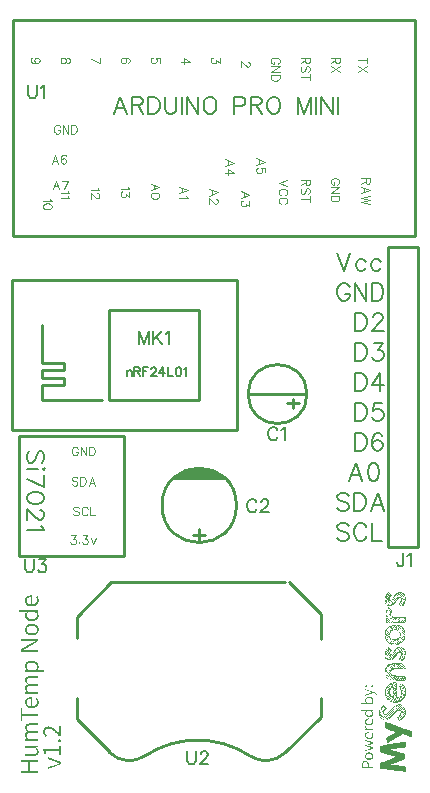
<source format=gto>
G04 Layer: TopSilkLayer*
G04 EasyEDA v6.2.46, 2019-11-03T11:34:55+01:00*
G04 e10e46a80a834b6b97d20d57123ccb7d,d15f1e4770a0489585fd403fbbc54e69,10*
G04 Gerber Generator version 0.2*
G04 Scale: 100 percent, Rotated: No, Reflected: No *
G04 Dimensions in inches *
G04 leading zeros omitted , absolute positions ,2 integer and 4 decimal *
%FSLAX24Y24*%
%MOIN*%
G90*
G70D02*

%ADD10C,0.010000*%
%ADD11C,0.008000*%
%ADD21C,0.006000*%
%ADD22C,0.005000*%
%ADD23C,0.004000*%
%ADD24C,0.005906*%

%LPD*%

%LPD*%
G36*
G01X13088Y6715D02*
G01X13065Y6715D01*
G01X13042Y6711D01*
G01X13019Y6705D01*
G01X12998Y6695D01*
G01X12977Y6683D01*
G01X12956Y6667D01*
G01X12937Y6649D01*
G01X12918Y6627D01*
G01X12900Y6603D01*
G01X12883Y6576D01*
G01X12868Y6546D01*
G01X12854Y6521D01*
G01X12842Y6499D01*
G01X12829Y6481D01*
G01X12818Y6467D01*
G01X12806Y6457D01*
G01X12795Y6450D01*
G01X12785Y6447D01*
G01X12774Y6448D01*
G01X12762Y6454D01*
G01X12757Y6468D01*
G01X12757Y6488D01*
G01X12765Y6514D01*
G01X12769Y6526D01*
G01X12769Y6530D01*
G01X12765Y6526D01*
G01X12756Y6515D01*
G01X12749Y6508D01*
G01X12744Y6504D01*
G01X12740Y6503D01*
G01X12739Y6506D01*
G01X12744Y6518D01*
G01X12755Y6530D01*
G01X12766Y6537D01*
G01X12771Y6534D01*
G01X12777Y6534D01*
G01X12792Y6552D01*
G01X12806Y6575D01*
G01X12813Y6594D01*
G01X12809Y6605D01*
G01X12799Y6620D01*
G01X12785Y6637D01*
G01X12767Y6655D01*
G01X12749Y6672D01*
G01X12731Y6686D01*
G01X12716Y6696D01*
G01X12705Y6700D01*
G01X12695Y6696D01*
G01X12683Y6688D01*
G01X12668Y6676D01*
G01X12653Y6659D01*
G01X12638Y6641D01*
G01X12624Y6620D01*
G01X12611Y6599D01*
G01X12600Y6578D01*
G01X12592Y6555D01*
G01X12586Y6527D01*
G01X12582Y6494D01*
G01X12581Y6460D01*
G01X12581Y6426D01*
G01X12584Y6394D01*
G01X12588Y6366D01*
G01X12595Y6344D01*
G01X12608Y6321D01*
G01X12626Y6300D01*
G01X12648Y6282D01*
G01X12672Y6268D01*
G01X12699Y6258D01*
G01X12727Y6252D01*
G01X12755Y6251D01*
G01X12783Y6254D01*
G01X12799Y6259D01*
G01X12815Y6265D01*
G01X12831Y6273D01*
G01X12865Y6295D01*
G01X12882Y6308D01*
G01X12898Y6322D01*
G01X12930Y6354D01*
G01X12944Y6371D01*
G01X12958Y6389D01*
G01X12970Y6407D01*
G01X12986Y6432D01*
G01X13004Y6455D01*
G01X13021Y6476D01*
G01X13038Y6494D01*
G01X13054Y6509D01*
G01X13069Y6521D01*
G01X13082Y6528D01*
G01X13092Y6530D01*
G01X13107Y6526D01*
G01X13120Y6514D01*
G01X13128Y6496D01*
G01X13131Y6474D01*
G01X13129Y6458D01*
G01X13124Y6439D01*
G01X13117Y6419D01*
G01X13108Y6398D01*
G01X13098Y6378D01*
G01X13088Y6361D01*
G01X13078Y6349D01*
G01X13070Y6342D01*
G01X13059Y6334D01*
G01X13059Y6320D01*
G01X13072Y6300D01*
G01X13097Y6272D01*
G01X13117Y6255D01*
G01X13135Y6243D01*
G01X13150Y6236D01*
G01X13163Y6236D01*
G01X13174Y6239D01*
G01X13185Y6247D01*
G01X13197Y6258D01*
G01X13209Y6272D01*
G01X13220Y6289D01*
G01X13231Y6307D01*
G01X13242Y6328D01*
G01X13260Y6374D01*
G01X13268Y6398D01*
G01X13275Y6422D01*
G01X13280Y6446D01*
G01X13284Y6470D01*
G01X13286Y6492D01*
G01X13287Y6513D01*
G01X13285Y6533D01*
G01X13281Y6555D01*
G01X13274Y6576D01*
G01X13265Y6596D01*
G01X13254Y6615D01*
G01X13242Y6633D01*
G01X13227Y6650D01*
G01X13211Y6665D01*
G01X13194Y6678D01*
G01X13175Y6689D01*
G01X13155Y6699D01*
G01X13134Y6707D01*
G01X13112Y6712D01*
G01X13088Y6715D01*
G37*

%LPC*%
G36*
G01X13092Y6326D02*
G01X13086Y6329D01*
G01X13078Y6325D01*
G01X13080Y6315D01*
G01X13092Y6300D01*
G01X13113Y6282D01*
G01X13143Y6261D01*
G01X13156Y6256D01*
G01X13153Y6267D01*
G01X13131Y6292D01*
G01X13116Y6307D01*
G01X13103Y6318D01*
G01X13092Y6326D01*
G37*
G36*
G01X13123Y6340D02*
G01X13106Y6350D01*
G01X13098Y6347D01*
G01X13102Y6336D01*
G01X13117Y6320D01*
G01X13141Y6299D01*
G01X13157Y6286D01*
G01X13171Y6277D01*
G01X13180Y6273D01*
G01X13184Y6274D01*
G01X13173Y6290D01*
G01X13149Y6316D01*
G01X13123Y6340D01*
G37*
G36*
G01X12609Y6424D02*
G01X12602Y6424D01*
G01X12609Y6412D01*
G01X12624Y6393D01*
G01X12645Y6370D01*
G01X12671Y6345D01*
G01X12697Y6321D01*
G01X12722Y6300D01*
G01X12742Y6284D01*
G01X12756Y6278D01*
G01X12763Y6276D01*
G01X12771Y6276D01*
G01X12770Y6278D01*
G01X12762Y6286D01*
G01X12742Y6304D01*
G01X12715Y6330D01*
G01X12683Y6361D01*
G01X12651Y6390D01*
G01X12626Y6412D01*
G01X12609Y6424D01*
G37*
G36*
G01X12610Y6388D02*
G01X12604Y6393D01*
G01X12603Y6392D01*
G01X12602Y6390D01*
G01X12602Y6388D01*
G01X12601Y6385D01*
G01X12606Y6376D01*
G01X12617Y6362D01*
G01X12632Y6345D01*
G01X12670Y6307D01*
G01X12688Y6291D01*
G01X12702Y6280D01*
G01X12710Y6276D01*
G01X12710Y6281D01*
G01X12702Y6293D01*
G01X12686Y6312D01*
G01X12665Y6334D01*
G01X12623Y6376D01*
G01X12610Y6388D01*
G37*
G36*
G01X12594Y6484D02*
G01X12591Y6484D01*
G01X12591Y6482D01*
G01X12594Y6476D01*
G01X12600Y6467D01*
G01X12609Y6457D01*
G01X12621Y6443D01*
G01X12636Y6427D01*
G01X12653Y6409D01*
G01X12673Y6390D01*
G01X12704Y6359D01*
G01X12731Y6334D01*
G01X12753Y6313D01*
G01X12771Y6298D01*
G01X12786Y6287D01*
G01X12797Y6281D01*
G01X12805Y6279D01*
G01X12810Y6280D01*
G01X12809Y6284D01*
G01X12805Y6291D01*
G01X12796Y6301D01*
G01X12784Y6314D01*
G01X12769Y6328D01*
G01X12752Y6346D01*
G01X12734Y6364D01*
G01X12713Y6383D01*
G01X12692Y6403D01*
G01X12669Y6423D01*
G01X12625Y6461D01*
G01X12611Y6472D01*
G01X12601Y6480D01*
G01X12594Y6484D01*
G37*
G36*
G01X12618Y6338D02*
G01X12615Y6340D01*
G01X12612Y6338D01*
G01X12615Y6332D01*
G01X12624Y6322D01*
G01X12641Y6307D01*
G01X12670Y6282D01*
G01X12644Y6311D01*
G01X12634Y6322D01*
G01X12618Y6338D01*
G37*
G36*
G01X12617Y6514D02*
G01X12605Y6520D01*
G01X12601Y6518D01*
G01X12606Y6509D01*
G01X12618Y6494D01*
G01X12637Y6473D01*
G01X12661Y6450D01*
G01X12688Y6424D01*
G01X12717Y6397D01*
G01X12746Y6371D01*
G01X12773Y6347D01*
G01X12798Y6326D01*
G01X12819Y6311D01*
G01X12833Y6302D01*
G01X12840Y6300D01*
G01X12840Y6302D01*
G01X12838Y6307D01*
G01X12832Y6314D01*
G01X12824Y6323D01*
G01X12813Y6334D01*
G01X12800Y6348D01*
G01X12783Y6364D01*
G01X12764Y6382D01*
G01X12742Y6404D01*
G01X12716Y6427D01*
G01X12688Y6453D01*
G01X12657Y6482D01*
G01X12635Y6501D01*
G01X12617Y6514D01*
G37*
G36*
G01X13147Y6365D02*
G01X13131Y6369D01*
G01X13134Y6356D01*
G01X13156Y6330D01*
G01X13175Y6313D01*
G01X13188Y6304D01*
G01X13198Y6301D01*
G01X13206Y6305D01*
G01X13209Y6311D01*
G01X13206Y6320D01*
G01X13196Y6331D01*
G01X13180Y6345D01*
G01X13147Y6365D01*
G37*
G36*
G01X12773Y6413D02*
G01X12764Y6413D01*
G01X12761Y6411D01*
G01X12760Y6410D01*
G01X12764Y6404D01*
G01X12777Y6392D01*
G01X12794Y6377D01*
G01X12814Y6361D01*
G01X12835Y6345D01*
G01X12853Y6332D01*
G01X12866Y6324D01*
G01X12872Y6322D01*
G01X12871Y6328D01*
G01X12863Y6339D01*
G01X12849Y6354D01*
G01X12832Y6370D01*
G01X12814Y6386D01*
G01X12797Y6400D01*
G01X12782Y6410D01*
G01X12773Y6413D01*
G37*
G36*
G01X13151Y6403D02*
G01X13147Y6403D01*
G01X13144Y6400D01*
G01X13142Y6397D01*
G01X13141Y6394D01*
G01X13153Y6380D01*
G01X13178Y6361D01*
G01X13206Y6346D01*
G01X13222Y6342D01*
G01X13215Y6355D01*
G01X13194Y6375D01*
G01X13168Y6395D01*
G01X13151Y6403D01*
G37*
G36*
G01X12817Y6432D02*
G01X12810Y6435D01*
G01X12802Y6431D01*
G01X12806Y6420D01*
G01X12820Y6402D01*
G01X12845Y6378D01*
G01X12863Y6363D01*
G01X12879Y6352D01*
G01X12892Y6346D01*
G01X12900Y6346D01*
G01X12902Y6352D01*
G01X12897Y6363D01*
G01X12884Y6377D01*
G01X12865Y6394D01*
G01X12846Y6410D01*
G01X12830Y6423D01*
G01X12817Y6432D01*
G37*
G36*
G01X13180Y6435D02*
G01X13160Y6446D01*
G01X13152Y6442D01*
G01X13155Y6431D01*
G01X13169Y6414D01*
G01X13193Y6393D01*
G01X13210Y6381D01*
G01X13225Y6373D01*
G01X13235Y6369D01*
G01X13241Y6370D01*
G01X13233Y6386D01*
G01X13209Y6411D01*
G01X13180Y6435D01*
G37*
G36*
G01X12864Y6456D02*
G01X12846Y6462D01*
G01X12836Y6453D01*
G01X12836Y6442D01*
G01X12847Y6428D01*
G01X12869Y6409D01*
G01X12894Y6392D01*
G01X12913Y6384D01*
G01X12925Y6383D01*
G01X12929Y6390D01*
G01X12918Y6410D01*
G01X12892Y6435D01*
G01X12864Y6456D01*
G37*
G36*
G01X13192Y6479D02*
G01X13173Y6482D01*
G01X13164Y6474D01*
G01X13165Y6463D01*
G01X13179Y6450D01*
G01X13205Y6431D01*
G01X13233Y6413D01*
G01X13249Y6405D01*
G01X13256Y6407D01*
G01X13257Y6418D01*
G01X13246Y6437D01*
G01X13220Y6461D01*
G01X13192Y6479D01*
G37*
G36*
G01X12881Y6506D02*
G01X12874Y6509D01*
G01X12866Y6504D01*
G01X12868Y6490D01*
G01X12881Y6470D01*
G01X12902Y6446D01*
G01X12920Y6430D01*
G01X12935Y6421D01*
G01X12945Y6417D01*
G01X12952Y6418D01*
G01X12953Y6425D01*
G01X12949Y6435D01*
G01X12939Y6450D01*
G01X12923Y6468D01*
G01X12907Y6484D01*
G01X12892Y6497D01*
G01X12881Y6506D01*
G37*
G36*
G01X12734Y6486D02*
G01X12732Y6488D01*
G01X12728Y6481D01*
G01X12728Y6467D01*
G01X12732Y6451D01*
G01X12737Y6441D01*
G01X12740Y6441D01*
G01X12742Y6445D01*
G01X12743Y6452D01*
G01X12739Y6472D01*
G01X12736Y6480D01*
G01X12734Y6486D01*
G37*
G36*
G01X12917Y6542D02*
G01X12907Y6544D01*
G01X12900Y6538D01*
G01X12896Y6529D01*
G01X12898Y6518D01*
G01X12909Y6504D01*
G01X12928Y6484D01*
G01X12949Y6465D01*
G01X12963Y6455D01*
G01X12973Y6453D01*
G01X12980Y6459D01*
G01X12984Y6468D01*
G01X12981Y6479D01*
G01X12971Y6493D01*
G01X12952Y6513D01*
G01X12931Y6532D01*
G01X12917Y6542D01*
G37*
G36*
G01X13020Y6678D02*
G01X13011Y6678D01*
G01X13008Y6676D01*
G01X13009Y6669D01*
G01X13015Y6659D01*
G01X13027Y6646D01*
G01X13044Y6629D01*
G01X13067Y6608D01*
G01X13094Y6583D01*
G01X13128Y6554D01*
G01X13159Y6528D01*
G01X13185Y6506D01*
G01X13208Y6488D01*
G01X13227Y6474D01*
G01X13242Y6464D01*
G01X13253Y6458D01*
G01X13260Y6456D01*
G01X13268Y6461D01*
G01X13267Y6472D01*
G01X13258Y6485D01*
G01X13243Y6496D01*
G01X13236Y6500D01*
G01X13226Y6507D01*
G01X13213Y6517D01*
G01X13197Y6529D01*
G01X13181Y6543D01*
G01X13162Y6558D01*
G01X13124Y6592D01*
G01X13086Y6625D01*
G01X13055Y6652D01*
G01X13031Y6671D01*
G01X13020Y6678D01*
G37*
G36*
G01X12638Y6559D02*
G01X12618Y6573D01*
G01X12611Y6567D01*
G01X12616Y6551D01*
G01X12632Y6528D01*
G01X12659Y6498D01*
G01X12681Y6478D01*
G01X12696Y6467D01*
G01X12704Y6464D01*
G01X12707Y6470D01*
G01X12695Y6493D01*
G01X12668Y6528D01*
G01X12638Y6559D01*
G37*
G36*
G01X12955Y6573D02*
G01X12938Y6583D01*
G01X12930Y6578D01*
G01X12931Y6565D01*
G01X12941Y6547D01*
G01X12959Y6527D01*
G01X12981Y6509D01*
G01X12998Y6500D01*
G01X13010Y6500D01*
G01X13014Y6510D01*
G01X13004Y6526D01*
G01X12981Y6551D01*
G01X12955Y6573D01*
G37*
G36*
G01X12640Y6587D02*
G01X12635Y6588D01*
G01X12633Y6586D01*
G01X12643Y6569D01*
G01X12668Y6543D01*
G01X12694Y6519D01*
G01X12710Y6509D01*
G01X12712Y6517D01*
G01X12700Y6537D01*
G01X12680Y6559D01*
G01X12659Y6577D01*
G01X12649Y6583D01*
G01X12640Y6587D01*
G37*
G36*
G01X13055Y6696D02*
G01X13046Y6698D01*
G01X13047Y6692D01*
G01X13056Y6678D01*
G01X13073Y6659D01*
G01X13096Y6635D01*
G01X13122Y6609D01*
G01X13151Y6583D01*
G01X13180Y6558D01*
G01X13207Y6537D01*
G01X13228Y6522D01*
G01X13243Y6513D01*
G01X13253Y6510D01*
G01X13258Y6512D01*
G01X13256Y6519D01*
G01X13248Y6530D01*
G01X13234Y6544D01*
G01X13214Y6562D01*
G01X13188Y6583D01*
G01X13159Y6608D01*
G01X13131Y6633D01*
G01X13108Y6655D01*
G01X13088Y6673D01*
G01X13069Y6687D01*
G01X13055Y6696D01*
G37*
G36*
G01X12666Y6624D02*
G01X12659Y6626D01*
G01X12656Y6623D01*
G01X12657Y6615D01*
G01X12664Y6603D01*
G01X12675Y6588D01*
G01X12692Y6568D01*
G01X12709Y6549D01*
G01X12723Y6538D01*
G01X12733Y6535D01*
G01X12740Y6538D01*
G01X12747Y6549D01*
G01X12743Y6561D01*
G01X12727Y6579D01*
G01X12696Y6605D01*
G01X12679Y6617D01*
G01X12666Y6624D01*
G37*
G36*
G01X12989Y6620D02*
G01X12975Y6626D01*
G01X12964Y6624D01*
G01X12953Y6612D01*
G01X12953Y6600D01*
G01X12966Y6584D01*
G01X12993Y6561D01*
G01X13014Y6546D01*
G01X13030Y6538D01*
G01X13041Y6536D01*
G01X13049Y6539D01*
G01X13051Y6549D01*
G01X13046Y6563D01*
G01X13035Y6578D01*
G01X13021Y6594D01*
G01X13005Y6609D01*
G01X12989Y6620D01*
G37*
G36*
G01X12931Y6609D02*
G01X12941Y6631D01*
G01X12924Y6609D01*
G01X12916Y6600D01*
G01X12909Y6588D01*
G01X12902Y6577D01*
G01X12896Y6567D01*
G01X12886Y6546D01*
G01X12903Y6567D01*
G01X12910Y6577D01*
G01X12918Y6588D01*
G01X12925Y6600D01*
G01X12931Y6609D01*
G37*
G36*
G01X13109Y6694D02*
G01X13100Y6696D01*
G01X13097Y6693D01*
G01X13102Y6685D01*
G01X13113Y6671D01*
G01X13133Y6651D01*
G01X13156Y6629D01*
G01X13180Y6608D01*
G01X13203Y6590D01*
G01X13224Y6573D01*
G01X13242Y6560D01*
G01X13256Y6552D01*
G01X13265Y6548D01*
G01X13268Y6549D01*
G01X13262Y6565D01*
G01X13244Y6586D01*
G01X13213Y6615D01*
G01X13169Y6652D01*
G01X13144Y6671D01*
G01X13123Y6685D01*
G01X13109Y6694D01*
G37*
G36*
G01X12995Y6644D02*
G01X12993Y6644D01*
G01X13006Y6628D01*
G01X13034Y6600D01*
G01X13065Y6574D01*
G01X13082Y6562D01*
G01X13083Y6569D01*
G01X13070Y6585D01*
G01X13048Y6606D01*
G01X13022Y6627D01*
G01X13011Y6635D01*
G01X13002Y6641D01*
G01X12995Y6644D01*
G37*
G36*
G01X12706Y6644D02*
G01X12683Y6657D01*
G01X12675Y6653D01*
G01X12679Y6642D01*
G01X12694Y6624D01*
G01X12719Y6600D01*
G01X12737Y6586D01*
G01X12753Y6576D01*
G01X12766Y6569D01*
G01X12773Y6569D01*
G01X12766Y6585D01*
G01X12738Y6615D01*
G01X12706Y6644D01*
G37*
G36*
G01X12715Y6678D02*
G01X12712Y6678D01*
G01X12710Y6676D01*
G01X12708Y6672D01*
G01X12707Y6669D01*
G01X12719Y6651D01*
G01X12746Y6627D01*
G01X12775Y6605D01*
G01X12790Y6600D01*
G01X12783Y6615D01*
G01X12760Y6641D01*
G01X12733Y6667D01*
G01X12715Y6678D01*
G37*

%LPD*%
G36*
G01X12733Y6197D02*
G01X12724Y6205D01*
G01X12704Y6204D01*
G01X12678Y6187D01*
G01X12653Y6159D01*
G01X12632Y6123D01*
G01X12623Y6100D01*
G01X12617Y6075D01*
G01X12613Y6048D01*
G01X12613Y6021D01*
G01X12614Y5994D01*
G01X12619Y5966D01*
G01X12627Y5938D01*
G01X12638Y5911D01*
G01X12651Y5880D01*
G01X12656Y5862D01*
G01X12654Y5855D01*
G01X12644Y5853D01*
G01X12635Y5849D01*
G01X12628Y5839D01*
G01X12622Y5823D01*
G01X12617Y5802D01*
G01X12614Y5778D01*
G01X12614Y5752D01*
G01X12615Y5725D01*
G01X12619Y5698D01*
G01X12622Y5688D01*
G01X12626Y5680D01*
G01X12634Y5675D01*
G01X12645Y5672D01*
G01X12662Y5670D01*
G01X12685Y5670D01*
G01X12716Y5672D01*
G01X12755Y5675D01*
G01X12769Y5676D01*
G01X12787Y5677D01*
G01X12808Y5678D01*
G01X12831Y5679D01*
G01X12856Y5680D01*
G01X12882Y5682D01*
G01X12910Y5683D01*
G01X12939Y5684D01*
G01X12969Y5685D01*
G01X12998Y5686D01*
G01X13028Y5687D01*
G01X13056Y5688D01*
G01X13098Y5689D01*
G01X13137Y5690D01*
G01X13173Y5691D01*
G01X13205Y5692D01*
G01X13231Y5693D01*
G01X13252Y5693D01*
G01X13265Y5694D01*
G01X13271Y5694D01*
G01X13274Y5701D01*
G01X13277Y5722D01*
G01X13278Y5752D01*
G01X13279Y5789D01*
G01X13279Y5884D01*
G01X13213Y5876D01*
G01X13197Y5875D01*
G01X13177Y5873D01*
G01X13153Y5872D01*
G01X13128Y5871D01*
G01X13101Y5870D01*
G01X13073Y5869D01*
G01X12943Y5869D01*
G01X12919Y5871D01*
G01X12900Y5873D01*
G01X12885Y5877D01*
G01X12872Y5883D01*
G01X12858Y5890D01*
G01X12843Y5901D01*
G01X12825Y5914D01*
G01X12812Y5927D01*
G01X12802Y5940D01*
G01X12796Y5953D01*
G01X12794Y5968D01*
G01X12795Y5984D01*
G01X12799Y6002D01*
G01X12807Y6023D01*
G01X12813Y6040D01*
G01X12822Y6067D01*
G01X12823Y6073D01*
G01X12820Y6082D01*
G01X12810Y6098D01*
G01X12796Y6118D01*
G01X12780Y6140D01*
G01X12763Y6162D01*
G01X12746Y6182D01*
G01X12733Y6197D01*
G37*

%LPC*%
G36*
G01X12673Y5826D02*
G01X12662Y5832D01*
G01X12648Y5829D01*
G01X12648Y5818D01*
G01X12665Y5795D01*
G01X12719Y5735D01*
G01X12736Y5719D01*
G01X12750Y5707D01*
G01X12761Y5699D01*
G01X12770Y5694D01*
G01X12775Y5693D01*
G01X12778Y5696D01*
G01X12777Y5702D01*
G01X12772Y5712D01*
G01X12764Y5726D01*
G01X12752Y5742D01*
G01X12736Y5763D01*
G01X12713Y5789D01*
G01X12692Y5811D01*
G01X12673Y5826D01*
G37*
G36*
G01X12649Y5794D02*
G01X12641Y5799D01*
G01X12634Y5796D01*
G01X12635Y5786D01*
G01X12646Y5767D01*
G01X12665Y5738D01*
G01X12680Y5721D01*
G01X12693Y5707D01*
G01X12705Y5698D01*
G01X12713Y5694D01*
G01X12715Y5699D01*
G01X12711Y5711D01*
G01X12702Y5727D01*
G01X12689Y5746D01*
G01X12675Y5765D01*
G01X12661Y5782D01*
G01X12649Y5794D01*
G37*
G36*
G01X12655Y5727D02*
G01X12634Y5752D01*
G01X12633Y5728D01*
G01X12634Y5718D01*
G01X12638Y5709D01*
G01X12643Y5702D01*
G01X12649Y5698D01*
G01X12664Y5694D01*
G01X12670Y5698D01*
G01X12667Y5709D01*
G01X12655Y5727D01*
G37*
G36*
G01X12658Y5915D02*
G01X12656Y5915D01*
G01X12660Y5902D01*
G01X12673Y5877D01*
G01X12686Y5856D01*
G01X12701Y5833D01*
G01X12718Y5810D01*
G01X12737Y5787D01*
G01X12756Y5765D01*
G01X12775Y5744D01*
G01X12793Y5726D01*
G01X12810Y5712D01*
G01X12824Y5701D01*
G01X12835Y5695D01*
G01X12842Y5695D01*
G01X12845Y5701D01*
G01X12843Y5703D01*
G01X12840Y5709D01*
G01X12834Y5716D01*
G01X12826Y5726D01*
G01X12815Y5739D01*
G01X12802Y5754D01*
G01X12786Y5772D01*
G01X12768Y5793D01*
G01X12747Y5817D01*
G01X12723Y5843D01*
G01X12697Y5873D01*
G01X12668Y5905D01*
G01X12658Y5915D01*
G37*
G36*
G01X13053Y5840D02*
G01X13040Y5840D01*
G01X13038Y5830D01*
G01X13051Y5807D01*
G01X13078Y5765D01*
G01X13106Y5731D01*
G01X13129Y5709D01*
G01X13146Y5703D01*
G01X13152Y5713D01*
G01X13148Y5724D01*
G01X13139Y5741D01*
G01X13125Y5761D01*
G01X13109Y5783D01*
G01X13092Y5804D01*
G01X13076Y5822D01*
G01X13063Y5835D01*
G01X13053Y5840D01*
G37*
G36*
G01X12951Y5830D02*
G01X12942Y5830D01*
G01X12932Y5826D01*
G01X12933Y5817D01*
G01X12944Y5798D01*
G01X12969Y5765D01*
G01X12989Y5742D01*
G01X13009Y5723D01*
G01X13025Y5709D01*
G01X13036Y5705D01*
G01X13045Y5707D01*
G01X13047Y5714D01*
G01X13039Y5730D01*
G01X13023Y5758D01*
G01X13009Y5779D01*
G01X12995Y5798D01*
G01X12984Y5813D01*
G01X12976Y5822D01*
G01X12969Y5826D01*
G01X12960Y5829D01*
G01X12951Y5830D01*
G37*
G36*
G01X13008Y5835D02*
G01X13002Y5836D01*
G01X12995Y5831D01*
G01X12996Y5822D01*
G01X13007Y5803D01*
G01X13032Y5765D01*
G01X13049Y5741D01*
G01X13064Y5722D01*
G01X13077Y5709D01*
G01X13086Y5705D01*
G01X13094Y5706D01*
G01X13092Y5716D01*
G01X13075Y5745D01*
G01X13038Y5803D01*
G01X13027Y5817D01*
G01X13016Y5829D01*
G01X13008Y5835D01*
G37*
G36*
G01X13109Y5842D02*
G01X13093Y5848D01*
G01X13091Y5841D01*
G01X13103Y5816D01*
G01X13132Y5771D01*
G01X13152Y5742D01*
G01X13170Y5721D01*
G01X13185Y5709D01*
G01X13196Y5705D01*
G01X13206Y5707D01*
G01X13206Y5715D01*
G01X13195Y5731D01*
G01X13174Y5759D01*
G01X13157Y5781D01*
G01X13143Y5800D01*
G01X13134Y5815D01*
G01X13131Y5822D01*
G01X13129Y5826D01*
G01X13124Y5832D01*
G01X13118Y5837D01*
G01X13109Y5842D01*
G37*
G36*
G01X12879Y5842D02*
G01X12874Y5842D01*
G01X12870Y5840D01*
G01X12867Y5838D01*
G01X12866Y5834D01*
G01X12871Y5825D01*
G01X12884Y5807D01*
G01X12903Y5786D01*
G01X12924Y5762D01*
G01X12965Y5721D01*
G01X12980Y5709D01*
G01X12987Y5706D01*
G01X12986Y5715D01*
G01X12976Y5731D01*
G01X12961Y5753D01*
G01X12943Y5777D01*
G01X12923Y5801D01*
G01X12904Y5822D01*
G01X12889Y5836D01*
G01X12879Y5842D01*
G37*
G36*
G01X13161Y5847D02*
G01X13155Y5847D01*
G01X13149Y5846D01*
G01X13143Y5844D01*
G01X13141Y5836D01*
G01X13148Y5821D01*
G01X13162Y5799D01*
G01X13184Y5771D01*
G01X13217Y5731D01*
G01X13239Y5711D01*
G01X13253Y5707D01*
G01X13263Y5716D01*
G01X13262Y5724D01*
G01X13254Y5739D01*
G01X13241Y5759D01*
G01X13226Y5782D01*
G01X13209Y5803D01*
G01X13192Y5823D01*
G01X13177Y5838D01*
G01X13167Y5846D01*
G01X13161Y5847D01*
G37*
G36*
G01X12669Y6022D02*
G01X12629Y6059D01*
G01X12651Y6024D01*
G01X12657Y6015D01*
G01X12668Y6000D01*
G01X12682Y5982D01*
G01X12699Y5961D01*
G01X12718Y5937D01*
G01X12740Y5911D01*
G01X12809Y5830D01*
G01X12830Y5805D01*
G01X12849Y5782D01*
G01X12865Y5762D01*
G01X12878Y5745D01*
G01X12888Y5732D01*
G01X12893Y5723D01*
G01X12895Y5719D01*
G01X12891Y5721D01*
G01X12871Y5741D01*
G01X12856Y5757D01*
G01X12838Y5777D01*
G01X12817Y5801D01*
G01X12794Y5827D01*
G01X12770Y5855D01*
G01X12746Y5884D01*
G01X12723Y5911D01*
G01X12702Y5935D01*
G01X12683Y5957D01*
G01X12667Y5976D01*
G01X12655Y5991D01*
G01X12646Y6001D01*
G01X12642Y6006D01*
G01X12638Y6008D01*
G01X12635Y6007D01*
G01X12634Y6002D01*
G01X12633Y5994D01*
G01X12634Y5984D01*
G01X12638Y5972D01*
G01X12646Y5958D01*
G01X12659Y5940D01*
G01X12677Y5917D01*
G01X12701Y5889D01*
G01X12733Y5853D01*
G01X12773Y5809D01*
G01X12802Y5777D01*
G01X12825Y5753D01*
G01X12843Y5735D01*
G01X12858Y5722D01*
G01X12871Y5714D01*
G01X12883Y5709D01*
G01X12895Y5707D01*
G01X12928Y5707D01*
G01X12940Y5709D01*
G01X12945Y5713D01*
G01X12943Y5720D01*
G01X12938Y5727D01*
G01X12930Y5738D01*
G01X12917Y5752D01*
G01X12902Y5770D01*
G01X12883Y5791D01*
G01X12863Y5814D01*
G01X12842Y5838D01*
G01X12773Y5913D01*
G01X12751Y5937D01*
G01X12730Y5960D01*
G01X12710Y5980D01*
G01X12693Y5998D01*
G01X12680Y6012D01*
G01X12669Y6022D01*
G37*
G36*
G01X13198Y5848D02*
G01X13195Y5848D01*
G01X13205Y5828D01*
G01X13227Y5801D01*
G01X13250Y5777D01*
G01X13264Y5771D01*
G01X13263Y5776D01*
G01X13257Y5787D01*
G01X13247Y5801D01*
G01X13232Y5818D01*
G01X13218Y5832D01*
G01X13206Y5843D01*
G01X13198Y5848D01*
G37*
G36*
G01X13242Y5853D02*
G01X13235Y5853D01*
G01X13227Y5851D01*
G01X13226Y5849D01*
G01X13227Y5846D01*
G01X13231Y5842D01*
G01X13235Y5837D01*
G01X13242Y5832D01*
G01X13250Y5826D01*
G01X13255Y5825D01*
G01X13257Y5828D01*
G01X13257Y5836D01*
G01X13256Y5842D01*
G01X13253Y5848D01*
G01X13248Y5851D01*
G01X13242Y5853D01*
G37*
G36*
G01X12808Y5901D02*
G01X12804Y5903D01*
G01X12802Y5902D01*
G01X12807Y5894D01*
G01X12819Y5884D01*
G01X12831Y5877D01*
G01X12839Y5876D01*
G01X12839Y5878D01*
G01X12836Y5883D01*
G01X12831Y5888D01*
G01X12815Y5898D01*
G01X12808Y5901D01*
G37*
G36*
G01X12660Y6102D02*
G01X12652Y6107D01*
G01X12642Y6099D01*
G01X12647Y6080D01*
G01X12664Y6051D01*
G01X12691Y6019D01*
G01X12721Y5990D01*
G01X12742Y5973D01*
G01X12756Y5970D01*
G01X12760Y5979D01*
G01X12756Y5988D01*
G01X12744Y6004D01*
G01X12728Y6025D01*
G01X12710Y6048D01*
G01X12691Y6070D01*
G01X12673Y6089D01*
G01X12660Y6102D01*
G37*
G36*
G01X12790Y6028D02*
G01X12787Y6029D01*
G01X12783Y6026D01*
G01X12780Y6022D01*
G01X12777Y6015D01*
G01X12773Y6006D01*
G01X12773Y6002D01*
G01X12776Y6003D01*
G01X12787Y6014D01*
G01X12790Y6020D01*
G01X12791Y6025D01*
G01X12790Y6028D01*
G37*
G36*
G01X12700Y6158D02*
G01X12689Y6163D01*
G01X12680Y6159D01*
G01X12674Y6153D01*
G01X12669Y6146D01*
G01X12666Y6140D01*
G01X12665Y6134D01*
G01X12668Y6125D01*
G01X12678Y6110D01*
G01X12691Y6092D01*
G01X12707Y6072D01*
G01X12724Y6053D01*
G01X12739Y6038D01*
G01X12752Y6026D01*
G01X12760Y6022D01*
G01X12773Y6029D01*
G01X12773Y6048D01*
G01X12761Y6077D01*
G01X12738Y6113D01*
G01X12716Y6142D01*
G01X12700Y6158D01*
G37*
G36*
G01X12726Y6177D02*
G01X12715Y6182D01*
G01X12714Y6174D01*
G01X12725Y6155D01*
G01X12746Y6124D01*
G01X12760Y6105D01*
G01X12774Y6090D01*
G01X12784Y6081D01*
G01X12789Y6079D01*
G01X12784Y6096D01*
G01X12766Y6127D01*
G01X12744Y6158D01*
G01X12726Y6177D01*
G37*

%LPD*%
G36*
G01X12952Y5613D02*
G01X12923Y5613D01*
G01X12896Y5611D01*
G01X12868Y5608D01*
G01X12842Y5605D01*
G01X12818Y5600D01*
G01X12796Y5595D01*
G01X12776Y5588D01*
G01X12755Y5579D01*
G01X12734Y5568D01*
G01X12714Y5556D01*
G01X12694Y5542D01*
G01X12676Y5527D01*
G01X12659Y5511D01*
G01X12643Y5494D01*
G01X12629Y5477D01*
G01X12617Y5459D01*
G01X12606Y5442D01*
G01X12598Y5424D01*
G01X12593Y5406D01*
G01X12587Y5382D01*
G01X12584Y5357D01*
G01X12582Y5331D01*
G01X12581Y5305D01*
G01X12583Y5278D01*
G01X12585Y5252D01*
G01X12590Y5226D01*
G01X12596Y5200D01*
G01X12603Y5175D01*
G01X12612Y5152D01*
G01X12621Y5130D01*
G01X12631Y5109D01*
G01X12642Y5090D01*
G01X12654Y5071D01*
G01X12668Y5054D01*
G01X12681Y5038D01*
G01X12696Y5023D01*
G01X12712Y5009D01*
G01X12729Y4997D01*
G01X12746Y4986D01*
G01X12764Y4976D01*
G01X12783Y4967D01*
G01X12803Y4960D01*
G01X12824Y4954D01*
G01X12845Y4949D01*
G01X12867Y4946D01*
G01X12890Y4944D01*
G01X12914Y4943D01*
G01X12944Y4945D01*
G01X12975Y4948D01*
G01X13005Y4954D01*
G01X13033Y4961D01*
G01X13057Y4969D01*
G01X13076Y4977D01*
G01X13088Y4986D01*
G01X13091Y4994D01*
G01X13091Y4998D01*
G01X13093Y5000D01*
G01X13098Y5001D01*
G01X13103Y5000D01*
G01X13114Y5001D01*
G01X13130Y5009D01*
G01X13149Y5023D01*
G01X13169Y5041D01*
G01X13190Y5063D01*
G01X13209Y5085D01*
G01X13225Y5107D01*
G01X13237Y5128D01*
G01X13246Y5149D01*
G01X13253Y5172D01*
G01X13260Y5197D01*
G01X13265Y5223D01*
G01X13269Y5251D01*
G01X13272Y5280D01*
G01X13274Y5340D01*
G01X13272Y5363D01*
G01X13269Y5385D01*
G01X13265Y5407D01*
G01X13258Y5428D01*
G01X13250Y5448D01*
G01X13241Y5468D01*
G01X13230Y5486D01*
G01X13218Y5504D01*
G01X13204Y5521D01*
G01X13189Y5536D01*
G01X13173Y5550D01*
G01X13156Y5563D01*
G01X13138Y5574D01*
G01X13119Y5584D01*
G01X13098Y5592D01*
G01X13077Y5599D01*
G01X13056Y5604D01*
G01X13032Y5608D01*
G01X13006Y5611D01*
G01X12952Y5613D01*
G37*

%LPC*%
G36*
G01X12912Y4972D02*
G01X12887Y4973D01*
G01X12847Y4971D01*
G01X12828Y4969D01*
G01X12827Y4966D01*
G01X12840Y4960D01*
G01X12869Y4955D01*
G01X12905Y4954D01*
G01X12937Y4957D01*
G01X12951Y4963D01*
G01X12946Y4967D01*
G01X12932Y4970D01*
G01X12912Y4972D01*
G37*
G36*
G01X13030Y4983D02*
G01X13025Y4984D01*
G01X13017Y4983D01*
G01X13007Y4981D01*
G01X12997Y4978D01*
G01X12988Y4975D01*
G01X12980Y4971D01*
G01X12976Y4968D01*
G01X12977Y4966D01*
G01X12982Y4965D01*
G01X12990Y4966D01*
G01X13000Y4968D01*
G01X13010Y4971D01*
G01X13019Y4975D01*
G01X13027Y4978D01*
G01X13031Y4981D01*
G01X13030Y4983D01*
G37*
G36*
G01X12613Y5277D02*
G01X12606Y5279D01*
G01X12602Y5276D01*
G01X12602Y5257D01*
G01X12606Y5247D01*
G01X12614Y5234D01*
G01X12625Y5219D01*
G01X12641Y5201D01*
G01X12662Y5178D01*
G01X12723Y5117D01*
G01X12761Y5080D01*
G01X12793Y5050D01*
G01X12821Y5026D01*
G01X12843Y5007D01*
G01X12862Y4994D01*
G01X12876Y4987D01*
G01X12886Y4985D01*
G01X12893Y4987D01*
G01X12890Y4991D01*
G01X12870Y5016D01*
G01X12852Y5035D01*
G01X12831Y5058D01*
G01X12806Y5084D01*
G01X12779Y5113D01*
G01X12749Y5144D01*
G01X12705Y5191D01*
G01X12670Y5226D01*
G01X12644Y5251D01*
G01X12625Y5268D01*
G01X12613Y5277D01*
G37*
G36*
G01X12850Y5127D02*
G01X12842Y5127D01*
G01X12836Y5125D01*
G01X12834Y5123D01*
G01X12840Y5113D01*
G01X12856Y5095D01*
G01X12878Y5073D01*
G01X12904Y5048D01*
G01X12931Y5025D01*
G01X12955Y5006D01*
G01X12973Y4994D01*
G01X12982Y4990D01*
G01X12983Y4999D01*
G01X12974Y5015D01*
G01X12959Y5036D01*
G01X12939Y5059D01*
G01X12916Y5083D01*
G01X12894Y5103D01*
G01X12875Y5118D01*
G01X12860Y5125D01*
G01X12850Y5127D01*
G37*
G36*
G01X12609Y5323D02*
G01X12601Y5326D01*
G01X12603Y5321D01*
G01X12610Y5312D01*
G01X12619Y5299D01*
G01X12632Y5284D01*
G01X12648Y5266D01*
G01X12666Y5247D01*
G01X12686Y5226D01*
G01X12707Y5204D01*
G01X12753Y5158D01*
G01X12776Y5134D01*
G01X12798Y5111D01*
G01X12820Y5090D01*
G01X12839Y5071D01*
G01X12855Y5054D01*
G01X12868Y5041D01*
G01X12890Y5020D01*
G01X12908Y5003D01*
G01X12922Y4993D01*
G01X12928Y4991D01*
G01X12925Y4998D01*
G01X12914Y5013D01*
G01X12896Y5033D01*
G01X12873Y5057D01*
G01X12850Y5082D01*
G01X12831Y5104D01*
G01X12818Y5121D01*
G01X12813Y5131D01*
G01X12812Y5136D01*
G01X12809Y5140D01*
G01X12805Y5143D01*
G01X12800Y5144D01*
G01X12787Y5151D01*
G01X12763Y5173D01*
G01X12731Y5204D01*
G01X12694Y5242D01*
G01X12658Y5279D01*
G01X12629Y5307D01*
G01X12609Y5323D01*
G37*
G36*
G01X12637Y5180D02*
G01X12628Y5185D01*
G01X12622Y5184D01*
G01X12621Y5179D01*
G01X12625Y5169D01*
G01X12634Y5154D01*
G01X12648Y5136D01*
G01X12658Y5123D01*
G01X12665Y5111D01*
G01X12668Y5103D01*
G01X12668Y5098D01*
G01X12671Y5085D01*
G01X12686Y5064D01*
G01X12710Y5042D01*
G01X12734Y5025D01*
G01X12738Y5024D01*
G01X12736Y5030D01*
G01X12727Y5042D01*
G01X12713Y5058D01*
G01X12697Y5075D01*
G01X12686Y5089D01*
G01X12681Y5098D01*
G01X12682Y5101D01*
G01X12690Y5097D01*
G01X12704Y5086D01*
G01X12722Y5069D01*
G01X12742Y5048D01*
G01X12763Y5028D01*
G01X12782Y5011D01*
G01X12798Y5000D01*
G01X12810Y4996D01*
G01X12815Y4999D01*
G01X12810Y5009D01*
G01X12796Y5026D01*
G01X12771Y5050D01*
G01X12744Y5074D01*
G01X12716Y5101D01*
G01X12689Y5128D01*
G01X12667Y5152D01*
G01X12651Y5169D01*
G01X12637Y5180D01*
G37*
G36*
G01X12935Y5108D02*
G01X12928Y5112D01*
G01X12919Y5109D01*
G01X12923Y5096D01*
G01X12941Y5075D01*
G01X12972Y5043D01*
G01X12992Y5024D01*
G01X13009Y5009D01*
G01X13021Y5000D01*
G01X13025Y5000D01*
G01X13021Y5008D01*
G01X13011Y5022D01*
G01X12997Y5040D01*
G01X12963Y5080D01*
G01X12935Y5108D01*
G37*
G36*
G01X12977Y5119D02*
G01X12966Y5121D01*
G01X12959Y5117D01*
G01X12961Y5107D01*
G01X12975Y5088D01*
G01X13001Y5059D01*
G01X13025Y5034D01*
G01X13044Y5018D01*
G01X13057Y5011D01*
G01X13065Y5011D01*
G01X13067Y5019D01*
G01X13062Y5032D01*
G01X13049Y5050D01*
G01X13030Y5073D01*
G01X13010Y5095D01*
G01X12992Y5110D01*
G01X12977Y5119D01*
G37*
G36*
G01X13027Y5131D02*
G01X13016Y5137D01*
G01X13010Y5135D01*
G01X13011Y5127D01*
G01X13018Y5113D01*
G01X13031Y5096D01*
G01X13046Y5077D01*
G01X13062Y5058D01*
G01X13077Y5042D01*
G01X13091Y5032D01*
G01X13100Y5028D01*
G01X13108Y5031D01*
G01X13105Y5042D01*
G01X13091Y5063D01*
G01X13063Y5096D01*
G01X13043Y5117D01*
G01X13027Y5131D01*
G37*
G36*
G01X13113Y5185D02*
G01X13091Y5198D01*
G01X13080Y5195D01*
G01X13081Y5174D01*
G01X13083Y5165D01*
G01X13082Y5160D01*
G01X13079Y5160D01*
G01X13073Y5165D01*
G01X13066Y5169D01*
G01X13060Y5170D01*
G01X13054Y5168D01*
G01X13047Y5162D01*
G01X13047Y5151D01*
G01X13054Y5134D01*
G01X13069Y5115D01*
G01X13087Y5095D01*
G01X13107Y5076D01*
G01X13127Y5063D01*
G01X13143Y5055D01*
G01X13154Y5057D01*
G01X13158Y5065D01*
G01X13157Y5074D01*
G01X13148Y5087D01*
G01X13133Y5105D01*
G01X13117Y5121D01*
G01X13106Y5135D01*
G01X13101Y5144D01*
G01X13100Y5148D01*
G01X13103Y5148D01*
G01X13111Y5144D01*
G01X13123Y5134D01*
G01X13140Y5119D01*
G01X13161Y5100D01*
G01X13176Y5090D01*
G01X13186Y5086D01*
G01X13190Y5090D01*
G01X13188Y5099D01*
G01X13180Y5114D01*
G01X13166Y5133D01*
G01X13146Y5155D01*
G01X13113Y5185D01*
G37*
G36*
G01X13130Y5241D02*
G01X13115Y5248D01*
G01X13107Y5247D01*
G01X13101Y5234D01*
G01X13103Y5222D01*
G01X13119Y5203D01*
G01X13151Y5171D01*
G01X13183Y5143D01*
G01X13206Y5130D01*
G01X13221Y5132D01*
G01X13226Y5149D01*
G01X13221Y5161D01*
G01X13209Y5176D01*
G01X13191Y5194D01*
G01X13170Y5212D01*
G01X13149Y5229D01*
G01X13130Y5241D01*
G37*
G36*
G01X12976Y5434D02*
G01X12930Y5435D01*
G01X12885Y5434D01*
G01X12856Y5430D01*
G01X12835Y5423D01*
G01X12818Y5409D01*
G01X12805Y5396D01*
G01X12793Y5380D01*
G01X12782Y5363D01*
G01X12775Y5348D01*
G01X12765Y5320D01*
G01X12761Y5292D01*
G01X12761Y5264D01*
G01X12766Y5238D01*
G01X12775Y5213D01*
G01X12788Y5191D01*
G01X12805Y5173D01*
G01X12825Y5159D01*
G01X12843Y5151D01*
G01X12862Y5146D01*
G01X12882Y5143D01*
G01X12903Y5142D01*
G01X12924Y5143D01*
G01X12945Y5146D01*
G01X12966Y5152D01*
G01X12986Y5159D01*
G01X13005Y5167D01*
G01X13023Y5178D01*
G01X13040Y5190D01*
G01X13056Y5203D01*
G01X13069Y5217D01*
G01X13080Y5232D01*
G01X13089Y5249D01*
G01X13095Y5267D01*
G01X13097Y5282D01*
G01X13097Y5300D01*
G01X13093Y5318D01*
G01X13088Y5337D01*
G01X13080Y5355D01*
G01X13070Y5373D01*
G01X13059Y5389D01*
G01X13045Y5403D01*
G01X13025Y5421D01*
G01X13005Y5430D01*
G01X12976Y5434D01*
G37*
G36*
G01X13120Y5324D02*
G01X13111Y5325D01*
G01X13109Y5312D01*
G01X13111Y5303D01*
G01X13115Y5292D01*
G01X13122Y5280D01*
G01X13133Y5266D01*
G01X13147Y5251D01*
G01X13165Y5234D01*
G01X13186Y5215D01*
G01X13211Y5193D01*
G01X13223Y5184D01*
G01X13231Y5181D01*
G01X13236Y5183D01*
G01X13239Y5190D01*
G01X13237Y5201D01*
G01X13225Y5219D01*
G01X13205Y5243D01*
G01X13177Y5272D01*
G01X13140Y5307D01*
G01X13120Y5324D01*
G37*
G36*
G01X12739Y5276D02*
G01X12735Y5277D01*
G01X12731Y5275D01*
G01X12729Y5269D01*
G01X12728Y5261D01*
G01X12729Y5253D01*
G01X12731Y5245D01*
G01X12735Y5238D01*
G01X12739Y5234D01*
G01X12743Y5233D01*
G01X12746Y5235D01*
G01X12748Y5241D01*
G01X12749Y5248D01*
G01X12748Y5257D01*
G01X12746Y5265D01*
G01X12743Y5272D01*
G01X12739Y5276D01*
G37*
G36*
G01X12928Y5590D02*
G01X12916Y5599D01*
G01X12912Y5598D01*
G01X12910Y5595D01*
G01X12910Y5590D01*
G01X12913Y5584D01*
G01X12918Y5576D01*
G01X12925Y5565D01*
G01X12934Y5553D01*
G01X12946Y5538D01*
G01X12960Y5521D01*
G01X12976Y5503D01*
G01X12994Y5482D01*
G01X13015Y5460D01*
G01X13039Y5435D01*
G01X13065Y5408D01*
G01X13093Y5379D01*
G01X13123Y5348D01*
G01X13160Y5311D01*
G01X13190Y5282D01*
G01X13213Y5262D01*
G01X13231Y5249D01*
G01X13243Y5243D01*
G01X13252Y5244D01*
G01X13256Y5251D01*
G01X13257Y5263D01*
G01X13255Y5267D01*
G01X13248Y5275D01*
G01X13237Y5287D01*
G01X13223Y5302D01*
G01X13206Y5320D01*
G01X13091Y5435D01*
G01X13066Y5459D01*
G01X13041Y5484D01*
G01X13017Y5507D01*
G01X12995Y5528D01*
G01X12974Y5548D01*
G01X12956Y5565D01*
G01X12940Y5579D01*
G01X12928Y5590D01*
G37*
G36*
G01X12667Y5349D02*
G01X12617Y5401D01*
G01X12616Y5395D01*
G01X12614Y5384D01*
G01X12613Y5374D01*
G01X12612Y5366D01*
G01X12616Y5357D01*
G01X12626Y5342D01*
G01X12640Y5323D01*
G01X12657Y5302D01*
G01X12675Y5282D01*
G01X12690Y5266D01*
G01X12703Y5254D01*
G01X12711Y5250D01*
G01X12714Y5251D01*
G01X12716Y5257D01*
G01X12717Y5264D01*
G01X12718Y5273D01*
G01X12714Y5286D01*
G01X12703Y5305D01*
G01X12688Y5326D01*
G01X12667Y5349D01*
G37*
G36*
G01X12982Y5596D02*
G01X12974Y5597D01*
G01X12968Y5596D01*
G01X12964Y5594D01*
G01X12966Y5590D01*
G01X12974Y5580D01*
G01X12987Y5565D01*
G01X13005Y5546D01*
G01X13026Y5524D01*
G01X13050Y5500D01*
G01X13075Y5473D01*
G01X13102Y5446D01*
G01X13128Y5419D01*
G01X13155Y5393D01*
G01X13180Y5369D01*
G01X13202Y5347D01*
G01X13222Y5329D01*
G01X13237Y5315D01*
G01X13248Y5306D01*
G01X13253Y5303D01*
G01X13255Y5303D01*
G01X13257Y5309D01*
G01X13257Y5313D01*
G01X13255Y5319D01*
G01X13247Y5330D01*
G01X13235Y5345D01*
G01X13219Y5363D01*
G01X13200Y5384D01*
G01X13179Y5408D01*
G01X13156Y5432D01*
G01X13133Y5457D01*
G01X13085Y5507D01*
G01X13042Y5550D01*
G01X13024Y5567D01*
G01X13009Y5581D01*
G01X12998Y5590D01*
G01X12991Y5594D01*
G01X12982Y5596D01*
G37*
G36*
G01X12660Y5399D02*
G01X12625Y5430D01*
G01X12618Y5406D01*
G01X12617Y5401D01*
G01X12670Y5357D01*
G01X12696Y5336D01*
G01X12713Y5326D01*
G01X12722Y5324D01*
G01X12727Y5331D01*
G01X12727Y5338D01*
G01X12724Y5346D01*
G01X12719Y5353D01*
G01X12713Y5358D01*
G01X12703Y5364D01*
G01X12690Y5374D01*
G01X12675Y5386D01*
G01X12660Y5399D01*
G37*
G36*
G01X12665Y5478D02*
G01X12656Y5478D01*
G01X12645Y5465D01*
G01X12647Y5447D01*
G01X12661Y5424D01*
G01X12688Y5396D01*
G01X12717Y5370D01*
G01X12735Y5358D01*
G01X12746Y5359D01*
G01X12753Y5372D01*
G01X12752Y5383D01*
G01X12744Y5399D01*
G01X12731Y5418D01*
G01X12714Y5437D01*
G01X12697Y5455D01*
G01X12680Y5469D01*
G01X12665Y5478D01*
G37*
G36*
G01X13054Y5582D02*
G01X13048Y5582D01*
G01X13046Y5579D01*
G01X13048Y5575D01*
G01X13054Y5567D01*
G01X13064Y5556D01*
G01X13076Y5541D01*
G01X13091Y5524D01*
G01X13109Y5505D01*
G01X13128Y5484D01*
G01X13149Y5462D01*
G01X13172Y5438D01*
G01X13210Y5400D01*
G01X13226Y5386D01*
G01X13238Y5376D01*
G01X13247Y5370D01*
G01X13253Y5367D01*
G01X13257Y5368D01*
G01X13257Y5373D01*
G01X13254Y5382D01*
G01X13248Y5394D01*
G01X13239Y5411D01*
G01X13231Y5425D01*
G01X13225Y5438D01*
G01X13222Y5449D01*
G01X13222Y5456D01*
G01X13218Y5473D01*
G01X13201Y5497D01*
G01X13180Y5518D01*
G01X13160Y5528D01*
G01X13152Y5531D01*
G01X13142Y5536D01*
G01X13132Y5542D01*
G01X13123Y5548D01*
G01X13113Y5556D01*
G01X13101Y5564D01*
G01X13088Y5571D01*
G01X13075Y5577D01*
G01X13064Y5580D01*
G01X13054Y5582D01*
G37*
G36*
G01X12707Y5515D02*
G01X12695Y5521D01*
G01X12687Y5519D01*
G01X12684Y5509D01*
G01X12687Y5494D01*
G01X12696Y5476D01*
G01X12709Y5457D01*
G01X12725Y5438D01*
G01X12741Y5423D01*
G01X12758Y5412D01*
G01X12772Y5409D01*
G01X12788Y5411D01*
G01X12789Y5423D01*
G01X12775Y5444D01*
G01X12745Y5479D01*
G01X12724Y5501D01*
G01X12707Y5515D01*
G37*
G36*
G01X12768Y5533D02*
G01X12747Y5546D01*
G01X12730Y5543D01*
G01X12726Y5533D01*
G01X12736Y5514D01*
G01X12759Y5485D01*
G01X12785Y5460D01*
G01X12809Y5444D01*
G01X12827Y5438D01*
G01X12834Y5447D01*
G01X12823Y5470D01*
G01X12797Y5503D01*
G01X12768Y5533D01*
G37*
G36*
G01X12807Y5544D02*
G01X12789Y5557D01*
G01X12782Y5553D01*
G01X12784Y5543D01*
G01X12794Y5526D01*
G01X12814Y5501D01*
G01X12836Y5478D01*
G01X12856Y5464D01*
G01X12871Y5461D01*
G01X12877Y5470D01*
G01X12864Y5488D01*
G01X12836Y5517D01*
G01X12807Y5544D01*
G37*
G36*
G01X12836Y5582D02*
G01X12827Y5588D01*
G01X12812Y5584D01*
G01X12812Y5572D01*
G01X12826Y5549D01*
G01X12856Y5516D01*
G01X12881Y5491D01*
G01X12901Y5473D01*
G01X12916Y5463D01*
G01X12925Y5461D01*
G01X12927Y5466D01*
G01X12922Y5478D01*
G01X12910Y5498D01*
G01X12890Y5524D01*
G01X12869Y5548D01*
G01X12851Y5569D01*
G01X12836Y5582D01*
G37*
G36*
G01X12870Y5588D02*
G01X12864Y5588D01*
G01X12860Y5587D01*
G01X12856Y5585D01*
G01X12855Y5584D01*
G01X12860Y5575D01*
G01X12873Y5559D01*
G01X12892Y5538D01*
G01X12914Y5516D01*
G01X12936Y5495D01*
G01X12956Y5478D01*
G01X12970Y5466D01*
G01X12977Y5463D01*
G01X12976Y5472D01*
G01X12967Y5487D01*
G01X12953Y5507D01*
G01X12934Y5530D01*
G01X12915Y5551D01*
G01X12896Y5570D01*
G01X12880Y5583D01*
G01X12870Y5588D01*
G37*

%LPD*%
G36*
G01X13160Y5518D02*
G01X13153Y5521D01*
G01X13160Y5507D01*
G01X13183Y5480D01*
G01X13195Y5467D01*
G01X13206Y5459D01*
G01X13212Y5455D01*
G01X13215Y5457D01*
G01X13213Y5463D01*
G01X13206Y5473D01*
G01X13196Y5486D01*
G01X13184Y5498D01*
G01X13160Y5518D01*
G37*

%LPD*%
G36*
G01X13088Y4894D02*
G01X13065Y4894D01*
G01X13042Y4891D01*
G01X13019Y4884D01*
G01X12998Y4875D01*
G01X12977Y4862D01*
G01X12956Y4847D01*
G01X12937Y4828D01*
G01X12918Y4807D01*
G01X12900Y4783D01*
G01X12883Y4755D01*
G01X12868Y4726D01*
G01X12854Y4700D01*
G01X12842Y4679D01*
G01X12829Y4661D01*
G01X12818Y4647D01*
G01X12806Y4637D01*
G01X12795Y4630D01*
G01X12785Y4627D01*
G01X12774Y4627D01*
G01X12762Y4634D01*
G01X12757Y4648D01*
G01X12757Y4668D01*
G01X12765Y4694D01*
G01X12769Y4706D01*
G01X12769Y4710D01*
G01X12765Y4706D01*
G01X12756Y4695D01*
G01X12749Y4688D01*
G01X12744Y4684D01*
G01X12740Y4683D01*
G01X12739Y4686D01*
G01X12744Y4698D01*
G01X12755Y4710D01*
G01X12766Y4717D01*
G01X12771Y4714D01*
G01X12777Y4714D01*
G01X12792Y4732D01*
G01X12806Y4755D01*
G01X12813Y4774D01*
G01X12809Y4784D01*
G01X12799Y4799D01*
G01X12785Y4817D01*
G01X12749Y4851D01*
G01X12731Y4866D01*
G01X12716Y4876D01*
G01X12705Y4879D01*
G01X12695Y4876D01*
G01X12683Y4868D01*
G01X12668Y4855D01*
G01X12653Y4839D01*
G01X12638Y4820D01*
G01X12624Y4800D01*
G01X12611Y4779D01*
G01X12600Y4758D01*
G01X12592Y4735D01*
G01X12586Y4707D01*
G01X12582Y4674D01*
G01X12581Y4640D01*
G01X12581Y4606D01*
G01X12584Y4574D01*
G01X12588Y4546D01*
G01X12595Y4524D01*
G01X12608Y4500D01*
G01X12626Y4480D01*
G01X12648Y4462D01*
G01X12672Y4448D01*
G01X12699Y4438D01*
G01X12727Y4432D01*
G01X12755Y4430D01*
G01X12783Y4434D01*
G01X12799Y4438D01*
G01X12815Y4445D01*
G01X12831Y4453D01*
G01X12848Y4463D01*
G01X12865Y4475D01*
G01X12882Y4488D01*
G01X12898Y4502D01*
G01X12914Y4517D01*
G01X12930Y4534D01*
G01X12944Y4551D01*
G01X12958Y4569D01*
G01X12986Y4611D01*
G01X13004Y4634D01*
G01X13021Y4655D01*
G01X13038Y4673D01*
G01X13054Y4689D01*
G01X13069Y4700D01*
G01X13082Y4707D01*
G01X13092Y4710D01*
G01X13107Y4706D01*
G01X13120Y4694D01*
G01X13128Y4676D01*
G01X13131Y4653D01*
G01X13129Y4638D01*
G01X13124Y4619D01*
G01X13117Y4598D01*
G01X13108Y4578D01*
G01X13098Y4558D01*
G01X13088Y4541D01*
G01X13078Y4529D01*
G01X13070Y4522D01*
G01X13059Y4513D01*
G01X13059Y4500D01*
G01X13072Y4479D01*
G01X13097Y4452D01*
G01X13117Y4434D01*
G01X13135Y4422D01*
G01X13150Y4416D01*
G01X13163Y4415D01*
G01X13174Y4419D01*
G01X13185Y4426D01*
G01X13197Y4438D01*
G01X13209Y4452D01*
G01X13220Y4468D01*
G01X13231Y4487D01*
G01X13242Y4508D01*
G01X13251Y4530D01*
G01X13260Y4554D01*
G01X13268Y4578D01*
G01X13275Y4602D01*
G01X13280Y4626D01*
G01X13284Y4650D01*
G01X13286Y4672D01*
G01X13287Y4693D01*
G01X13285Y4713D01*
G01X13281Y4735D01*
G01X13274Y4756D01*
G01X13265Y4776D01*
G01X13254Y4795D01*
G01X13242Y4813D01*
G01X13227Y4829D01*
G01X13211Y4844D01*
G01X13194Y4857D01*
G01X13175Y4869D01*
G01X13155Y4879D01*
G01X13134Y4886D01*
G01X13112Y4892D01*
G01X13088Y4894D01*
G37*

%LPC*%
G36*
G01X13092Y4506D02*
G01X13086Y4509D01*
G01X13078Y4505D01*
G01X13080Y4495D01*
G01X13092Y4480D01*
G01X13113Y4462D01*
G01X13143Y4441D01*
G01X13156Y4436D01*
G01X13153Y4446D01*
G01X13131Y4472D01*
G01X13116Y4486D01*
G01X13103Y4498D01*
G01X13092Y4506D01*
G37*
G36*
G01X13123Y4519D02*
G01X13106Y4530D01*
G01X13098Y4526D01*
G01X13102Y4516D01*
G01X13117Y4500D01*
G01X13141Y4478D01*
G01X13157Y4466D01*
G01X13171Y4457D01*
G01X13180Y4453D01*
G01X13184Y4453D01*
G01X13173Y4470D01*
G01X13149Y4496D01*
G01X13123Y4519D01*
G37*
G36*
G01X12604Y4572D02*
G01X12603Y4572D01*
G01X12602Y4570D01*
G01X12602Y4567D01*
G01X12601Y4565D01*
G01X12606Y4556D01*
G01X12617Y4542D01*
G01X12632Y4524D01*
G01X12651Y4505D01*
G01X12670Y4487D01*
G01X12688Y4471D01*
G01X12702Y4460D01*
G01X12710Y4456D01*
G01X12710Y4461D01*
G01X12702Y4473D01*
G01X12686Y4492D01*
G01X12665Y4514D01*
G01X12642Y4537D01*
G01X12623Y4555D01*
G01X12610Y4568D01*
G01X12604Y4572D01*
G37*
G36*
G01X12609Y4604D02*
G01X12602Y4604D01*
G01X12609Y4592D01*
G01X12624Y4573D01*
G01X12645Y4550D01*
G01X12697Y4500D01*
G01X12722Y4479D01*
G01X12742Y4464D01*
G01X12756Y4457D01*
G01X12763Y4456D01*
G01X12771Y4456D01*
G01X12762Y4465D01*
G01X12742Y4483D01*
G01X12715Y4509D01*
G01X12683Y4540D01*
G01X12651Y4570D01*
G01X12626Y4592D01*
G01X12609Y4604D01*
G37*
G36*
G01X12594Y4663D02*
G01X12591Y4664D01*
G01X12591Y4661D01*
G01X12594Y4656D01*
G01X12600Y4647D01*
G01X12609Y4636D01*
G01X12621Y4623D01*
G01X12636Y4607D01*
G01X12653Y4589D01*
G01X12673Y4569D01*
G01X12704Y4539D01*
G01X12731Y4513D01*
G01X12753Y4493D01*
G01X12771Y4478D01*
G01X12786Y4467D01*
G01X12797Y4461D01*
G01X12805Y4459D01*
G01X12810Y4460D01*
G01X12809Y4464D01*
G01X12805Y4471D01*
G01X12796Y4481D01*
G01X12734Y4543D01*
G01X12713Y4563D01*
G01X12692Y4582D01*
G01X12669Y4602D01*
G01X12647Y4622D01*
G01X12625Y4641D01*
G01X12611Y4652D01*
G01X12601Y4660D01*
G01X12594Y4663D01*
G37*
G36*
G01X12618Y4517D02*
G01X12615Y4519D01*
G01X12612Y4518D01*
G01X12615Y4512D01*
G01X12624Y4502D01*
G01X12641Y4487D01*
G01X12670Y4461D01*
G01X12644Y4490D01*
G01X12634Y4502D01*
G01X12625Y4511D01*
G01X12618Y4517D01*
G37*
G36*
G01X12617Y4694D02*
G01X12605Y4700D01*
G01X12601Y4698D01*
G01X12606Y4689D01*
G01X12618Y4673D01*
G01X12637Y4653D01*
G01X12661Y4629D01*
G01X12688Y4603D01*
G01X12746Y4551D01*
G01X12773Y4527D01*
G01X12798Y4506D01*
G01X12833Y4481D01*
G01X12840Y4480D01*
G01X12840Y4482D01*
G01X12838Y4487D01*
G01X12832Y4494D01*
G01X12824Y4503D01*
G01X12813Y4514D01*
G01X12800Y4528D01*
G01X12783Y4544D01*
G01X12764Y4562D01*
G01X12742Y4583D01*
G01X12716Y4607D01*
G01X12688Y4633D01*
G01X12657Y4662D01*
G01X12635Y4681D01*
G01X12617Y4694D01*
G37*
G36*
G01X13147Y4545D02*
G01X13131Y4548D01*
G01X13134Y4536D01*
G01X13156Y4509D01*
G01X13175Y4493D01*
G01X13188Y4484D01*
G01X13198Y4481D01*
G01X13206Y4484D01*
G01X13209Y4491D01*
G01X13206Y4500D01*
G01X13196Y4511D01*
G01X13180Y4525D01*
G01X13147Y4545D01*
G37*
G36*
G01X12773Y4593D02*
G01X12768Y4593D01*
G01X12764Y4592D01*
G01X12761Y4591D01*
G01X12760Y4590D01*
G01X12764Y4584D01*
G01X12777Y4572D01*
G01X12794Y4557D01*
G01X12814Y4540D01*
G01X12835Y4525D01*
G01X12853Y4512D01*
G01X12866Y4503D01*
G01X12872Y4501D01*
G01X12871Y4507D01*
G01X12863Y4519D01*
G01X12849Y4534D01*
G01X12832Y4550D01*
G01X12814Y4566D01*
G01X12797Y4580D01*
G01X12782Y4590D01*
G01X12773Y4593D01*
G37*
G36*
G01X13168Y4574D02*
G01X13151Y4583D01*
G01X13147Y4582D01*
G01X13144Y4580D01*
G01X13142Y4577D01*
G01X13141Y4573D01*
G01X13153Y4559D01*
G01X13178Y4540D01*
G01X13206Y4526D01*
G01X13222Y4522D01*
G01X13215Y4534D01*
G01X13194Y4555D01*
G01X13168Y4574D01*
G37*
G36*
G01X12817Y4611D02*
G01X12810Y4615D01*
G01X12802Y4611D01*
G01X12806Y4600D01*
G01X12820Y4582D01*
G01X12845Y4557D01*
G01X12863Y4543D01*
G01X12879Y4532D01*
G01X12892Y4526D01*
G01X12900Y4526D01*
G01X12902Y4532D01*
G01X12897Y4542D01*
G01X12884Y4557D01*
G01X12865Y4574D01*
G01X12846Y4590D01*
G01X12830Y4603D01*
G01X12817Y4611D01*
G37*
G36*
G01X13180Y4615D02*
G01X13160Y4625D01*
G01X13152Y4621D01*
G01X13155Y4611D01*
G01X13169Y4594D01*
G01X13193Y4573D01*
G01X13210Y4561D01*
G01X13225Y4553D01*
G01X13235Y4549D01*
G01X13241Y4550D01*
G01X13233Y4566D01*
G01X13209Y4591D01*
G01X13180Y4615D01*
G37*
G36*
G01X12864Y4636D02*
G01X12846Y4642D01*
G01X12836Y4632D01*
G01X12836Y4621D01*
G01X12847Y4607D01*
G01X12869Y4589D01*
G01X12894Y4572D01*
G01X12913Y4563D01*
G01X12925Y4563D01*
G01X12929Y4570D01*
G01X12918Y4590D01*
G01X12892Y4615D01*
G01X12864Y4636D01*
G37*
G36*
G01X13192Y4659D02*
G01X13173Y4662D01*
G01X13164Y4653D01*
G01X13165Y4643D01*
G01X13179Y4629D01*
G01X13205Y4611D01*
G01X13233Y4592D01*
G01X13249Y4585D01*
G01X13256Y4587D01*
G01X13257Y4598D01*
G01X13246Y4617D01*
G01X13220Y4640D01*
G01X13192Y4659D01*
G37*
G36*
G01X12881Y4686D02*
G01X12874Y4689D01*
G01X12866Y4684D01*
G01X12868Y4670D01*
G01X12881Y4650D01*
G01X12902Y4626D01*
G01X12920Y4610D01*
G01X12935Y4601D01*
G01X12945Y4597D01*
G01X12952Y4598D01*
G01X12953Y4604D01*
G01X12949Y4615D01*
G01X12939Y4630D01*
G01X12923Y4648D01*
G01X12907Y4664D01*
G01X12892Y4677D01*
G01X12881Y4686D01*
G37*
G36*
G01X12734Y4665D02*
G01X12732Y4668D01*
G01X12728Y4661D01*
G01X12728Y4646D01*
G01X12732Y4630D01*
G01X12737Y4621D01*
G01X12740Y4621D01*
G01X12742Y4625D01*
G01X12743Y4632D01*
G01X12739Y4652D01*
G01X12736Y4660D01*
G01X12734Y4665D01*
G37*
G36*
G01X12917Y4722D02*
G01X12907Y4723D01*
G01X12900Y4718D01*
G01X12896Y4709D01*
G01X12898Y4698D01*
G01X12909Y4684D01*
G01X12928Y4664D01*
G01X12949Y4644D01*
G01X12963Y4635D01*
G01X12973Y4633D01*
G01X12980Y4639D01*
G01X12984Y4648D01*
G01X12981Y4658D01*
G01X12971Y4673D01*
G01X12952Y4693D01*
G01X12931Y4712D01*
G01X12917Y4722D01*
G37*
G36*
G01X13020Y4858D02*
G01X13011Y4858D01*
G01X13008Y4855D01*
G01X13009Y4849D01*
G01X13015Y4839D01*
G01X13027Y4826D01*
G01X13044Y4809D01*
G01X13067Y4788D01*
G01X13094Y4763D01*
G01X13128Y4734D01*
G01X13159Y4708D01*
G01X13185Y4686D01*
G01X13208Y4668D01*
G01X13227Y4654D01*
G01X13242Y4644D01*
G01X13253Y4638D01*
G01X13260Y4636D01*
G01X13268Y4640D01*
G01X13267Y4652D01*
G01X13258Y4665D01*
G01X13243Y4676D01*
G01X13236Y4680D01*
G01X13226Y4687D01*
G01X13213Y4697D01*
G01X13197Y4709D01*
G01X13181Y4723D01*
G01X13162Y4738D01*
G01X13124Y4772D01*
G01X13086Y4805D01*
G01X13055Y4832D01*
G01X13031Y4851D01*
G01X13020Y4858D01*
G37*
G36*
G01X12638Y4738D02*
G01X12618Y4752D01*
G01X12611Y4746D01*
G01X12616Y4731D01*
G01X12632Y4707D01*
G01X12659Y4678D01*
G01X12681Y4658D01*
G01X12696Y4647D01*
G01X12704Y4644D01*
G01X12707Y4650D01*
G01X12695Y4673D01*
G01X12668Y4707D01*
G01X12638Y4738D01*
G37*
G36*
G01X12955Y4753D02*
G01X12938Y4763D01*
G01X12930Y4758D01*
G01X12931Y4745D01*
G01X12941Y4727D01*
G01X12959Y4707D01*
G01X12981Y4689D01*
G01X12998Y4680D01*
G01X13010Y4680D01*
G01X13014Y4689D01*
G01X13004Y4706D01*
G01X12981Y4731D01*
G01X12955Y4753D01*
G37*
G36*
G01X12640Y4767D02*
G01X12635Y4767D01*
G01X12633Y4765D01*
G01X12643Y4749D01*
G01X12668Y4723D01*
G01X12694Y4699D01*
G01X12710Y4689D01*
G01X12712Y4697D01*
G01X12700Y4716D01*
G01X12680Y4739D01*
G01X12659Y4757D01*
G01X12649Y4763D01*
G01X12640Y4767D01*
G37*
G36*
G01X13055Y4876D02*
G01X13046Y4878D01*
G01X13047Y4871D01*
G01X13056Y4858D01*
G01X13073Y4838D01*
G01X13122Y4789D01*
G01X13151Y4763D01*
G01X13180Y4738D01*
G01X13207Y4716D01*
G01X13228Y4702D01*
G01X13243Y4693D01*
G01X13253Y4690D01*
G01X13258Y4692D01*
G01X13256Y4698D01*
G01X13248Y4709D01*
G01X13234Y4724D01*
G01X13214Y4741D01*
G01X13188Y4763D01*
G01X13159Y4788D01*
G01X13131Y4813D01*
G01X13108Y4835D01*
G01X13088Y4853D01*
G01X13069Y4867D01*
G01X13055Y4876D01*
G37*
G36*
G01X12666Y4804D02*
G01X12659Y4806D01*
G01X12656Y4803D01*
G01X12657Y4795D01*
G01X12664Y4783D01*
G01X12675Y4767D01*
G01X12709Y4729D01*
G01X12723Y4718D01*
G01X12733Y4715D01*
G01X12740Y4718D01*
G01X12747Y4728D01*
G01X12743Y4741D01*
G01X12727Y4759D01*
G01X12696Y4784D01*
G01X12679Y4797D01*
G01X12666Y4804D01*
G37*
G36*
G01X12989Y4800D02*
G01X12975Y4805D01*
G01X12964Y4804D01*
G01X12953Y4792D01*
G01X12953Y4780D01*
G01X12966Y4764D01*
G01X12993Y4741D01*
G01X13014Y4726D01*
G01X13030Y4717D01*
G01X13041Y4715D01*
G01X13049Y4719D01*
G01X13051Y4728D01*
G01X13046Y4742D01*
G01X13035Y4758D01*
G01X13021Y4774D01*
G01X13005Y4789D01*
G01X12989Y4800D01*
G37*
G36*
G01X12931Y4789D02*
G01X12941Y4811D01*
G01X12924Y4789D01*
G01X12916Y4780D01*
G01X12909Y4768D01*
G01X12902Y4757D01*
G01X12896Y4747D01*
G01X12886Y4726D01*
G01X12903Y4747D01*
G01X12910Y4757D01*
G01X12918Y4768D01*
G01X12925Y4780D01*
G01X12931Y4789D01*
G37*
G36*
G01X13109Y4873D02*
G01X13100Y4876D01*
G01X13097Y4873D01*
G01X13102Y4865D01*
G01X13113Y4850D01*
G01X13133Y4831D01*
G01X13156Y4809D01*
G01X13180Y4788D01*
G01X13203Y4769D01*
G01X13224Y4753D01*
G01X13242Y4740D01*
G01X13256Y4731D01*
G01X13265Y4728D01*
G01X13268Y4729D01*
G01X13262Y4744D01*
G01X13244Y4766D01*
G01X13213Y4795D01*
G01X13169Y4832D01*
G01X13144Y4851D01*
G01X13123Y4865D01*
G01X13109Y4873D01*
G37*
G36*
G01X12995Y4824D02*
G01X12993Y4824D01*
G01X13006Y4808D01*
G01X13034Y4780D01*
G01X13065Y4753D01*
G01X13082Y4742D01*
G01X13083Y4748D01*
G01X13070Y4765D01*
G01X13048Y4786D01*
G01X13022Y4807D01*
G01X13011Y4815D01*
G01X13002Y4821D01*
G01X12995Y4824D01*
G37*
G36*
G01X12706Y4823D02*
G01X12683Y4836D01*
G01X12675Y4833D01*
G01X12679Y4822D01*
G01X12694Y4803D01*
G01X12719Y4780D01*
G01X12737Y4766D01*
G01X12753Y4755D01*
G01X12766Y4749D01*
G01X12773Y4749D01*
G01X12766Y4765D01*
G01X12738Y4794D01*
G01X12706Y4823D01*
G37*
G36*
G01X12733Y4847D02*
G01X12715Y4858D01*
G01X12712Y4857D01*
G01X12710Y4855D01*
G01X12708Y4852D01*
G01X12707Y4848D01*
G01X12719Y4831D01*
G01X12746Y4807D01*
G01X12775Y4785D01*
G01X12790Y4779D01*
G01X12783Y4794D01*
G01X12760Y4821D01*
G01X12733Y4847D01*
G37*

%LPD*%
G36*
G01X12981Y4332D02*
G01X12900Y4332D01*
G01X12866Y4331D01*
G01X12836Y4330D01*
G01X12810Y4328D01*
G01X12787Y4326D01*
G01X12767Y4323D01*
G01X12749Y4319D01*
G01X12719Y4309D01*
G01X12707Y4302D01*
G01X12695Y4294D01*
G01X12684Y4285D01*
G01X12673Y4275D01*
G01X12661Y4263D01*
G01X12646Y4245D01*
G01X12634Y4228D01*
G01X12627Y4215D01*
G01X12627Y4205D01*
G01X12628Y4200D01*
G01X12628Y4196D01*
G01X12627Y4195D01*
G01X12623Y4196D01*
G01X12615Y4196D01*
G01X12608Y4184D01*
G01X12604Y4164D01*
G01X12602Y4138D01*
G01X12602Y4107D01*
G01X12604Y4076D01*
G01X12609Y4045D01*
G01X12617Y4018D01*
G01X12623Y4001D01*
G01X12630Y3986D01*
G01X12637Y3973D01*
G01X12643Y3966D01*
G01X12651Y3955D01*
G01X12653Y3946D01*
G01X12650Y3940D01*
G01X12639Y3937D01*
G01X12626Y3932D01*
G01X12618Y3916D01*
G01X12613Y3884D01*
G01X12612Y3836D01*
G01X12612Y3768D01*
G01X12705Y3768D01*
G01X12724Y3767D01*
G01X12772Y3767D01*
G01X12799Y3766D01*
G01X12829Y3765D01*
G01X12861Y3765D01*
G01X12894Y3764D01*
G01X12928Y3763D01*
G01X12998Y3761D01*
G01X13050Y3760D01*
G01X13095Y3759D01*
G01X13134Y3758D01*
G01X13167Y3757D01*
G01X13194Y3758D01*
G01X13217Y3759D01*
G01X13235Y3761D01*
G01X13250Y3765D01*
G01X13261Y3769D01*
G01X13268Y3776D01*
G01X13274Y3783D01*
G01X13277Y3792D01*
G01X13278Y3803D01*
G01X13278Y3832D01*
G01X13277Y3849D01*
G01X13273Y3911D01*
G01X13109Y3917D01*
G01X13064Y3919D01*
G01X13022Y3922D01*
G01X12984Y3926D01*
G01X12949Y3930D01*
G01X12918Y3935D01*
G01X12890Y3940D01*
G01X12865Y3947D01*
G01X12843Y3954D01*
G01X12809Y3971D01*
G01X12796Y3982D01*
G01X12786Y3993D01*
G01X12779Y4005D01*
G01X12774Y4018D01*
G01X12772Y4032D01*
G01X12773Y4048D01*
G01X12775Y4060D01*
G01X12780Y4071D01*
G01X12788Y4082D01*
G01X12797Y4092D01*
G01X12810Y4101D01*
G01X12825Y4110D01*
G01X12843Y4117D01*
G01X12863Y4124D01*
G01X12885Y4130D01*
G01X12911Y4135D01*
G01X12939Y4139D01*
G01X12969Y4143D01*
G01X13003Y4145D01*
G01X13039Y4147D01*
G01X13077Y4148D01*
G01X13119Y4149D01*
G01X13282Y4149D01*
G01X13275Y4235D01*
G01X13272Y4269D01*
G01X13269Y4297D01*
G01X13267Y4317D01*
G01X13265Y4325D01*
G01X13260Y4326D01*
G01X13246Y4326D01*
G01X13223Y4327D01*
G01X13195Y4328D01*
G01X13160Y4329D01*
G01X13120Y4330D01*
G01X13076Y4330D01*
G01X13030Y4331D01*
G01X12981Y4332D01*
G37*

%LPC*%
G36*
G01X12672Y3922D02*
G01X12664Y3923D01*
G01X12656Y3922D01*
G01X12649Y3920D01*
G01X12643Y3917D01*
G01X12638Y3912D01*
G01X12634Y3906D01*
G01X12633Y3901D01*
G01X12637Y3890D01*
G01X12649Y3873D01*
G01X12666Y3853D01*
G01X12686Y3831D01*
G01X12706Y3811D01*
G01X12724Y3794D01*
G01X12738Y3783D01*
G01X12745Y3781D01*
G01X12743Y3789D01*
G01X12735Y3805D01*
G01X12720Y3828D01*
G01X12701Y3855D01*
G01X12678Y3886D01*
G01X12668Y3901D01*
G01X12670Y3902D01*
G01X12684Y3890D01*
G01X12699Y3876D01*
G01X12715Y3858D01*
G01X12730Y3840D01*
G01X12741Y3824D01*
G01X12752Y3811D01*
G01X12762Y3800D01*
G01X12772Y3792D01*
G01X12778Y3789D01*
G01X12780Y3794D01*
G01X12772Y3809D01*
G01X12760Y3828D01*
G01X12743Y3852D01*
G01X12724Y3875D01*
G01X12706Y3896D01*
G01X12690Y3913D01*
G01X12679Y3921D01*
G01X12672Y3922D01*
G37*
G36*
G01X12960Y3882D02*
G01X12939Y3895D01*
G01X12931Y3894D01*
G01X12925Y3892D01*
G01X12921Y3889D01*
G01X12919Y3886D01*
G01X12923Y3876D01*
G01X12934Y3861D01*
G01X12949Y3843D01*
G01X12966Y3825D01*
G01X12984Y3808D01*
G01X12999Y3794D01*
G01X13010Y3787D01*
G01X13014Y3788D01*
G01X13005Y3817D01*
G01X12985Y3853D01*
G01X12960Y3882D01*
G37*
G36*
G01X12623Y4100D02*
G01X12617Y4107D01*
G01X12611Y4100D01*
G01X12612Y4085D01*
G01X12618Y4067D01*
G01X12628Y4053D01*
G01X12634Y4047D01*
G01X12638Y4039D01*
G01X12639Y4030D01*
G01X12638Y4022D01*
G01X12641Y4004D01*
G01X12655Y3978D01*
G01X12676Y3949D01*
G01X12703Y3921D01*
G01X12711Y3913D01*
G01X12724Y3896D01*
G01X12741Y3875D01*
G01X12759Y3850D01*
G01X12777Y3826D01*
G01X12795Y3807D01*
G01X12810Y3794D01*
G01X12820Y3789D01*
G01X12827Y3789D01*
G01X12831Y3790D01*
G01X12831Y3793D01*
G01X12826Y3801D01*
G01X12815Y3815D01*
G01X12796Y3837D01*
G01X12768Y3868D01*
G01X12729Y3911D01*
G01X12708Y3935D01*
G01X12689Y3957D01*
G01X12673Y3976D01*
G01X12661Y3992D01*
G01X12652Y4005D01*
G01X12647Y4014D01*
G01X12645Y4020D01*
G01X12647Y4022D01*
G01X12650Y4020D01*
G01X12657Y4013D01*
G01X12667Y4002D01*
G01X12680Y3988D01*
G01X12696Y3971D01*
G01X12714Y3951D01*
G01X12733Y3929D01*
G01X12754Y3906D01*
G01X12775Y3882D01*
G01X12794Y3861D01*
G01X12813Y3841D01*
G01X12829Y3823D01*
G01X12843Y3809D01*
G01X12855Y3798D01*
G01X12867Y3789D01*
G01X12867Y3795D01*
G01X12856Y3810D01*
G01X12839Y3833D01*
G01X12815Y3861D01*
G01X12802Y3877D01*
G01X12786Y3895D01*
G01X12769Y3915D01*
G01X12735Y3959D01*
G01X12718Y3980D01*
G01X12702Y4001D01*
G01X12687Y4019D01*
G01X12661Y4053D01*
G01X12639Y4081D01*
G01X12623Y4100D01*
G37*
G36*
G01X12634Y3863D02*
G01X12626Y3868D01*
G01X12622Y3867D01*
G01X12623Y3861D01*
G01X12629Y3851D01*
G01X12633Y3847D01*
G01X12636Y3843D01*
G01X12639Y3835D01*
G01X12639Y3826D01*
G01X12635Y3804D01*
G01X12635Y3796D01*
G01X12638Y3791D01*
G01X12643Y3789D01*
G01X12648Y3790D01*
G01X12651Y3794D01*
G01X12651Y3800D01*
G01X12650Y3807D01*
G01X12647Y3816D01*
G01X12647Y3819D01*
G01X12653Y3815D01*
G01X12664Y3805D01*
G01X12685Y3790D01*
G01X12692Y3793D01*
G01X12683Y3811D01*
G01X12660Y3839D01*
G01X12646Y3853D01*
G01X12634Y3863D01*
G37*
G36*
G01X13014Y3881D02*
G01X12996Y3895D01*
G01X12985Y3892D01*
G01X12984Y3883D01*
G01X12992Y3864D01*
G01X13011Y3834D01*
G01X13024Y3816D01*
G01X13037Y3802D01*
G01X13049Y3793D01*
G01X13059Y3789D01*
G01X13066Y3790D01*
G01X13072Y3791D01*
G01X13076Y3792D01*
G01X13077Y3794D01*
G01X13067Y3816D01*
G01X13041Y3850D01*
G01X13014Y3881D01*
G37*
G36*
G01X13114Y3881D02*
G01X13101Y3889D01*
G01X13103Y3876D01*
G01X13121Y3842D01*
G01X13137Y3819D01*
G01X13151Y3802D01*
G01X13164Y3793D01*
G01X13176Y3789D01*
G01X13182Y3792D01*
G01X13180Y3803D01*
G01X13166Y3823D01*
G01X13141Y3853D01*
G01X13114Y3881D01*
G37*
G36*
G01X13157Y3879D02*
G01X13145Y3884D01*
G01X13141Y3882D01*
G01X13153Y3860D01*
G01X13181Y3829D01*
G01X13212Y3801D01*
G01X13234Y3789D01*
G01X13245Y3792D01*
G01X13243Y3803D01*
G01X13226Y3822D01*
G01X13194Y3851D01*
G01X13173Y3867D01*
G01X13157Y3879D01*
G37*
G36*
G01X13077Y3883D02*
G01X13060Y3895D01*
G01X13048Y3890D01*
G01X13047Y3876D01*
G01X13058Y3854D01*
G01X13079Y3827D01*
G01X13101Y3804D01*
G01X13117Y3792D01*
G01X13127Y3790D01*
G01X13131Y3800D01*
G01X13122Y3823D01*
G01X13101Y3855D01*
G01X13077Y3883D01*
G37*
G36*
G01X12638Y4140D02*
G01X12633Y4142D01*
G01X12631Y4138D01*
G01X12633Y4130D01*
G01X12639Y4118D01*
G01X12648Y4102D01*
G01X12660Y4083D01*
G01X12675Y4060D01*
G01X12693Y4035D01*
G01X12714Y4008D01*
G01X12742Y3971D01*
G01X12768Y3939D01*
G01X12793Y3909D01*
G01X12815Y3883D01*
G01X12835Y3860D01*
G01X12854Y3840D01*
G01X12870Y3824D01*
G01X12885Y3811D01*
G01X12897Y3801D01*
G01X12908Y3794D01*
G01X12917Y3791D01*
G01X12924Y3791D01*
G01X12931Y3796D01*
G01X12924Y3811D01*
G01X12902Y3840D01*
G01X12860Y3886D01*
G01X12843Y3905D01*
G01X12825Y3925D01*
G01X12793Y3961D01*
G01X12778Y3978D01*
G01X12766Y3992D01*
G01X12756Y4005D01*
G01X12735Y4032D01*
G01X12718Y4055D01*
G01X12697Y4078D01*
G01X12678Y4101D01*
G01X12660Y4120D01*
G01X12647Y4133D01*
G01X12638Y4140D01*
G37*
G36*
G01X12882Y3902D02*
G01X12876Y3906D01*
G01X12868Y3904D01*
G01X12869Y3897D01*
G01X12882Y3881D01*
G01X12909Y3851D01*
G01X12952Y3805D01*
G01X12919Y3855D01*
G01X12905Y3875D01*
G01X12893Y3891D01*
G01X12882Y3902D01*
G37*
G36*
G01X13198Y3893D02*
G01X13188Y3894D01*
G01X13181Y3890D01*
G01X13181Y3884D01*
G01X13191Y3872D01*
G01X13210Y3854D01*
G01X13240Y3833D01*
G01X13256Y3831D01*
G01X13255Y3844D01*
G01X13234Y3871D01*
G01X13222Y3881D01*
G01X13210Y3888D01*
G01X13198Y3893D01*
G37*
G36*
G01X13247Y3895D02*
G01X13243Y3895D01*
G01X13239Y3894D01*
G01X13237Y3892D01*
G01X13236Y3890D01*
G01X13237Y3888D01*
G01X13239Y3885D01*
G01X13247Y3879D01*
G01X13251Y3878D01*
G01X13255Y3878D01*
G01X13257Y3880D01*
G01X13257Y3888D01*
G01X13255Y3892D01*
G01X13251Y3894D01*
G01X13247Y3895D01*
G37*
G36*
G01X12661Y4186D02*
G01X12652Y4191D01*
G01X12646Y4188D01*
G01X12645Y4178D01*
G01X12650Y4162D01*
G01X12660Y4144D01*
G01X12672Y4123D01*
G01X12689Y4101D01*
G01X12706Y4080D01*
G01X12725Y4061D01*
G01X12737Y4052D01*
G01X12744Y4048D01*
G01X12749Y4051D01*
G01X12753Y4058D01*
G01X12751Y4068D01*
G01X12742Y4086D01*
G01X12728Y4107D01*
G01X12711Y4130D01*
G01X12693Y4153D01*
G01X12676Y4173D01*
G01X12661Y4186D01*
G37*
G36*
G01X12689Y4225D02*
G01X12680Y4227D01*
G01X12668Y4220D01*
G01X12668Y4209D01*
G01X12682Y4188D01*
G01X12713Y4151D01*
G01X12743Y4121D01*
G01X12764Y4105D01*
G01X12777Y4105D01*
G01X12781Y4121D01*
G01X12777Y4132D01*
G01X12768Y4148D01*
G01X12753Y4166D01*
G01X12737Y4185D01*
G01X12719Y4202D01*
G01X12703Y4216D01*
G01X12689Y4225D01*
G37*
G36*
G01X12866Y4148D02*
G01X12859Y4148D01*
G01X12850Y4146D01*
G01X12834Y4138D01*
G01X12826Y4132D01*
G01X12829Y4129D01*
G01X12841Y4132D01*
G01X12860Y4138D01*
G01X12869Y4142D01*
G01X12872Y4146D01*
G01X12871Y4147D01*
G01X12866Y4148D01*
G37*
G36*
G01X12728Y4255D02*
G01X12720Y4257D01*
G01X12710Y4251D01*
G01X12710Y4240D01*
G01X12723Y4220D01*
G01X12750Y4188D01*
G01X12778Y4158D01*
G01X12797Y4142D01*
G01X12809Y4139D01*
G01X12813Y4149D01*
G01X12810Y4160D01*
G01X12800Y4175D01*
G01X12787Y4193D01*
G01X12771Y4212D01*
G01X12755Y4230D01*
G01X12740Y4245D01*
G01X12728Y4255D01*
G37*
G36*
G01X12904Y4158D02*
G01X12898Y4158D01*
G01X12893Y4157D01*
G01X12890Y4155D01*
G01X12889Y4153D01*
G01X12891Y4151D01*
G01X12896Y4150D01*
G01X12904Y4150D01*
G01X12911Y4151D01*
G01X12915Y4152D01*
G01X12914Y4154D01*
G01X12910Y4156D01*
G01X12904Y4158D01*
G37*
G36*
G01X13100Y4317D02*
G01X13095Y4318D01*
G01X13096Y4308D01*
G01X13106Y4288D01*
G01X13122Y4263D01*
G01X13142Y4234D01*
G01X13164Y4207D01*
G01X13185Y4183D01*
G01X13203Y4166D01*
G01X13214Y4160D01*
G01X13224Y4163D01*
G01X13224Y4172D01*
G01X13215Y4187D01*
G01X13197Y4209D01*
G01X13183Y4224D01*
G01X13166Y4243D01*
G01X13149Y4263D01*
G01X13134Y4282D01*
G01X13121Y4298D01*
G01X13109Y4309D01*
G01X13100Y4317D01*
G37*
G36*
G01X12780Y4276D02*
G01X12770Y4279D01*
G01X12762Y4278D01*
G01X12757Y4272D01*
G01X12758Y4262D01*
G01X12765Y4248D01*
G01X12779Y4228D01*
G01X12804Y4196D01*
G01X12826Y4173D01*
G01X12842Y4163D01*
G01X12852Y4163D01*
G01X12853Y4175D01*
G01X12845Y4194D01*
G01X12829Y4221D01*
G01X12805Y4252D01*
G01X12791Y4266D01*
G01X12780Y4276D01*
G37*
G36*
G01X12834Y4293D02*
G01X12823Y4297D01*
G01X12807Y4293D01*
G01X12805Y4280D01*
G01X12816Y4256D01*
G01X12842Y4221D01*
G01X12868Y4192D01*
G01X12891Y4174D01*
G01X12910Y4170D01*
G01X12923Y4178D01*
G01X12922Y4188D01*
G01X12914Y4203D01*
G01X12901Y4223D01*
G01X12885Y4244D01*
G01X12867Y4264D01*
G01X12849Y4281D01*
G01X12834Y4293D01*
G37*
G36*
G01X12886Y4306D02*
G01X12883Y4306D01*
G01X12879Y4305D01*
G01X12876Y4303D01*
G01X12873Y4300D01*
G01X12874Y4290D01*
G01X12882Y4273D01*
G01X12897Y4252D01*
G01X12915Y4229D01*
G01X12935Y4207D01*
G01X12954Y4188D01*
G01X12971Y4175D01*
G01X12983Y4170D01*
G01X12992Y4173D01*
G01X12990Y4182D01*
G01X12977Y4203D01*
G01X12950Y4236D01*
G01X12927Y4262D01*
G01X12908Y4284D01*
G01X12894Y4299D01*
G01X12886Y4306D01*
G37*
G36*
G01X12946Y4305D02*
G01X12932Y4308D01*
G01X12921Y4305D01*
G01X12922Y4294D01*
G01X12937Y4270D01*
G01X12967Y4231D01*
G01X12989Y4205D01*
G01X13008Y4186D01*
G01X13024Y4174D01*
G01X13037Y4170D01*
G01X13047Y4171D01*
G01X13052Y4173D01*
G01X13052Y4177D01*
G01X13049Y4184D01*
G01X13042Y4192D01*
G01X13031Y4207D01*
G01X13018Y4225D01*
G01X13003Y4244D01*
G01X12977Y4277D01*
G01X12959Y4296D01*
G01X12946Y4305D01*
G37*
G36*
G01X13005Y4303D02*
G01X12996Y4308D01*
G01X12986Y4305D01*
G01X12983Y4298D01*
G01X12988Y4285D01*
G01X13000Y4265D01*
G01X13027Y4230D01*
G01X13055Y4200D01*
G01X13081Y4178D01*
G01X13101Y4170D01*
G01X13108Y4171D01*
G01X13114Y4172D01*
G01X13118Y4174D01*
G01X13120Y4176D01*
G01X13115Y4186D01*
G01X13102Y4202D01*
G01X13084Y4224D01*
G01X13063Y4247D01*
G01X13041Y4270D01*
G01X13021Y4289D01*
G01X13005Y4303D01*
G37*
G36*
G01X13055Y4310D02*
G01X13047Y4313D01*
G01X13042Y4311D01*
G01X13044Y4301D01*
G01X13054Y4283D01*
G01X13071Y4260D01*
G01X13091Y4235D01*
G01X13112Y4211D01*
G01X13132Y4190D01*
G01X13149Y4176D01*
G01X13160Y4170D01*
G01X13163Y4172D01*
G01X13163Y4177D01*
G01X13159Y4185D01*
G01X13151Y4197D01*
G01X13139Y4213D01*
G01X13123Y4234D01*
G01X13102Y4259D01*
G01X13077Y4290D01*
G01X13065Y4302D01*
G01X13055Y4310D01*
G37*
G36*
G01X13156Y4313D02*
G01X13146Y4318D01*
G01X13133Y4315D01*
G01X13135Y4302D01*
G01X13152Y4277D01*
G01X13186Y4236D01*
G01X13222Y4196D01*
G01X13243Y4176D01*
G01X13255Y4173D01*
G01X13257Y4185D01*
G01X13253Y4197D01*
G01X13243Y4215D01*
G01X13227Y4237D01*
G01X13209Y4260D01*
G01X13189Y4282D01*
G01X13171Y4301D01*
G01X13156Y4313D01*
G37*
G36*
G01X13202Y4317D02*
G01X13199Y4318D01*
G01X13194Y4315D01*
G01X13197Y4305D01*
G01X13208Y4288D01*
G01X13226Y4265D01*
G01X13257Y4228D01*
G01X13257Y4263D01*
G01X13256Y4280D01*
G01X13252Y4293D01*
G01X13244Y4301D01*
G01X13231Y4308D01*
G01X13210Y4315D01*
G01X13202Y4317D01*
G37*
G36*
G01X12715Y4273D02*
G01X12712Y4276D01*
G01X12706Y4274D01*
G01X12697Y4269D01*
G01X12686Y4262D01*
G01X12675Y4254D01*
G01X12665Y4245D01*
G01X12661Y4240D01*
G01X12662Y4240D01*
G01X12670Y4243D01*
G01X12693Y4256D01*
G01X12708Y4266D01*
G01X12715Y4273D01*
G37*
G36*
G01X12765Y4306D02*
G01X12762Y4307D01*
G01X12757Y4306D01*
G01X12752Y4303D01*
G01X12741Y4292D01*
G01X12740Y4290D01*
G01X12744Y4290D01*
G01X12752Y4292D01*
G01X12759Y4296D01*
G01X12764Y4300D01*
G01X12766Y4303D01*
G01X12765Y4306D01*
G37*

%LPD*%
G36*
G01X12936Y3701D02*
G01X12914Y3702D01*
G01X12890Y3701D01*
G01X12865Y3698D01*
G01X12839Y3692D01*
G01X12812Y3684D01*
G01X12786Y3675D01*
G01X12761Y3664D01*
G01X12738Y3651D01*
G01X12718Y3637D01*
G01X12700Y3621D01*
G01X12681Y3603D01*
G01X12664Y3582D01*
G01X12647Y3560D01*
G01X12632Y3537D01*
G01X12619Y3513D01*
G01X12608Y3489D01*
G01X12602Y3473D01*
G01X12597Y3454D01*
G01X12594Y3434D01*
G01X12592Y3411D01*
G01X12591Y3388D01*
G01X12591Y3364D01*
G01X12592Y3340D01*
G01X12594Y3315D01*
G01X12597Y3292D01*
G01X12602Y3269D01*
G01X12607Y3248D01*
G01X12614Y3229D01*
G01X12622Y3210D01*
G01X12631Y3192D01*
G01X12642Y3175D01*
G01X12653Y3159D01*
G01X12666Y3143D01*
G01X12680Y3128D01*
G01X12696Y3114D01*
G01X12711Y3101D01*
G01X12728Y3089D01*
G01X12747Y3078D01*
G01X12765Y3067D01*
G01X12785Y3058D01*
G01X12805Y3050D01*
G01X12826Y3043D01*
G01X12848Y3037D01*
G01X12870Y3032D01*
G01X12893Y3028D01*
G01X12939Y3024D01*
G01X12964Y3024D01*
G01X12987Y3025D01*
G01X13010Y3028D01*
G01X13031Y3031D01*
G01X13051Y3036D01*
G01X13070Y3043D01*
G01X13089Y3051D01*
G01X13107Y3060D01*
G01X13125Y3071D01*
G01X13142Y3084D01*
G01X13160Y3100D01*
G01X13178Y3117D01*
G01X13197Y3135D01*
G01X13214Y3154D01*
G01X13229Y3172D01*
G01X13242Y3190D01*
G01X13253Y3208D01*
G01X13262Y3226D01*
G01X13270Y3245D01*
G01X13277Y3265D01*
G01X13281Y3286D01*
G01X13285Y3308D01*
G01X13288Y3332D01*
G01X13289Y3358D01*
G01X13289Y3414D01*
G01X13288Y3439D01*
G01X13286Y3462D01*
G01X13283Y3482D01*
G01X13279Y3500D01*
G01X13273Y3517D01*
G01X13267Y3533D01*
G01X13258Y3549D01*
G01X13247Y3564D01*
G01X13235Y3580D01*
G01X13221Y3596D01*
G01X13204Y3613D01*
G01X13179Y3637D01*
G01X13157Y3655D01*
G01X13140Y3666D01*
G01X13131Y3667D01*
G01X13123Y3661D01*
G01X13112Y3648D01*
G01X13098Y3631D01*
G01X13084Y3612D01*
G01X13048Y3563D01*
G01X13086Y3507D01*
G01X13105Y3475D01*
G01X13117Y3447D01*
G01X13124Y3415D01*
G01X13127Y3374D01*
G01X13128Y3343D01*
G01X13127Y3317D01*
G01X13125Y3296D01*
G01X13119Y3278D01*
G01X13111Y3261D01*
G01X13100Y3247D01*
G01X13086Y3234D01*
G01X13068Y3221D01*
G01X13052Y3210D01*
G01X13038Y3202D01*
G01X13027Y3197D01*
G01X13018Y3196D01*
G01X13012Y3200D01*
G01X13006Y3210D01*
G01X13003Y3226D01*
G01X13000Y3249D01*
G01X12998Y3279D01*
G01X12997Y3319D01*
G01X12997Y3367D01*
G01X12996Y3426D01*
G01X12995Y3472D01*
G01X12994Y3516D01*
G01X12993Y3557D01*
G01X12992Y3593D01*
G01X12991Y3624D01*
G01X12990Y3648D01*
G01X12989Y3665D01*
G01X12987Y3674D01*
G01X12981Y3684D01*
G01X12970Y3692D01*
G01X12955Y3698D01*
G01X12936Y3701D01*
G37*

%LPC*%
G36*
G01X12656Y3256D02*
G01X12634Y3269D01*
G01X12627Y3265D01*
G01X12636Y3248D01*
G01X12660Y3219D01*
G01X12671Y3207D01*
G01X12686Y3194D01*
G01X12704Y3180D01*
G01X12724Y3165D01*
G01X12746Y3150D01*
G01X12769Y3134D01*
G01X12793Y3118D01*
G01X12816Y3103D01*
G01X12840Y3089D01*
G01X12862Y3076D01*
G01X12883Y3064D01*
G01X12902Y3054D01*
G01X12919Y3047D01*
G01X12932Y3042D01*
G01X12941Y3040D01*
G01X12946Y3041D01*
G01X12949Y3044D01*
G01X12948Y3049D01*
G01X12942Y3056D01*
G01X12931Y3066D01*
G01X12912Y3080D01*
G01X12884Y3100D01*
G01X12846Y3126D01*
G01X12797Y3159D01*
G01X12773Y3176D01*
G01X12750Y3192D01*
G01X12728Y3207D01*
G01X12708Y3221D01*
G01X12675Y3243D01*
G01X12664Y3251D01*
G01X12656Y3256D01*
G37*
G36*
G01X12682Y3169D02*
G01X12675Y3172D01*
G01X12678Y3169D01*
G01X12685Y3160D01*
G01X12696Y3149D01*
G01X12710Y3136D01*
G01X12723Y3125D01*
G01X12737Y3113D01*
G01X12767Y3093D01*
G01X12784Y3084D01*
G01X12802Y3075D01*
G01X12821Y3066D01*
G01X12842Y3058D01*
G01X12855Y3054D01*
G01X12861Y3053D01*
G01X12861Y3055D01*
G01X12855Y3061D01*
G01X12843Y3070D01*
G01X12823Y3083D01*
G01X12796Y3100D01*
G01X12763Y3121D01*
G01X12729Y3142D01*
G01X12701Y3159D01*
G01X12682Y3169D01*
G37*
G36*
G01X12627Y3351D02*
G01X12618Y3352D01*
G01X12614Y3350D01*
G01X12614Y3348D01*
G01X12615Y3345D01*
G01X12623Y3337D01*
G01X12626Y3331D01*
G01X12627Y3323D01*
G01X12626Y3315D01*
G01X12627Y3304D01*
G01X12635Y3292D01*
G01X12651Y3277D01*
G01X12677Y3259D01*
G01X12691Y3250D01*
G01X12755Y3208D01*
G01X12781Y3190D01*
G01X12835Y3154D01*
G01X12862Y3135D01*
G01X12892Y3115D01*
G01X12918Y3098D01*
G01X12942Y3084D01*
G01X12962Y3072D01*
G01X12979Y3063D01*
G01X12992Y3057D01*
G01X13002Y3055D01*
G01X13008Y3055D01*
G01X13009Y3058D01*
G01X13006Y3063D01*
G01X12998Y3072D01*
G01X12986Y3082D01*
G01X12972Y3095D01*
G01X12954Y3109D01*
G01X12934Y3125D01*
G01X12888Y3157D01*
G01X12863Y3175D01*
G01X12838Y3192D01*
G01X12812Y3209D01*
G01X12786Y3225D01*
G01X12761Y3239D01*
G01X12738Y3253D01*
G01X12716Y3265D01*
G01X12688Y3280D01*
G01X12664Y3294D01*
G01X12647Y3305D01*
G01X12638Y3313D01*
G01X12635Y3321D01*
G01X12640Y3322D01*
G01X12657Y3314D01*
G01X12718Y3280D01*
G01X12737Y3273D01*
G01X12747Y3273D01*
G01X12749Y3280D01*
G01X12744Y3287D01*
G01X12732Y3297D01*
G01X12713Y3309D01*
G01X12689Y3323D01*
G01X12665Y3335D01*
G01X12643Y3345D01*
G01X12627Y3351D01*
G37*
G36*
G01X12878Y3193D02*
G01X12870Y3194D01*
G01X12873Y3188D01*
G01X12886Y3176D01*
G01X12906Y3160D01*
G01X12931Y3141D01*
G01X12981Y3107D01*
G01X13017Y3085D01*
G01X13041Y3073D01*
G01X13058Y3070D01*
G01X13063Y3072D01*
G01X13061Y3077D01*
G01X13054Y3084D01*
G01X13042Y3095D01*
G01X13025Y3107D01*
G01X13003Y3122D01*
G01X12978Y3138D01*
G01X12948Y3157D01*
G01X12919Y3173D01*
G01X12895Y3185D01*
G01X12878Y3193D01*
G37*
G36*
G01X12890Y3228D02*
G01X12880Y3231D01*
G01X12877Y3229D01*
G01X12880Y3223D01*
G01X12888Y3214D01*
G01X12901Y3204D01*
G01X12916Y3193D01*
G01X12963Y3165D01*
G01X13001Y3141D01*
G01X13031Y3123D01*
G01X13055Y3110D01*
G01X13072Y3101D01*
G01X13084Y3096D01*
G01X13092Y3094D01*
G01X13096Y3094D01*
G01X13095Y3103D01*
G01X13081Y3117D01*
G01X13054Y3134D01*
G01X13014Y3155D01*
G01X12992Y3167D01*
G01X12967Y3181D01*
G01X12943Y3196D01*
G01X12922Y3209D01*
G01X12904Y3220D01*
G01X12890Y3228D01*
G37*
G36*
G01X13025Y3182D02*
G01X13015Y3183D01*
G01X13009Y3180D01*
G01X13008Y3177D01*
G01X13013Y3173D01*
G01X13025Y3167D01*
G01X13038Y3161D01*
G01X13053Y3153D01*
G01X13068Y3143D01*
G01X13083Y3134D01*
G01X13106Y3120D01*
G01X13126Y3113D01*
G01X13137Y3113D01*
G01X13136Y3122D01*
G01X13130Y3128D01*
G01X13118Y3137D01*
G01X13101Y3148D01*
G01X13081Y3159D01*
G01X13060Y3169D01*
G01X13041Y3178D01*
G01X13025Y3182D01*
G37*
G36*
G01X13093Y3205D02*
G01X13084Y3207D01*
G01X13065Y3203D01*
G01X13064Y3193D01*
G01X13078Y3178D01*
G01X13108Y3160D01*
G01X13135Y3147D01*
G01X13153Y3141D01*
G01X13164Y3142D01*
G01X13173Y3149D01*
G01X13177Y3157D01*
G01X13174Y3165D01*
G01X13163Y3174D01*
G01X13142Y3185D01*
G01X13125Y3194D01*
G01X13107Y3201D01*
G01X13093Y3205D01*
G37*
G36*
G01X13128Y3237D02*
G01X13120Y3239D01*
G01X13109Y3235D01*
G01X13112Y3225D01*
G01X13127Y3211D01*
G01X13153Y3196D01*
G01X13173Y3187D01*
G01X13188Y3182D01*
G01X13200Y3181D01*
G01X13207Y3184D01*
G01X13209Y3190D01*
G01X13204Y3198D01*
G01X13193Y3207D01*
G01X13175Y3217D01*
G01X13157Y3226D01*
G01X13141Y3232D01*
G01X13128Y3237D01*
G37*
G36*
G01X12927Y3246D02*
G01X12898Y3258D01*
G01X12887Y3257D01*
G01X12895Y3246D01*
G01X12923Y3226D01*
G01X12941Y3214D01*
G01X12957Y3205D01*
G01X12970Y3199D01*
G01X12977Y3196D01*
G01X12980Y3202D01*
G01X12969Y3215D01*
G01X12950Y3231D01*
G01X12927Y3246D01*
G37*
G36*
G01X12832Y3523D02*
G01X12827Y3523D01*
G01X12818Y3519D01*
G01X12806Y3510D01*
G01X12795Y3498D01*
G01X12784Y3483D01*
G01X12773Y3461D01*
G01X12765Y3434D01*
G01X12761Y3405D01*
G01X12760Y3374D01*
G01X12763Y3346D01*
G01X12769Y3320D01*
G01X12778Y3300D01*
G01X12799Y3279D01*
G01X12802Y3274D01*
G01X12802Y3269D01*
G01X12801Y3265D01*
G01X12797Y3264D01*
G01X12792Y3267D01*
G01X12784Y3271D01*
G01X12780Y3274D01*
G01X12781Y3270D01*
G01X12789Y3261D01*
G01X12802Y3246D01*
G01X12816Y3232D01*
G01X12829Y3221D01*
G01X12838Y3214D01*
G01X12843Y3213D01*
G01X12843Y3216D01*
G01X12841Y3221D01*
G01X12835Y3228D01*
G01X12828Y3234D01*
G01X12818Y3243D01*
G01X12814Y3247D01*
G01X12817Y3248D01*
G01X12826Y3245D01*
G01X12832Y3244D01*
G01X12836Y3246D01*
G01X12839Y3252D01*
G01X12842Y3263D01*
G01X12843Y3280D01*
G01X12844Y3305D01*
G01X12844Y3339D01*
G01X12845Y3383D01*
G01X12844Y3426D01*
G01X12844Y3460D01*
G01X12843Y3485D01*
G01X12842Y3503D01*
G01X12839Y3514D01*
G01X12836Y3521D01*
G01X12832Y3523D01*
G37*
G36*
G01X13173Y3285D02*
G01X13157Y3290D01*
G01X13147Y3288D01*
G01X13141Y3281D01*
G01X13133Y3267D01*
G01X13134Y3257D01*
G01X13144Y3248D01*
G01X13168Y3236D01*
G01X13198Y3223D01*
G01X13218Y3219D01*
G01X13232Y3222D01*
G01X13240Y3234D01*
G01X13240Y3242D01*
G01X13234Y3252D01*
G01X13220Y3262D01*
G01X13198Y3273D01*
G01X13173Y3285D01*
G37*
G36*
G01X12888Y3301D02*
G01X12882Y3302D01*
G01X12875Y3299D01*
G01X12881Y3290D01*
G01X12897Y3277D01*
G01X12924Y3262D01*
G01X12958Y3249D01*
G01X12971Y3250D01*
G01X12962Y3261D01*
G01X12930Y3281D01*
G01X12913Y3289D01*
G01X12898Y3296D01*
G01X12888Y3301D01*
G37*
G36*
G01X13177Y3318D02*
G01X13165Y3321D01*
G01X13158Y3320D01*
G01X13157Y3313D01*
G01X13174Y3299D01*
G01X13201Y3286D01*
G01X13230Y3275D01*
G01X13252Y3273D01*
G01X13253Y3280D01*
G01X13238Y3293D01*
G01X13207Y3308D01*
G01X13192Y3314D01*
G01X13177Y3318D01*
G37*
G36*
G01X12902Y3338D02*
G01X12882Y3345D01*
G01X12875Y3341D01*
G01X12880Y3330D01*
G01X12895Y3317D01*
G01X12918Y3303D01*
G01X12947Y3289D01*
G01X12963Y3282D01*
G01X12970Y3284D01*
G01X12972Y3292D01*
G01X12960Y3304D01*
G01X12933Y3321D01*
G01X12902Y3338D01*
G37*
G36*
G01X13170Y3371D02*
G01X13159Y3374D01*
G01X13153Y3371D01*
G01X13153Y3362D01*
G01X13160Y3348D01*
G01X13181Y3332D01*
G01X13214Y3319D01*
G01X13246Y3311D01*
G01X13264Y3315D01*
G01X13266Y3325D01*
G01X13260Y3334D01*
G01X13245Y3343D01*
G01X13221Y3353D01*
G01X13193Y3363D01*
G01X13180Y3367D01*
G01X13170Y3371D01*
G37*
G36*
G01X12905Y3390D02*
G01X12882Y3398D01*
G01X12880Y3397D01*
G01X12878Y3394D01*
G01X12877Y3390D01*
G01X12877Y3384D01*
G01X12888Y3370D01*
G01X12915Y3350D01*
G01X12945Y3332D01*
G01X12966Y3323D01*
G01X12968Y3325D01*
G01X12970Y3328D01*
G01X12971Y3333D01*
G01X12972Y3339D01*
G01X12960Y3354D01*
G01X12934Y3373D01*
G01X12905Y3390D01*
G37*
G36*
G01X12624Y3399D02*
G01X12614Y3399D01*
G01X12612Y3392D01*
G01X12616Y3383D01*
G01X12628Y3373D01*
G01X12646Y3361D01*
G01X12670Y3350D01*
G01X12709Y3333D01*
G01X12729Y3325D01*
G01X12737Y3326D01*
G01X12739Y3334D01*
G01X12734Y3340D01*
G01X12720Y3351D01*
G01X12700Y3363D01*
G01X12675Y3376D01*
G01X12644Y3392D01*
G01X12624Y3399D01*
G37*
G36*
G01X13160Y3417D02*
G01X13152Y3417D01*
G01X13146Y3409D01*
G01X13153Y3398D01*
G01X13174Y3384D01*
G01X13204Y3371D01*
G01X13238Y3360D01*
G01X13257Y3356D01*
G01X13266Y3360D01*
G01X13268Y3370D01*
G01X13264Y3378D01*
G01X13253Y3386D01*
G01X13236Y3395D01*
G01X13215Y3403D01*
G01X13194Y3409D01*
G01X13175Y3414D01*
G01X13160Y3417D01*
G37*
G36*
G01X12648Y3432D02*
G01X12622Y3440D01*
G01X12611Y3436D01*
G01X12616Y3427D01*
G01X12636Y3413D01*
G01X12670Y3395D01*
G01X12696Y3383D01*
G01X12714Y3376D01*
G01X12725Y3376D01*
G01X12728Y3380D01*
G01X12715Y3394D01*
G01X12684Y3415D01*
G01X12648Y3432D01*
G37*
G36*
G01X12894Y3443D02*
G01X12871Y3451D01*
G01X12866Y3448D01*
G01X12866Y3440D01*
G01X12871Y3430D01*
G01X12879Y3421D01*
G01X12898Y3409D01*
G01X12925Y3394D01*
G01X12951Y3382D01*
G01X12966Y3376D01*
G01X12970Y3380D01*
G01X12972Y3390D01*
G01X12959Y3404D01*
G01X12928Y3425D01*
G01X12894Y3443D01*
G37*
G36*
G01X13115Y3509D02*
G01X13109Y3510D01*
G01X13111Y3507D01*
G01X13115Y3500D01*
G01X13122Y3489D01*
G01X13130Y3476D01*
G01X13142Y3460D01*
G01X13157Y3446D01*
G01X13177Y3435D01*
G01X13200Y3426D01*
G01X13239Y3413D01*
G01X13260Y3410D01*
G01X13267Y3417D01*
G01X13266Y3436D01*
G01X13262Y3451D01*
G01X13250Y3463D01*
G01X13227Y3474D01*
G01X13186Y3488D01*
G01X13156Y3497D01*
G01X13132Y3504D01*
G01X13115Y3509D01*
G37*
G36*
G01X12653Y3493D02*
G01X12639Y3495D01*
G01X12631Y3490D01*
G01X12625Y3477D01*
G01X12628Y3467D01*
G01X12645Y3455D01*
G01X12681Y3437D01*
G01X12713Y3422D01*
G01X12730Y3416D01*
G01X12737Y3418D01*
G01X12739Y3429D01*
G01X12735Y3440D01*
G01X12724Y3453D01*
G01X12708Y3465D01*
G01X12690Y3477D01*
G01X12671Y3487D01*
G01X12653Y3493D01*
G37*
G36*
G01X12877Y3494D02*
G01X12868Y3494D01*
G01X12866Y3487D01*
G01X12870Y3478D01*
G01X12882Y3468D01*
G01X12899Y3457D01*
G01X12918Y3446D01*
G01X12938Y3436D01*
G01X12956Y3430D01*
G01X12970Y3428D01*
G01X12977Y3430D01*
G01X12981Y3440D01*
G01X12976Y3448D01*
G01X12956Y3460D01*
G01X12919Y3478D01*
G01X12893Y3489D01*
G01X12877Y3494D01*
G37*
G36*
G01X12705Y3518D02*
G01X12670Y3528D01*
G01X12653Y3526D01*
G01X12657Y3514D01*
G01X12685Y3495D01*
G01X12715Y3480D01*
G01X12735Y3473D01*
G01X12746Y3475D01*
G01X12749Y3486D01*
G01X12746Y3493D01*
G01X12736Y3501D01*
G01X12722Y3510D01*
G01X12705Y3518D01*
G37*
G36*
G01X12874Y3530D02*
G01X12869Y3531D01*
G01X12878Y3517D01*
G01X12911Y3497D01*
G01X12949Y3479D01*
G01X12974Y3474D01*
G01X12974Y3478D01*
G01X12965Y3485D01*
G01X12950Y3495D01*
G01X12929Y3506D01*
G01X12906Y3517D01*
G01X12888Y3525D01*
G01X12874Y3530D01*
G37*
G36*
G01X13093Y3565D02*
G01X13082Y3565D01*
G01X13073Y3562D01*
G01X13071Y3558D01*
G01X13075Y3552D01*
G01X13085Y3545D01*
G01X13100Y3538D01*
G01X13121Y3529D01*
G01X13146Y3519D01*
G01X13177Y3509D01*
G01X13216Y3498D01*
G01X13240Y3493D01*
G01X13254Y3493D01*
G01X13257Y3499D01*
G01X13256Y3505D01*
G01X13251Y3511D01*
G01X13243Y3516D01*
G01X13234Y3519D01*
G01X13220Y3524D01*
G01X13201Y3530D01*
G01X13155Y3548D01*
G01X13132Y3555D01*
G01X13111Y3561D01*
G01X13093Y3565D01*
G37*
G36*
G01X12758Y3632D02*
G01X12746Y3632D01*
G01X12750Y3623D01*
G01X12770Y3609D01*
G01X12805Y3588D01*
G01X12854Y3563D01*
G01X12938Y3521D01*
G01X12965Y3508D01*
G01X12977Y3503D01*
G01X12979Y3505D01*
G01X12981Y3508D01*
G01X12982Y3513D01*
G01X12982Y3519D01*
G01X12974Y3529D01*
G01X12950Y3545D01*
G01X12914Y3565D01*
G01X12869Y3588D01*
G01X12821Y3610D01*
G01X12783Y3625D01*
G01X12758Y3632D01*
G37*
G36*
G01X12714Y3572D02*
G01X12691Y3578D01*
G01X12676Y3573D01*
G01X12677Y3561D01*
G01X12691Y3546D01*
G01X12717Y3530D01*
G01X12743Y3521D01*
G01X12763Y3518D01*
G01X12777Y3523D01*
G01X12781Y3534D01*
G01X12770Y3545D01*
G01X12744Y3559D01*
G01X12714Y3572D01*
G37*
G36*
G01X13121Y3603D02*
G01X13106Y3605D01*
G01X13097Y3602D01*
G01X13093Y3594D01*
G01X13101Y3586D01*
G01X13128Y3575D01*
G01X13182Y3556D01*
G01X13206Y3548D01*
G01X13223Y3544D01*
G01X13232Y3544D01*
G01X13234Y3548D01*
G01X13228Y3555D01*
G01X13215Y3563D01*
G01X13196Y3574D01*
G01X13169Y3586D01*
G01X13142Y3597D01*
G01X13121Y3603D01*
G37*
G36*
G01X12728Y3607D02*
G01X12719Y3609D01*
G01X12708Y3606D01*
G01X12710Y3598D01*
G01X12724Y3584D01*
G01X12750Y3568D01*
G01X12772Y3557D01*
G01X12789Y3550D01*
G01X12803Y3547D01*
G01X12811Y3548D01*
G01X12814Y3551D01*
G01X12810Y3558D01*
G01X12799Y3568D01*
G01X12780Y3580D01*
G01X12760Y3592D01*
G01X12742Y3601D01*
G01X12728Y3607D01*
G37*
G36*
G01X12785Y3659D02*
G01X12775Y3660D01*
G01X12779Y3655D01*
G01X12792Y3646D01*
G01X12813Y3633D01*
G01X12840Y3618D01*
G01X12898Y3588D01*
G01X12926Y3575D01*
G01X12950Y3565D01*
G01X12964Y3561D01*
G01X12971Y3560D01*
G01X12969Y3562D01*
G01X12961Y3569D01*
G01X12947Y3578D01*
G01X12927Y3590D01*
G01X12900Y3604D01*
G01X12869Y3621D01*
G01X12834Y3638D01*
G01X12805Y3651D01*
G01X12785Y3659D01*
G37*
G36*
G01X12846Y3670D02*
G01X12832Y3671D01*
G01X12825Y3667D01*
G01X12830Y3660D01*
G01X12849Y3647D01*
G01X12885Y3628D01*
G01X12935Y3602D01*
G01X12961Y3591D01*
G01X12970Y3592D01*
G01X12972Y3605D01*
G01X12968Y3613D01*
G01X12956Y3624D01*
G01X12937Y3636D01*
G01X12914Y3648D01*
G01X12889Y3658D01*
G01X12865Y3665D01*
G01X12846Y3670D01*
G37*
G36*
G01X13144Y3637D02*
G01X13136Y3637D01*
G01X13129Y3633D01*
G01X13127Y3628D01*
G01X13129Y3622D01*
G01X13138Y3617D01*
G01X13153Y3611D01*
G01X13178Y3603D01*
G01X13190Y3604D01*
G01X13187Y3611D01*
G01X13168Y3626D01*
G01X13155Y3633D01*
G01X13144Y3637D01*
G37*
G36*
G01X12928Y3682D02*
G01X12914Y3682D01*
G01X12884Y3678D01*
G01X12924Y3659D01*
G01X12951Y3648D01*
G01X12965Y3645D01*
G01X12967Y3651D01*
G01X12958Y3667D01*
G01X12950Y3674D01*
G01X12940Y3680D01*
G01X12928Y3682D01*
G37*

%LPD*%
G36*
G01X13098Y2965D02*
G01X13052Y2965D01*
G01X13034Y2964D01*
G01X13018Y2961D01*
G01X13002Y2957D01*
G01X12985Y2950D01*
G01X12965Y2941D01*
G01X12942Y2930D01*
G01X12910Y2912D01*
G01X12895Y2903D01*
G01X12880Y2891D01*
G01X12863Y2878D01*
G01X12845Y2863D01*
G01X12825Y2844D01*
G01X12803Y2823D01*
G01X12750Y2770D01*
G01X12719Y2737D01*
G01X12683Y2700D01*
G01X12650Y2666D01*
G01X12627Y2648D01*
G01X12610Y2641D01*
G01X12593Y2642D01*
G01X12571Y2650D01*
G01X12557Y2662D01*
G01X12550Y2680D01*
G01X12548Y2708D01*
G01X12549Y2721D01*
G01X12553Y2733D01*
G01X12559Y2746D01*
G01X12568Y2759D01*
G01X12580Y2773D01*
G01X12595Y2788D01*
G01X12614Y2805D01*
G01X12637Y2824D01*
G01X12645Y2833D01*
G01X12644Y2845D01*
G01X12631Y2864D01*
G01X12606Y2896D01*
G01X12585Y2918D01*
G01X12568Y2936D01*
G01X12554Y2949D01*
G01X12547Y2953D01*
G01X12539Y2950D01*
G01X12526Y2940D01*
G01X12508Y2926D01*
G01X12489Y2909D01*
G01X12472Y2892D01*
G01X12456Y2875D01*
G01X12442Y2857D01*
G01X12418Y2819D01*
G01X12400Y2779D01*
G01X12394Y2759D01*
G01X12389Y2739D01*
G01X12385Y2718D01*
G01X12383Y2698D01*
G01X12383Y2678D01*
G01X12385Y2658D01*
G01X12388Y2638D01*
G01X12393Y2619D01*
G01X12400Y2600D01*
G01X12411Y2575D01*
G01X12424Y2552D01*
G01X12440Y2531D01*
G01X12457Y2511D01*
G01X12476Y2493D01*
G01X12495Y2477D01*
G01X12516Y2464D01*
G01X12537Y2453D01*
G01X12558Y2445D01*
G01X12579Y2440D01*
G01X12600Y2438D01*
G01X12620Y2440D01*
G01X12638Y2443D01*
G01X12656Y2449D01*
G01X12674Y2456D01*
G01X12693Y2465D01*
G01X12712Y2476D01*
G01X12731Y2490D01*
G01X12752Y2505D01*
G01X12773Y2522D01*
G01X12795Y2542D01*
G01X12818Y2563D01*
G01X12841Y2588D01*
G01X12866Y2614D01*
G01X12903Y2653D01*
G01X12934Y2685D01*
G01X12959Y2709D01*
G01X12980Y2728D01*
G01X12999Y2741D01*
G01X13017Y2751D01*
G01X13035Y2758D01*
G01X13053Y2763D01*
G01X13080Y2765D01*
G01X13101Y2758D01*
G01X13115Y2743D01*
G01X13120Y2722D01*
G01X13118Y2711D01*
G01X13112Y2698D01*
G01X13103Y2682D01*
G01X13091Y2665D01*
G01X13077Y2647D01*
G01X13060Y2628D01*
G01X13042Y2610D01*
G01X13022Y2592D01*
G01X12977Y2553D01*
G01X13018Y2494D01*
G01X13035Y2470D01*
G01X13050Y2450D01*
G01X13061Y2436D01*
G01X13067Y2429D01*
G01X13076Y2427D01*
G01X13089Y2430D01*
G01X13105Y2436D01*
G01X13122Y2446D01*
G01X13142Y2459D01*
G01X13162Y2475D01*
G01X13182Y2492D01*
G01X13202Y2512D01*
G01X13227Y2540D01*
G01X13247Y2565D01*
G01X13263Y2589D01*
G01X13274Y2613D01*
G01X13282Y2637D01*
G01X13286Y2663D01*
G01X13287Y2691D01*
G01X13286Y2722D01*
G01X13283Y2752D01*
G01X13278Y2778D01*
G01X13272Y2801D01*
G01X13263Y2823D01*
G01X13252Y2844D01*
G01X13237Y2865D01*
G01X13218Y2887D01*
G01X13195Y2911D01*
G01X13167Y2939D01*
G01X13146Y2955D01*
G01X13125Y2963D01*
G01X13098Y2965D01*
G37*

%LPC*%
G36*
G01X13046Y2513D02*
G01X13038Y2515D01*
G01X13042Y2505D01*
G01X13058Y2480D01*
G01X13067Y2467D01*
G01X13076Y2457D01*
G01X13084Y2451D01*
G01X13089Y2451D01*
G01X13097Y2459D01*
G01X13097Y2470D01*
G01X13086Y2482D01*
G01X13067Y2498D01*
G01X13046Y2513D01*
G37*
G36*
G01X12718Y2498D02*
G01X12713Y2504D01*
G01X12698Y2502D01*
G01X12674Y2492D01*
G01X12656Y2484D01*
G01X12634Y2477D01*
G01X12609Y2471D01*
G01X12586Y2467D01*
G01X12558Y2463D01*
G01X12546Y2460D01*
G01X12550Y2458D01*
G01X12566Y2455D01*
G01X12582Y2453D01*
G01X12602Y2454D01*
G01X12623Y2457D01*
G01X12645Y2461D01*
G01X12666Y2466D01*
G01X12685Y2472D01*
G01X12700Y2479D01*
G01X12710Y2486D01*
G01X12718Y2498D01*
G37*
G36*
G01X12407Y2669D02*
G01X12400Y2672D01*
G01X12403Y2665D01*
G01X12412Y2652D01*
G01X12425Y2634D01*
G01X12442Y2614D01*
G01X12461Y2591D01*
G01X12481Y2568D01*
G01X12502Y2545D01*
G01X12522Y2523D01*
G01X12541Y2505D01*
G01X12556Y2490D01*
G01X12568Y2480D01*
G01X12575Y2477D01*
G01X12581Y2478D01*
G01X12586Y2479D01*
G01X12589Y2482D01*
G01X12590Y2485D01*
G01X12583Y2496D01*
G01X12563Y2519D01*
G01X12532Y2551D01*
G01X12495Y2588D01*
G01X12458Y2624D01*
G01X12428Y2652D01*
G01X12407Y2669D01*
G37*
G36*
G01X13047Y2563D02*
G01X13041Y2563D01*
G01X13049Y2545D01*
G01X13073Y2516D01*
G01X13101Y2489D01*
G01X13121Y2477D01*
G01X13133Y2481D01*
G01X13132Y2493D01*
G01X13119Y2511D01*
G01X13094Y2534D01*
G01X13075Y2548D01*
G01X13059Y2558D01*
G01X13047Y2563D01*
G37*
G36*
G01X12417Y2725D02*
G01X12405Y2732D01*
G01X12400Y2728D01*
G01X12404Y2719D01*
G01X12415Y2703D01*
G01X12433Y2682D01*
G01X12455Y2656D01*
G01X12480Y2628D01*
G01X12506Y2600D01*
G01X12534Y2571D01*
G01X12560Y2545D01*
G01X12584Y2522D01*
G01X12605Y2504D01*
G01X12620Y2492D01*
G01X12629Y2488D01*
G01X12642Y2492D01*
G01X12639Y2505D01*
G01X12622Y2528D01*
G01X12588Y2560D01*
G01X12575Y2571D01*
G01X12561Y2584D01*
G01X12546Y2599D01*
G01X12529Y2615D01*
G01X12513Y2631D01*
G01X12496Y2647D01*
G01X12481Y2663D01*
G01X12466Y2678D01*
G01X12438Y2707D01*
G01X12417Y2725D01*
G37*
G36*
G01X12421Y2604D02*
G01X12414Y2607D01*
G01X12411Y2605D01*
G01X12414Y2596D01*
G01X12423Y2581D01*
G01X12436Y2561D01*
G01X12459Y2532D01*
G01X12486Y2508D01*
G01X12509Y2492D01*
G01X12523Y2491D01*
G01X12521Y2498D01*
G01X12510Y2513D01*
G01X12492Y2533D01*
G01X12470Y2558D01*
G01X12449Y2579D01*
G01X12432Y2595D01*
G01X12421Y2604D01*
G37*
G36*
G01X12427Y2780D02*
G01X12418Y2784D01*
G01X12412Y2782D01*
G01X12410Y2777D01*
G01X12412Y2769D01*
G01X12418Y2757D01*
G01X12429Y2742D01*
G01X12444Y2724D01*
G01X12464Y2703D01*
G01X12487Y2678D01*
G01X12518Y2646D01*
G01X12547Y2617D01*
G01X12574Y2592D01*
G01X12598Y2569D01*
G01X12620Y2551D01*
G01X12640Y2535D01*
G01X12656Y2523D01*
G01X12671Y2514D01*
G01X12682Y2509D01*
G01X12690Y2507D01*
G01X12695Y2510D01*
G01X12697Y2516D01*
G01X12693Y2525D01*
G01X12682Y2538D01*
G01X12667Y2554D01*
G01X12631Y2588D01*
G01X12613Y2601D01*
G01X12599Y2611D01*
G01X12589Y2615D01*
G01X12571Y2622D01*
G01X12551Y2641D01*
G01X12534Y2664D01*
G01X12527Y2684D01*
G01X12523Y2692D01*
G01X12512Y2705D01*
G01X12497Y2721D01*
G01X12478Y2739D01*
G01X12460Y2756D01*
G01X12442Y2770D01*
G01X12427Y2780D01*
G37*
G36*
G01X12754Y2529D02*
G01X12751Y2530D01*
G01X12746Y2529D01*
G01X12741Y2527D01*
G01X12737Y2523D01*
G01X12734Y2519D01*
G01X12732Y2515D01*
G01X12732Y2512D01*
G01X12734Y2509D01*
G01X12742Y2509D01*
G01X12747Y2512D01*
G01X12751Y2515D01*
G01X12755Y2519D01*
G01X12756Y2523D01*
G01X12756Y2527D01*
G01X12754Y2529D01*
G37*
G36*
G01X13097Y2583D02*
G01X13086Y2587D01*
G01X13079Y2586D01*
G01X13078Y2581D01*
G01X13083Y2572D01*
G01X13094Y2559D01*
G01X13112Y2543D01*
G01X13139Y2522D01*
G01X13157Y2511D01*
G01X13169Y2510D01*
G01X13177Y2518D01*
G01X13176Y2524D01*
G01X13167Y2534D01*
G01X13153Y2547D01*
G01X13135Y2561D01*
G01X13114Y2575D01*
G01X13097Y2583D01*
G37*
G36*
G01X12640Y2621D02*
G01X12634Y2622D01*
G01X12633Y2617D01*
G01X12639Y2607D01*
G01X12651Y2592D01*
G01X12669Y2573D01*
G01X12691Y2553D01*
G01X12708Y2540D01*
G01X12721Y2534D01*
G01X12728Y2536D01*
G01X12730Y2543D01*
G01X12724Y2554D01*
G01X12711Y2569D01*
G01X12691Y2587D01*
G01X12669Y2604D01*
G01X12652Y2615D01*
G01X12640Y2621D01*
G37*
G36*
G01X13117Y2623D02*
G01X13114Y2623D01*
G01X13112Y2622D01*
G01X13110Y2618D01*
G01X13110Y2613D01*
G01X13121Y2596D01*
G01X13148Y2572D01*
G01X13178Y2550D01*
G01X13198Y2540D01*
G01X13205Y2543D01*
G01X13205Y2550D01*
G01X13199Y2561D01*
G01X13188Y2573D01*
G01X13173Y2587D01*
G01X13155Y2601D01*
G01X13136Y2613D01*
G01X13117Y2623D01*
G37*
G36*
G01X12676Y2651D02*
G01X12669Y2652D01*
G01X12664Y2651D01*
G01X12660Y2647D01*
G01X12670Y2629D01*
G01X12700Y2600D01*
G01X12735Y2573D01*
G01X12760Y2561D01*
G01X12759Y2573D01*
G01X12739Y2598D01*
G01X12710Y2627D01*
G01X12684Y2647D01*
G01X12676Y2651D01*
G37*
G36*
G01X13149Y2665D02*
G01X13142Y2667D01*
G01X13138Y2666D01*
G01X13134Y2663D01*
G01X13131Y2659D01*
G01X13131Y2653D01*
G01X13135Y2641D01*
G01X13147Y2626D01*
G01X13167Y2609D01*
G01X13197Y2590D01*
G01X13213Y2580D01*
G01X13222Y2577D01*
G01X13228Y2580D01*
G01X13233Y2588D01*
G01X13235Y2595D01*
G01X13236Y2601D01*
G01X13236Y2605D01*
G01X13235Y2607D01*
G01X13231Y2611D01*
G01X13221Y2618D01*
G01X13207Y2628D01*
G01X13192Y2639D01*
G01X13176Y2650D01*
G01X13161Y2659D01*
G01X13149Y2665D01*
G37*
G36*
G01X12716Y2678D02*
G01X12704Y2684D01*
G01X12697Y2682D01*
G01X12696Y2675D01*
G01X12703Y2662D01*
G01X12715Y2646D01*
G01X12730Y2628D01*
G01X12747Y2611D01*
G01X12764Y2597D01*
G01X12778Y2586D01*
G01X12789Y2583D01*
G01X12801Y2586D01*
G01X12799Y2596D01*
G01X12784Y2616D01*
G01X12755Y2646D01*
G01X12733Y2666D01*
G01X12716Y2678D01*
G37*
G36*
G01X12747Y2711D02*
G01X12731Y2717D01*
G01X12731Y2709D01*
G01X12747Y2687D01*
G01X12777Y2653D01*
G01X12799Y2630D01*
G01X12815Y2616D01*
G01X12828Y2610D01*
G01X12835Y2612D01*
G01X12836Y2618D01*
G01X12832Y2629D01*
G01X12823Y2642D01*
G01X12810Y2657D01*
G01X12795Y2673D01*
G01X12779Y2688D01*
G01X12763Y2701D01*
G01X12747Y2711D01*
G37*
G36*
G01X13168Y2721D02*
G01X13149Y2733D01*
G01X13142Y2730D01*
G01X13141Y2715D01*
G01X13143Y2701D01*
G01X13152Y2687D01*
G01X13167Y2673D01*
G01X13191Y2657D01*
G01X13223Y2637D01*
G01X13243Y2627D01*
G01X13255Y2627D01*
G01X13263Y2635D01*
G01X13260Y2643D01*
G01X13248Y2656D01*
G01X13229Y2674D01*
G01X13205Y2694D01*
G01X13168Y2721D01*
G37*
G36*
G01X12782Y2741D02*
G01X12768Y2747D01*
G01X12760Y2746D01*
G01X12759Y2738D01*
G01X12766Y2725D01*
G01X12783Y2707D01*
G01X12808Y2684D01*
G01X12831Y2665D01*
G01X12852Y2650D01*
G01X12867Y2642D01*
G01X12874Y2640D01*
G01X12872Y2647D01*
G01X12863Y2661D01*
G01X12847Y2680D01*
G01X12826Y2702D01*
G01X12801Y2726D01*
G01X12782Y2741D01*
G37*
G36*
G01X12813Y2787D02*
G01X12801Y2794D01*
G01X12798Y2793D01*
G01X12794Y2790D01*
G01X12791Y2785D01*
G01X12788Y2779D01*
G01X12790Y2769D01*
G01X12800Y2754D01*
G01X12816Y2735D01*
G01X12835Y2716D01*
G01X12856Y2698D01*
G01X12874Y2684D01*
G01X12890Y2675D01*
G01X12899Y2674D01*
G01X12902Y2678D01*
G01X12901Y2685D01*
G01X12897Y2693D01*
G01X12891Y2703D01*
G01X12861Y2738D01*
G01X12834Y2767D01*
G01X12813Y2787D01*
G37*
G36*
G01X12993Y2928D02*
G01X12984Y2932D01*
G01X12973Y2928D01*
G01X12978Y2916D01*
G01X12998Y2892D01*
G01X13038Y2852D01*
G01X13060Y2832D01*
G01X13083Y2811D01*
G01X13108Y2789D01*
G01X13133Y2769D01*
G01X13159Y2748D01*
G01X13183Y2730D01*
G01X13206Y2713D01*
G01X13226Y2700D01*
G01X13243Y2689D01*
G01X13257Y2682D01*
G01X13265Y2679D01*
G01X13268Y2681D01*
G01X13262Y2692D01*
G01X13244Y2711D01*
G01X13218Y2735D01*
G01X13186Y2763D01*
G01X13169Y2778D01*
G01X13131Y2810D01*
G01X13095Y2842D01*
G01X13078Y2857D01*
G01X13063Y2870D01*
G01X13050Y2882D01*
G01X13028Y2901D01*
G01X13009Y2917D01*
G01X12993Y2928D01*
G37*
G36*
G01X12849Y2812D02*
G01X12836Y2819D01*
G01X12830Y2817D01*
G01X12831Y2808D01*
G01X12839Y2793D01*
G01X12852Y2775D01*
G01X12869Y2756D01*
G01X12887Y2738D01*
G01X12905Y2723D01*
G01X12920Y2714D01*
G01X12930Y2712D01*
G01X12934Y2717D01*
G01X12928Y2729D01*
G01X12914Y2748D01*
G01X12891Y2773D01*
G01X12868Y2796D01*
G01X12849Y2812D01*
G37*
G36*
G01X12460Y2821D02*
G01X12441Y2830D01*
G01X12433Y2823D01*
G01X12435Y2812D01*
G01X12447Y2795D01*
G01X12472Y2770D01*
G01X12498Y2747D01*
G01X12519Y2734D01*
G01X12533Y2732D01*
G01X12538Y2741D01*
G01X12524Y2763D01*
G01X12493Y2794D01*
G01X12460Y2821D01*
G37*
G36*
G01X13042Y2942D02*
G01X13034Y2942D01*
G01X13028Y2940D01*
G01X13026Y2936D01*
G01X13027Y2930D01*
G01X13032Y2923D01*
G01X13040Y2913D01*
G01X13053Y2900D01*
G01X13069Y2885D01*
G01X13090Y2866D01*
G01X13115Y2844D01*
G01X13146Y2819D01*
G01X13181Y2791D01*
G01X13225Y2756D01*
G01X13251Y2738D01*
G01X13264Y2733D01*
G01X13268Y2741D01*
G01X13267Y2750D01*
G01X13265Y2756D01*
G01X13262Y2761D01*
G01X13258Y2763D01*
G01X13247Y2770D01*
G01X13223Y2789D01*
G01X13191Y2818D01*
G01X13115Y2888D01*
G01X13082Y2916D01*
G01X13056Y2936D01*
G01X13042Y2942D01*
G37*
G36*
G01X12870Y2845D02*
G01X12865Y2847D01*
G01X12856Y2844D01*
G01X12860Y2832D01*
G01X12876Y2812D01*
G01X12906Y2781D01*
G01X12930Y2759D01*
G01X12948Y2745D01*
G01X12961Y2739D01*
G01X12972Y2741D01*
G01X12981Y2750D01*
G01X12983Y2753D01*
G01X12982Y2755D01*
G01X12963Y2773D01*
G01X12925Y2805D01*
G01X12908Y2818D01*
G01X12893Y2830D01*
G01X12880Y2839D01*
G01X12870Y2845D01*
G37*
G36*
G01X12906Y2875D02*
G01X12895Y2879D01*
G01X12887Y2875D01*
G01X12891Y2863D01*
G01X12906Y2845D01*
G01X12932Y2821D01*
G01X12968Y2791D01*
G01X12994Y2773D01*
G01X13010Y2768D01*
G01X13019Y2773D01*
G01X13016Y2780D01*
G01X13005Y2794D01*
G01X12987Y2811D01*
G01X12966Y2830D01*
G01X12943Y2848D01*
G01X12922Y2864D01*
G01X12906Y2875D01*
G37*
G36*
G01X12494Y2857D02*
G01X12475Y2869D01*
G01X12465Y2865D01*
G01X12466Y2853D01*
G01X12479Y2834D01*
G01X12503Y2810D01*
G01X12529Y2787D01*
G01X12547Y2776D01*
G01X12556Y2775D01*
G01X12559Y2785D01*
G01X12548Y2804D01*
G01X12523Y2832D01*
G01X12494Y2857D01*
G37*
G36*
G01X12947Y2905D02*
G01X12937Y2908D01*
G01X12932Y2906D01*
G01X12928Y2903D01*
G01X12925Y2898D01*
G01X12922Y2894D01*
G01X12927Y2886D01*
G01X12941Y2871D01*
G01X12963Y2853D01*
G01X12988Y2833D01*
G01X13014Y2814D01*
G01X13038Y2799D01*
G01X13057Y2788D01*
G01X13068Y2786D01*
G01X13067Y2792D01*
G01X13057Y2807D01*
G01X13039Y2827D01*
G01X13014Y2851D01*
G01X12988Y2874D01*
G01X12964Y2893D01*
G01X12947Y2905D01*
G37*
G36*
G01X13110Y2940D02*
G01X13102Y2941D01*
G01X13100Y2936D01*
G01X13105Y2926D01*
G01X13118Y2911D01*
G01X13137Y2890D01*
G01X13163Y2866D01*
G01X13194Y2839D01*
G01X13219Y2817D01*
G01X13237Y2803D01*
G01X13244Y2799D01*
G01X13245Y2807D01*
G01X13239Y2821D01*
G01X13228Y2839D01*
G01X13214Y2859D01*
G01X13197Y2880D01*
G01X13180Y2899D01*
G01X13163Y2914D01*
G01X13149Y2924D01*
G01X13126Y2935D01*
G01X13110Y2940D01*
G37*
G36*
G01X12540Y2885D02*
G01X12514Y2897D01*
G01X12505Y2891D01*
G01X12513Y2871D01*
G01X12538Y2842D01*
G01X12554Y2827D01*
G01X12569Y2815D01*
G01X12581Y2809D01*
G01X12587Y2808D01*
G01X12588Y2822D01*
G01X12578Y2844D01*
G01X12561Y2867D01*
G01X12540Y2885D01*
G37*
G36*
G01X12549Y2921D02*
G01X12545Y2921D01*
G01X12546Y2916D01*
G01X12552Y2906D01*
G01X12562Y2892D01*
G01X12576Y2876D01*
G01X12589Y2862D01*
G01X12601Y2852D01*
G01X12609Y2846D01*
G01X12612Y2847D01*
G01X12609Y2854D01*
G01X12603Y2865D01*
G01X12593Y2878D01*
G01X12581Y2892D01*
G01X12568Y2905D01*
G01X12557Y2915D01*
G01X12549Y2921D01*
G37*

%LPD*%
G36*
G01X12620Y2381D02*
G01X12614Y2382D01*
G01X12608Y2376D01*
G01X12604Y2359D01*
G01X12602Y2329D01*
G01X12601Y2283D01*
G01X12602Y2240D01*
G01X12605Y2206D01*
G01X12609Y2182D01*
G01X12614Y2168D01*
G01X12622Y2163D01*
G01X12636Y2156D01*
G01X12656Y2147D01*
G01X12681Y2136D01*
G01X12710Y2125D01*
G01X12742Y2113D01*
G01X12774Y2102D01*
G01X12806Y2090D01*
G01X12838Y2080D01*
G01X12867Y2071D01*
G01X12893Y2064D01*
G01X12914Y2059D01*
G01X12922Y2057D01*
G01X12929Y2056D01*
G01X12934Y2054D01*
G01X12936Y2051D01*
G01X12935Y2048D01*
G01X12929Y2042D01*
G01X12918Y2034D01*
G01X12902Y2024D01*
G01X12880Y2010D01*
G01X12851Y1992D01*
G01X12771Y1942D01*
G01X12732Y1919D01*
G01X12702Y1899D01*
G01X12677Y1883D01*
G01X12660Y1869D01*
G01X12647Y1858D01*
G01X12639Y1849D01*
G01X12634Y1841D01*
G01X12633Y1833D01*
G01X12634Y1818D01*
G01X12638Y1798D01*
G01X12643Y1775D01*
G01X12650Y1751D01*
G01X12657Y1729D01*
G01X12664Y1709D01*
G01X12670Y1695D01*
G01X12675Y1688D01*
G01X12693Y1694D01*
G01X12710Y1703D01*
G01X12733Y1715D01*
G01X12760Y1730D01*
G01X12791Y1748D01*
G01X12824Y1767D01*
G01X12859Y1789D01*
G01X12894Y1810D01*
G01X12927Y1830D01*
G01X12957Y1848D01*
G01X12984Y1864D01*
G01X13006Y1877D01*
G01X13023Y1886D01*
G01X13035Y1893D01*
G01X13040Y1895D01*
G01X13046Y1897D01*
G01X13057Y1903D01*
G01X13072Y1912D01*
G01X13090Y1922D01*
G01X13120Y1940D01*
G01X13145Y1954D01*
G01X13168Y1963D01*
G01X13189Y1967D01*
G01X13210Y1968D01*
G01X13233Y1965D01*
G01X13259Y1958D01*
G01X13289Y1947D01*
G01X13323Y1935D01*
G01X13357Y1922D01*
G01X13386Y1910D01*
G01X13408Y1901D01*
G01X13433Y1891D01*
G01X13452Y1885D01*
G01X13466Y1884D01*
G01X13477Y1888D01*
G01X13484Y1898D01*
G01X13489Y1914D01*
G01X13493Y1938D01*
G01X13496Y1970D01*
G01X13498Y2005D01*
G01X13498Y2034D01*
G01X13497Y2055D01*
G01X13494Y2065D01*
G01X13490Y2068D01*
G01X13482Y2072D01*
G01X13470Y2077D01*
G01X13454Y2083D01*
G01X13434Y2091D01*
G01X13410Y2100D01*
G01X13382Y2109D01*
G01X13351Y2121D01*
G01X13315Y2133D01*
G01X13275Y2146D01*
G01X13231Y2161D01*
G01X13184Y2177D01*
G01X13159Y2186D01*
G01X13128Y2198D01*
G01X13094Y2211D01*
G01X13062Y2224D01*
G01X12978Y2257D01*
G01X12949Y2269D01*
G01X12920Y2280D01*
G01X12892Y2290D01*
G01X12863Y2301D01*
G01X12835Y2311D01*
G01X12808Y2321D01*
G01X12782Y2330D01*
G01X12757Y2339D01*
G01X12733Y2347D01*
G01X12711Y2355D01*
G01X12690Y2361D01*
G01X12672Y2367D01*
G01X12655Y2372D01*
G01X12641Y2376D01*
G01X12629Y2379D01*
G01X12620Y2381D01*
G37*

%LPD*%
G36*
G01X13223Y1705D02*
G01X13206Y1705D01*
G01X13187Y1704D01*
G01X13167Y1703D01*
G01X13144Y1702D01*
G01X13121Y1700D01*
G01X13095Y1698D01*
G01X13069Y1695D01*
G01X13013Y1689D01*
G01X12983Y1685D01*
G01X12952Y1680D01*
G01X12921Y1676D01*
G01X12889Y1671D01*
G01X12790Y1653D01*
G01X12756Y1647D01*
G01X12723Y1640D01*
G01X12675Y1630D01*
G01X12632Y1621D01*
G01X12594Y1613D01*
G01X12560Y1605D01*
G01X12530Y1598D01*
G01X12504Y1592D01*
G01X12482Y1586D01*
G01X12464Y1581D01*
G01X12450Y1577D01*
G01X12439Y1573D01*
G01X12425Y1566D01*
G01X12419Y1556D01*
G01X12414Y1537D01*
G01X12411Y1509D01*
G01X12410Y1472D01*
G01X12410Y1390D01*
G01X12509Y1352D01*
G01X12535Y1342D01*
G01X12559Y1333D01*
G01X12580Y1325D01*
G01X12600Y1318D01*
G01X12618Y1312D01*
G01X12635Y1306D01*
G01X12669Y1296D01*
G01X12687Y1291D01*
G01X12706Y1286D01*
G01X12726Y1281D01*
G01X12749Y1276D01*
G01X12785Y1267D01*
G01X12819Y1258D01*
G01X12850Y1249D01*
G01X12877Y1242D01*
G01X12899Y1235D01*
G01X12915Y1229D01*
G01X12925Y1225D01*
G01X12927Y1222D01*
G01X12916Y1216D01*
G01X12852Y1184D01*
G01X12807Y1161D01*
G01X12786Y1151D01*
G01X12766Y1142D01*
G01X12747Y1132D01*
G01X12727Y1124D01*
G01X12707Y1115D01*
G01X12688Y1107D01*
G01X12668Y1099D01*
G01X12648Y1092D01*
G01X12628Y1084D01*
G01X12607Y1077D01*
G01X12586Y1069D01*
G01X12565Y1062D01*
G01X12543Y1055D01*
G01X12520Y1048D01*
G01X12496Y1040D01*
G01X12472Y1033D01*
G01X12410Y1015D01*
G01X12411Y960D01*
G01X12412Y938D01*
G01X12413Y919D01*
G01X12414Y903D01*
G01X12416Y895D01*
G01X12418Y888D01*
G01X12420Y879D01*
G01X12423Y868D01*
G01X12425Y857D01*
G01X12431Y841D01*
G01X12441Y832D01*
G01X12462Y826D01*
G01X12498Y822D01*
G01X12514Y820D01*
G01X12534Y817D01*
G01X12557Y814D01*
G01X12611Y806D01*
G01X12640Y802D01*
G01X12668Y798D01*
G01X12697Y793D01*
G01X12728Y788D01*
G01X12755Y784D01*
G01X12778Y780D01*
G01X12799Y777D01*
G01X12817Y774D01*
G01X12835Y772D01*
G01X12852Y769D01*
G01X12869Y767D01*
G01X12887Y765D01*
G01X12907Y763D01*
G01X12930Y760D01*
G01X12956Y757D01*
G01X12971Y756D01*
G01X12990Y753D01*
G01X13013Y750D01*
G01X13038Y746D01*
G01X13064Y742D01*
G01X13092Y738D01*
G01X13146Y730D01*
G01X13209Y720D01*
G01X13249Y715D01*
G01X13271Y716D01*
G01X13281Y722D01*
G01X13284Y734D01*
G01X13286Y754D01*
G01X13285Y780D01*
G01X13284Y809D01*
G01X13282Y837D01*
G01X13278Y863D01*
G01X13274Y882D01*
G01X13269Y892D01*
G01X13265Y894D01*
G01X13255Y897D01*
G01X13241Y900D01*
G01X13222Y903D01*
G01X13200Y907D01*
G01X13175Y911D01*
G01X13147Y915D01*
G01X13118Y920D01*
G01X13087Y924D01*
G01X13055Y929D01*
G01X13022Y933D01*
G01X12990Y937D01*
G01X12959Y941D01*
G01X12928Y944D01*
G01X12900Y947D01*
G01X12874Y950D01*
G01X12846Y953D01*
G01X12823Y956D01*
G01X12808Y959D01*
G01X12802Y962D01*
G01X12806Y965D01*
G01X12815Y969D01*
G01X12829Y976D01*
G01X12848Y984D01*
G01X12872Y993D01*
G01X12898Y1003D01*
G01X12927Y1015D01*
G01X12959Y1026D01*
G01X12981Y1034D01*
G01X13003Y1043D01*
G01X13025Y1051D01*
G01X13048Y1060D01*
G01X13070Y1069D01*
G01X13092Y1077D01*
G01X13112Y1085D01*
G01X13150Y1101D01*
G01X13166Y1107D01*
G01X13180Y1113D01*
G01X13192Y1119D01*
G01X13269Y1154D01*
G01X13263Y1318D01*
G01X13205Y1336D01*
G01X13190Y1341D01*
G01X13173Y1346D01*
G01X13152Y1352D01*
G01X13129Y1359D01*
G01X13105Y1366D01*
G01X13030Y1387D01*
G01X12995Y1397D01*
G01X12961Y1407D01*
G01X12929Y1416D01*
G01X12899Y1425D01*
G01X12872Y1434D01*
G01X12847Y1441D01*
G01X12825Y1448D01*
G01X12807Y1455D01*
G01X12793Y1460D01*
G01X12782Y1464D01*
G01X12776Y1467D01*
G01X12775Y1469D01*
G01X12779Y1470D01*
G01X12788Y1472D01*
G01X12802Y1475D01*
G01X12819Y1477D01*
G01X12840Y1480D01*
G01X12864Y1483D01*
G01X12891Y1487D01*
G01X12919Y1490D01*
G01X12949Y1494D01*
G01X13011Y1500D01*
G01X13071Y1506D01*
G01X13100Y1509D01*
G01X13126Y1511D01*
G01X13150Y1513D01*
G01X13205Y1518D01*
G01X13244Y1523D01*
G01X13268Y1530D01*
G01X13280Y1536D01*
G01X13284Y1548D01*
G01X13286Y1566D01*
G01X13288Y1589D01*
G01X13289Y1615D01*
G01X13288Y1640D01*
G01X13286Y1663D01*
G01X13284Y1681D01*
G01X13280Y1693D01*
G01X13276Y1696D01*
G01X13270Y1699D01*
G01X13261Y1701D01*
G01X13251Y1703D01*
G01X13238Y1704D01*
G01X13223Y1705D01*
G37*

%LPD*%
G54D10*
G01X2309Y5180D02*
G01X2309Y5890D01*
G01X3450Y7030D01*
G01X9269Y7030D01*
G01X9390Y7030D02*
G01X10460Y5969D01*
G01X10460Y5140D01*
G01X10460Y3180D02*
G01X10460Y2550D01*
G01X9269Y1369D01*
G01X3409Y1369D02*
G01X2309Y2469D01*
G01X2309Y3180D01*
G01X7650Y12100D02*
G01X7650Y17100D01*
G01X7650Y12100D02*
G01X150Y12100D01*
G01X7650Y17100D02*
G01X150Y17100D01*
G01X150Y12100D01*
G01X3150Y13100D02*
G01X1150Y13100D01*
G01X1150Y13600D01*
G01X1900Y13600D01*
G01X1900Y13850D01*
G01X1150Y13850D01*
G01X1150Y14100D01*
G01X1900Y14100D01*
G01X1900Y14350D01*
G01X1150Y14350D01*
G01X1150Y15600D01*
G01X6400Y13100D02*
G01X6400Y16100D01*
G01X3400Y16100D01*
G01X3400Y13100D01*
G01X6400Y13100D01*
G01X8019Y13309D02*
G01X9969Y13309D01*
G01X9509Y12830D02*
G01X9509Y13159D01*
G01X9309Y13009D02*
G01X9710Y13009D01*
G01X6400Y8400D02*
G01X6400Y8800D01*
G01X6200Y8600D02*
G01X6600Y8600D01*
G01X3900Y7900D02*
G01X400Y7900D01*
G01X400Y11900D01*
G01X3900Y11900D01*
G01X3900Y7900D01*
G01X12700Y18200D02*
G01X13700Y18200D01*
G01X13700Y8200D01*
G01X12700Y8200D01*
G01X12700Y18200D01*
G01X13585Y25775D02*
G01X13585Y18570D01*
G01X200Y18570D01*
G01X200Y25775D01*
G01X13585Y25775D01*

%LPD*%
G36*
G01X807Y6599D02*
G01X796Y6600D01*
G01X765Y6598D01*
G01X737Y6594D01*
G01X711Y6588D01*
G01X688Y6579D01*
G01X666Y6568D01*
G01X648Y6555D01*
G01X632Y6539D01*
G01X618Y6521D01*
G01X607Y6501D01*
G01X600Y6479D01*
G01X595Y6455D01*
G01X594Y6428D01*
G01X594Y6410D01*
G01X598Y6392D01*
G01X603Y6374D01*
G01X609Y6357D01*
G01X618Y6340D01*
G01X628Y6324D01*
G01X641Y6309D01*
G01X655Y6295D01*
G01X670Y6282D01*
G01X706Y6260D01*
G01X726Y6252D01*
G01X748Y6245D01*
G01X771Y6240D01*
G01X796Y6236D01*
G01X847Y6236D01*
G01X872Y6240D01*
G01X895Y6245D01*
G01X916Y6252D01*
G01X936Y6260D01*
G01X955Y6271D01*
G01X971Y6282D01*
G01X987Y6296D01*
G01X1001Y6310D01*
G01X1013Y6326D01*
G01X1023Y6343D01*
G01X1031Y6361D01*
G01X1038Y6380D01*
G01X1043Y6399D01*
G01X1046Y6419D01*
G01X1046Y6462D01*
G01X1043Y6483D01*
G01X1039Y6502D01*
G01X1034Y6520D01*
G01X1027Y6537D01*
G01X1019Y6553D01*
G01X1011Y6568D01*
G01X1003Y6582D01*
G01X959Y6559D01*
G01X974Y6534D01*
G01X985Y6508D01*
G01X992Y6479D01*
G01X994Y6448D01*
G01X993Y6428D01*
G01X989Y6408D01*
G01X983Y6390D01*
G01X974Y6373D01*
G01X963Y6357D01*
G01X951Y6344D01*
G01X936Y6332D01*
G01X919Y6321D01*
G01X900Y6313D01*
G01X880Y6307D01*
G01X858Y6303D01*
G01X834Y6301D01*
G01X834Y6596D01*
G01X826Y6597D01*
G01X817Y6599D01*
G01X807Y6599D01*
G37*

%LPC*%
G36*
G01X788Y6300D02*
G01X788Y6542D01*
G01X755Y6540D01*
G01X726Y6534D01*
G01X702Y6525D01*
G01X682Y6512D01*
G01X667Y6496D01*
G01X655Y6476D01*
G01X649Y6455D01*
G01X646Y6430D01*
G01X649Y6406D01*
G01X656Y6384D01*
G01X668Y6363D01*
G01X684Y6344D01*
G01X704Y6328D01*
G01X728Y6315D01*
G01X756Y6305D01*
G01X788Y6300D01*
G37*

%LPD*%
G36*
G01X1036Y6119D02*
G01X400Y6119D01*
G01X400Y6053D01*
G01X569Y6053D01*
G01X644Y6057D01*
G01X623Y6028D01*
G01X607Y5999D01*
G01X597Y5968D01*
G01X594Y5932D01*
G01X594Y5914D01*
G01X598Y5896D01*
G01X603Y5878D01*
G01X609Y5861D01*
G01X618Y5845D01*
G01X629Y5830D01*
G01X641Y5815D01*
G01X655Y5801D01*
G01X671Y5789D01*
G01X688Y5778D01*
G01X707Y5768D01*
G01X727Y5760D01*
G01X748Y5753D01*
G01X771Y5748D01*
G01X821Y5744D01*
G01X848Y5745D01*
G01X873Y5748D01*
G01X896Y5752D01*
G01X917Y5757D01*
G01X938Y5764D01*
G01X956Y5772D01*
G01X973Y5782D01*
G01X988Y5793D01*
G01X1001Y5805D01*
G01X1013Y5819D01*
G01X1023Y5834D01*
G01X1032Y5850D01*
G01X1038Y5867D01*
G01X1043Y5884D01*
G01X1046Y5903D01*
G01X1046Y5923D01*
G01X1045Y5943D01*
G01X1042Y5961D01*
G01X1036Y5980D01*
G01X1028Y5997D01*
G01X1019Y6013D01*
G01X1009Y6029D01*
G01X997Y6043D01*
G01X984Y6057D01*
G01X984Y6059D01*
G01X1036Y6065D01*
G01X1036Y6119D01*
G37*

%LPC*%
G36*
G01X930Y6053D02*
G01X696Y6053D01*
G01X675Y6025D01*
G01X660Y5998D01*
G01X651Y5971D01*
G01X648Y5944D01*
G01X650Y5925D01*
G01X654Y5908D01*
G01X661Y5892D01*
G01X671Y5877D01*
G01X682Y5863D01*
G01X697Y5850D01*
G01X713Y5839D01*
G01X731Y5830D01*
G01X751Y5823D01*
G01X773Y5817D01*
G01X796Y5814D01*
G01X821Y5813D01*
G01X846Y5813D01*
G01X870Y5816D01*
G01X892Y5821D01*
G01X912Y5827D01*
G01X930Y5835D01*
G01X946Y5845D01*
G01X959Y5856D01*
G01X971Y5869D01*
G01X980Y5884D01*
G01X986Y5900D01*
G01X990Y5917D01*
G01X992Y5936D01*
G01X988Y5967D01*
G01X976Y5996D01*
G01X957Y6025D01*
G01X930Y6053D01*
G37*

%LPD*%
G36*
G01X848Y5659D02*
G01X795Y5659D01*
G01X770Y5655D01*
G01X747Y5650D01*
G01X725Y5643D01*
G01X704Y5635D01*
G01X686Y5625D01*
G01X669Y5613D01*
G01X653Y5600D01*
G01X640Y5586D01*
G01X628Y5570D01*
G01X617Y5554D01*
G01X609Y5536D01*
G01X602Y5518D01*
G01X597Y5500D01*
G01X594Y5480D01*
G01X594Y5441D01*
G01X597Y5422D01*
G01X602Y5403D01*
G01X609Y5385D01*
G01X617Y5368D01*
G01X628Y5352D01*
G01X640Y5336D01*
G01X653Y5322D01*
G01X669Y5309D01*
G01X686Y5298D01*
G01X704Y5287D01*
G01X725Y5279D01*
G01X747Y5272D01*
G01X770Y5267D01*
G01X795Y5263D01*
G01X848Y5263D01*
G01X872Y5267D01*
G01X895Y5272D01*
G01X917Y5279D01*
G01X937Y5287D01*
G01X955Y5298D01*
G01X972Y5309D01*
G01X987Y5322D01*
G01X1001Y5336D01*
G01X1013Y5352D01*
G01X1023Y5368D01*
G01X1031Y5385D01*
G01X1038Y5403D01*
G01X1043Y5422D01*
G01X1046Y5441D01*
G01X1046Y5480D01*
G01X1043Y5500D01*
G01X1038Y5518D01*
G01X1031Y5536D01*
G01X1023Y5554D01*
G01X1013Y5570D01*
G01X1001Y5586D01*
G01X987Y5600D01*
G01X972Y5613D01*
G01X955Y5625D01*
G01X937Y5635D01*
G01X917Y5643D01*
G01X895Y5650D01*
G01X872Y5655D01*
G01X848Y5659D01*
G37*

%LPC*%
G36*
G01X846Y5591D02*
G01X821Y5592D01*
G01X796Y5591D01*
G01X773Y5588D01*
G01X751Y5583D01*
G01X731Y5576D01*
G01X713Y5567D01*
G01X696Y5556D01*
G01X682Y5543D01*
G01X671Y5529D01*
G01X661Y5514D01*
G01X654Y5497D01*
G01X650Y5480D01*
G01X648Y5461D01*
G01X650Y5442D01*
G01X654Y5424D01*
G01X661Y5407D01*
G01X671Y5392D01*
G01X682Y5378D01*
G01X696Y5366D01*
G01X713Y5355D01*
G01X731Y5346D01*
G01X751Y5339D01*
G01X773Y5334D01*
G01X796Y5330D01*
G01X846Y5330D01*
G01X870Y5334D01*
G01X891Y5339D01*
G01X911Y5346D01*
G01X929Y5355D01*
G01X945Y5366D01*
G01X959Y5378D01*
G01X971Y5392D01*
G01X980Y5407D01*
G01X987Y5424D01*
G01X991Y5442D01*
G01X992Y5461D01*
G01X991Y5480D01*
G01X987Y5497D01*
G01X980Y5514D01*
G01X971Y5529D01*
G01X959Y5543D01*
G01X945Y5556D01*
G01X929Y5567D01*
G01X911Y5576D01*
G01X891Y5583D01*
G01X870Y5588D01*
G01X846Y5591D01*
G37*

%LPD*%
G36*
G01X1036Y5138D02*
G01X451Y5138D01*
G01X451Y5076D01*
G01X813Y5076D01*
G01X905Y5080D01*
G01X951Y5084D01*
G01X951Y5080D01*
G01X830Y5017D01*
G01X451Y4796D01*
G01X451Y4728D01*
G01X1036Y4728D01*
G01X1036Y4790D01*
G01X715Y4790D01*
G01X693Y4789D01*
G01X670Y4789D01*
G01X625Y4787D01*
G01X603Y4785D01*
G01X559Y4783D01*
G01X538Y4782D01*
G01X538Y4786D01*
G01X657Y4850D01*
G01X1036Y5069D01*
G01X1036Y5138D01*
G37*

%LPD*%
G36*
G01X840Y4423D02*
G01X813Y4425D01*
G01X789Y4424D01*
G01X766Y4422D01*
G01X744Y4418D01*
G01X723Y4413D01*
G01X703Y4407D01*
G01X686Y4400D01*
G01X669Y4391D01*
G01X654Y4380D01*
G01X640Y4369D01*
G01X628Y4356D01*
G01X618Y4342D01*
G01X609Y4326D01*
G01X603Y4309D01*
G01X598Y4291D01*
G01X594Y4272D01*
G01X594Y4251D01*
G01X595Y4233D01*
G01X598Y4214D01*
G01X604Y4196D01*
G01X612Y4178D01*
G01X621Y4161D01*
G01X632Y4144D01*
G01X643Y4128D01*
G01X655Y4113D01*
G01X655Y4111D01*
G01X605Y4103D01*
G01X605Y4051D01*
G01X1223Y4051D01*
G01X1223Y4115D01*
G01X996Y4115D01*
G01X1018Y4145D01*
G01X1034Y4175D01*
G01X1043Y4205D01*
G01X1046Y4236D01*
G01X1046Y4254D01*
G01X1038Y4290D01*
G01X1031Y4307D01*
G01X1022Y4324D01*
G01X1012Y4339D01*
G01X1000Y4354D01*
G01X986Y4367D01*
G01X970Y4380D01*
G01X952Y4391D01*
G01X933Y4401D01*
G01X912Y4409D01*
G01X890Y4416D01*
G01X866Y4421D01*
G01X840Y4423D01*
G37*

%LPC*%
G36*
G01X841Y4355D02*
G01X815Y4357D01*
G01X791Y4356D01*
G01X768Y4354D01*
G01X747Y4350D01*
G01X728Y4345D01*
G01X710Y4338D01*
G01X695Y4329D01*
G01X681Y4319D01*
G01X670Y4306D01*
G01X661Y4292D01*
G01X654Y4276D01*
G01X650Y4257D01*
G01X648Y4236D01*
G01X653Y4208D01*
G01X665Y4179D01*
G01X684Y4148D01*
G01X711Y4115D01*
G01X944Y4115D01*
G01X967Y4146D01*
G01X981Y4175D01*
G01X989Y4202D01*
G01X992Y4226D01*
G01X990Y4245D01*
G01X986Y4262D01*
G01X979Y4278D01*
G01X970Y4294D01*
G01X958Y4307D01*
G01X944Y4320D01*
G01X928Y4330D01*
G01X909Y4340D01*
G01X888Y4347D01*
G01X865Y4352D01*
G01X841Y4355D01*
G37*

%LPD*%
G36*
G01X1036Y3907D02*
G01X763Y3907D01*
G01X736Y3905D01*
G01X711Y3903D01*
G01X689Y3898D01*
G01X669Y3892D01*
G01X652Y3884D01*
G01X636Y3874D01*
G01X623Y3862D01*
G01X613Y3848D01*
G01X604Y3833D01*
G01X598Y3816D01*
G01X595Y3796D01*
G01X594Y3776D01*
G01X595Y3756D01*
G01X600Y3738D01*
G01X607Y3719D01*
G01X617Y3701D01*
G01X629Y3684D01*
G01X643Y3666D01*
G01X659Y3649D01*
G01X678Y3632D01*
G01X659Y3624D01*
G01X643Y3615D01*
G01X628Y3604D01*
G01X616Y3591D01*
G01X607Y3575D01*
G01X600Y3557D01*
G01X595Y3536D01*
G01X594Y3511D01*
G01X595Y3493D01*
G01X599Y3475D01*
G01X606Y3457D01*
G01X615Y3440D01*
G01X626Y3423D01*
G01X639Y3407D01*
G01X653Y3392D01*
G01X669Y3378D01*
G01X669Y3376D01*
G01X605Y3369D01*
G01X605Y3315D01*
G01X1036Y3315D01*
G01X1036Y3380D01*
G01X721Y3380D01*
G01X690Y3411D01*
G01X668Y3440D01*
G01X655Y3467D01*
G01X651Y3494D01*
G01X652Y3514D01*
G01X657Y3531D01*
G01X666Y3546D01*
G01X679Y3558D01*
G01X696Y3567D01*
G01X716Y3573D01*
G01X741Y3577D01*
G01X771Y3578D01*
G01X1036Y3578D01*
G01X1036Y3644D01*
G01X721Y3644D01*
G01X690Y3673D01*
G01X668Y3702D01*
G01X655Y3730D01*
G01X651Y3757D01*
G01X652Y3777D01*
G01X657Y3794D01*
G01X666Y3809D01*
G01X679Y3820D01*
G01X696Y3829D01*
G01X716Y3836D01*
G01X741Y3839D01*
G01X771Y3840D01*
G01X1036Y3840D01*
G01X1036Y3907D01*
G37*

%LPD*%
G36*
G01X807Y3206D02*
G01X796Y3207D01*
G01X765Y3205D01*
G01X737Y3201D01*
G01X711Y3195D01*
G01X688Y3186D01*
G01X666Y3175D01*
G01X648Y3161D01*
G01X632Y3146D01*
G01X618Y3128D01*
G01X607Y3108D01*
G01X600Y3086D01*
G01X595Y3061D01*
G01X594Y3036D01*
G01X594Y3017D01*
G01X598Y2999D01*
G01X603Y2981D01*
G01X609Y2964D01*
G01X618Y2947D01*
G01X628Y2931D01*
G01X641Y2916D01*
G01X655Y2902D01*
G01X670Y2890D01*
G01X688Y2878D01*
G01X706Y2868D01*
G01X726Y2859D01*
G01X748Y2853D01*
G01X771Y2848D01*
G01X796Y2844D01*
G01X847Y2844D01*
G01X872Y2848D01*
G01X895Y2853D01*
G01X916Y2859D01*
G01X936Y2868D01*
G01X955Y2878D01*
G01X971Y2890D01*
G01X987Y2903D01*
G01X1001Y2917D01*
G01X1013Y2933D01*
G01X1023Y2950D01*
G01X1031Y2968D01*
G01X1038Y2987D01*
G01X1043Y3006D01*
G01X1046Y3026D01*
G01X1046Y3069D01*
G01X1043Y3090D01*
G01X1039Y3109D01*
G01X1034Y3127D01*
G01X1027Y3144D01*
G01X1019Y3160D01*
G01X1003Y3190D01*
G01X959Y3165D01*
G01X974Y3141D01*
G01X985Y3115D01*
G01X992Y3086D01*
G01X994Y3055D01*
G01X993Y3034D01*
G01X989Y3015D01*
G01X983Y2997D01*
G01X974Y2980D01*
G01X963Y2965D01*
G01X951Y2951D01*
G01X936Y2939D01*
G01X919Y2928D01*
G01X900Y2920D01*
G01X880Y2914D01*
G01X858Y2909D01*
G01X834Y2907D01*
G01X834Y3203D01*
G01X826Y3205D01*
G01X817Y3206D01*
G01X807Y3206D01*
G37*

%LPC*%
G36*
G01X788Y2907D02*
G01X788Y3148D01*
G01X755Y3146D01*
G01X726Y3141D01*
G01X702Y3132D01*
G01X682Y3119D01*
G01X667Y3103D01*
G01X655Y3084D01*
G01X649Y3062D01*
G01X646Y3036D01*
G01X649Y3013D01*
G01X656Y2990D01*
G01X668Y2970D01*
G01X684Y2951D01*
G01X704Y2935D01*
G01X728Y2922D01*
G01X756Y2913D01*
G01X788Y2907D01*
G37*

%LPD*%
G36*
G01X507Y2834D02*
G01X451Y2834D01*
G01X451Y2409D01*
G01X507Y2409D01*
G01X507Y2588D01*
G01X1036Y2588D01*
G01X1036Y2655D01*
G01X507Y2655D01*
G01X507Y2834D01*
G37*

%LPD*%
G36*
G01X1036Y2336D02*
G01X763Y2336D01*
G01X736Y2334D01*
G01X711Y2332D01*
G01X689Y2327D01*
G01X669Y2321D01*
G01X652Y2313D01*
G01X636Y2303D01*
G01X623Y2290D01*
G01X613Y2277D01*
G01X604Y2261D01*
G01X598Y2244D01*
G01X595Y2225D01*
G01X594Y2203D01*
G01X595Y2184D01*
G01X600Y2166D01*
G01X607Y2148D01*
G01X617Y2130D01*
G01X629Y2112D01*
G01X643Y2094D01*
G01X659Y2077D01*
G01X678Y2059D01*
G01X659Y2053D01*
G01X643Y2044D01*
G01X628Y2032D01*
G01X616Y2019D01*
G01X607Y2003D01*
G01X600Y1985D01*
G01X595Y1964D01*
G01X594Y1940D01*
G01X595Y1922D01*
G01X599Y1904D01*
G01X606Y1886D01*
G01X615Y1869D01*
G01X626Y1852D01*
G01X639Y1836D01*
G01X653Y1821D01*
G01X669Y1807D01*
G01X669Y1803D01*
G01X605Y1798D01*
G01X605Y1744D01*
G01X1036Y1744D01*
G01X1036Y1809D01*
G01X721Y1809D01*
G01X690Y1840D01*
G01X668Y1869D01*
G01X655Y1896D01*
G01X651Y1923D01*
G01X652Y1943D01*
G01X657Y1960D01*
G01X666Y1975D01*
G01X679Y1987D01*
G01X696Y1996D01*
G01X716Y2002D01*
G01X741Y2006D01*
G01X771Y2007D01*
G01X1036Y2007D01*
G01X1036Y2071D01*
G01X721Y2071D01*
G01X690Y2102D01*
G01X668Y2131D01*
G01X655Y2159D01*
G01X651Y2186D01*
G01X652Y2206D01*
G01X657Y2223D01*
G01X666Y2238D01*
G01X679Y2249D01*
G01X696Y2258D01*
G01X716Y2265D01*
G01X741Y2268D01*
G01X771Y2269D01*
G01X1036Y2269D01*
G01X1036Y2336D01*
G37*

%LPD*%
G36*
G01X1036Y1594D02*
G01X605Y1594D01*
G01X605Y1528D01*
G01X915Y1528D01*
G01X933Y1513D01*
G01X948Y1498D01*
G01X961Y1483D01*
G01X972Y1469D01*
G01X980Y1454D01*
G01X986Y1439D01*
G01X989Y1424D01*
G01X990Y1407D01*
G01X989Y1386D01*
G01X984Y1368D01*
G01X975Y1353D01*
G01X962Y1342D01*
G01X946Y1333D01*
G01X925Y1326D01*
G01X900Y1323D01*
G01X871Y1321D01*
G01X605Y1321D01*
G01X605Y1257D01*
G01X905Y1257D01*
G01X930Y1260D01*
G01X951Y1264D01*
G01X971Y1271D01*
G01X989Y1278D01*
G01X1004Y1288D01*
G01X1017Y1300D01*
G01X1028Y1313D01*
G01X1036Y1329D01*
G01X1042Y1346D01*
G01X1045Y1366D01*
G01X1046Y1388D01*
G01X1045Y1409D01*
G01X1041Y1430D01*
G01X1034Y1449D01*
G01X1025Y1467D01*
G01X1013Y1484D01*
G01X1000Y1501D01*
G01X984Y1516D01*
G01X967Y1532D01*
G01X967Y1534D01*
G01X1036Y1540D01*
G01X1036Y1594D01*
G37*

%LPD*%
G36*
G01X1036Y1105D02*
G01X451Y1105D01*
G01X451Y1040D01*
G01X698Y1040D01*
G01X698Y757D01*
G01X451Y757D01*
G01X451Y692D01*
G01X1036Y692D01*
G01X1036Y757D01*
G01X757Y757D01*
G01X757Y1040D01*
G01X1036Y1040D01*
G01X1036Y1105D01*
G37*

%LPD*%

%LPD*%
G36*
G01X12185Y3597D02*
G01X12172Y3600D01*
G01X12158Y3597D01*
G01X12148Y3590D01*
G01X12141Y3580D01*
G01X12139Y3569D01*
G01X12141Y3557D01*
G01X12148Y3547D01*
G01X12158Y3540D01*
G01X12172Y3538D01*
G01X12185Y3540D01*
G01X12195Y3547D01*
G01X12202Y3557D01*
G01X12205Y3569D01*
G01X12202Y3580D01*
G01X12195Y3590D01*
G01X12185Y3597D01*
G37*

%LPD*%
G36*
G01X11981Y3597D02*
G01X11968Y3600D01*
G01X11955Y3597D01*
G01X11944Y3590D01*
G01X11938Y3580D01*
G01X11935Y3569D01*
G01X11938Y3557D01*
G01X11944Y3547D01*
G01X11955Y3540D01*
G01X11968Y3538D01*
G01X11981Y3540D01*
G01X11991Y3547D01*
G01X11997Y3557D01*
G01X12000Y3569D01*
G01X11997Y3580D01*
G01X11991Y3590D01*
G01X11981Y3597D01*
G37*

%LPD*%
G36*
G01X12222Y3392D02*
G01X11927Y3494D01*
G01X11927Y3455D01*
G01X12081Y3405D01*
G01X12100Y3398D01*
G01X12139Y3387D01*
G01X12157Y3382D01*
G01X12157Y3378D01*
G01X12139Y3372D01*
G01X12119Y3365D01*
G01X12081Y3351D01*
G01X11927Y3294D01*
G01X11927Y3251D01*
G01X12198Y3361D01*
G01X12221Y3355D01*
G01X12244Y3344D01*
G01X12264Y3330D01*
G01X12277Y3313D01*
G01X12281Y3292D01*
G01X12281Y3286D01*
G01X12280Y3281D01*
G01X12279Y3275D01*
G01X12277Y3271D01*
G01X12310Y3263D01*
G01X12313Y3269D01*
G01X12314Y3276D01*
G01X12315Y3285D01*
G01X12315Y3294D01*
G01X12314Y3312D01*
G01X12308Y3328D01*
G01X12300Y3343D01*
G01X12288Y3355D01*
G01X12274Y3366D01*
G01X12259Y3376D01*
G01X12241Y3384D01*
G01X12222Y3392D01*
G37*

%LPD*%
G36*
G01X12090Y3219D02*
G01X12057Y3221D01*
G01X12028Y3220D01*
G01X12001Y3215D01*
G01X11978Y3206D01*
G01X11958Y3194D01*
G01X11942Y3178D01*
G01X11930Y3160D01*
G01X11923Y3138D01*
G01X11921Y3113D01*
G01X11924Y3090D01*
G01X11932Y3068D01*
G01X11944Y3046D01*
G01X11960Y3026D01*
G01X11910Y3028D01*
G01X11800Y3028D01*
G01X11800Y2988D01*
G01X12197Y2988D01*
G01X12197Y3019D01*
G01X12169Y3025D01*
G01X12169Y3026D01*
G01X12184Y3044D01*
G01X12195Y3064D01*
G01X12202Y3084D01*
G01X12205Y3103D01*
G01X12202Y3126D01*
G01X12195Y3148D01*
G01X12182Y3168D01*
G01X12166Y3186D01*
G01X12145Y3201D01*
G01X12120Y3212D01*
G01X12090Y3219D01*
G37*

%LPC*%
G36*
G01X12059Y3178D02*
G01X12036Y3178D01*
G01X12017Y3174D01*
G01X11999Y3169D01*
G01X11984Y3161D01*
G01X11971Y3151D01*
G01X11962Y3138D01*
G01X11956Y3122D01*
G01X11955Y3103D01*
G01X11957Y3086D01*
G01X11965Y3067D01*
G01X11977Y3048D01*
G01X11994Y3028D01*
G01X12140Y3028D01*
G01X12154Y3047D01*
G01X12163Y3065D01*
G01X12168Y3082D01*
G01X12169Y3098D01*
G01X12168Y3115D01*
G01X12162Y3130D01*
G01X12152Y3144D01*
G01X12140Y3156D01*
G01X12124Y3165D01*
G01X12105Y3173D01*
G01X12083Y3177D01*
G01X12059Y3178D01*
G37*

%LPD*%
G36*
G01X12197Y2782D02*
G01X11800Y2782D01*
G01X11800Y2742D01*
G01X11906Y2742D01*
G01X11952Y2744D01*
G01X11939Y2725D01*
G01X11929Y2707D01*
G01X11923Y2688D01*
G01X11921Y2665D01*
G01X11923Y2643D01*
G01X11931Y2621D01*
G01X11943Y2601D01*
G01X11959Y2584D01*
G01X11980Y2569D01*
G01X12004Y2558D01*
G01X12032Y2551D01*
G01X12064Y2548D01*
G01X12095Y2551D01*
G01X12123Y2556D01*
G01X12148Y2566D01*
G01X12168Y2578D01*
G01X12184Y2594D01*
G01X12195Y2613D01*
G01X12202Y2635D01*
G01X12205Y2659D01*
G01X12201Y2684D01*
G01X12193Y2706D01*
G01X12181Y2726D01*
G01X12165Y2744D01*
G01X12197Y2748D01*
G01X12197Y2782D01*
G37*

%LPC*%
G36*
G01X12131Y2742D02*
G01X11985Y2742D01*
G01X11971Y2723D01*
G01X11962Y2706D01*
G01X11956Y2690D01*
G01X11955Y2673D01*
G01X11956Y2656D01*
G01X11963Y2640D01*
G01X11972Y2626D01*
G01X11985Y2614D01*
G01X12001Y2604D01*
G01X12019Y2597D01*
G01X12040Y2592D01*
G01X12063Y2590D01*
G01X12086Y2592D01*
G01X12107Y2596D01*
G01X12126Y2602D01*
G01X12141Y2611D01*
G01X12153Y2622D01*
G01X12162Y2635D01*
G01X12168Y2651D01*
G01X12169Y2669D01*
G01X12167Y2688D01*
G01X12160Y2706D01*
G01X12148Y2724D01*
G01X12131Y2742D01*
G37*

%LPD*%
G36*
G01X12054Y2500D02*
G01X12047Y2501D01*
G01X12019Y2499D01*
G01X11994Y2493D01*
G01X11973Y2484D01*
G01X11955Y2473D01*
G01X11940Y2457D01*
G01X11929Y2439D01*
G01X11923Y2418D01*
G01X11921Y2394D01*
G01X11923Y2371D01*
G01X11930Y2348D01*
G01X11942Y2328D01*
G01X11959Y2310D01*
G01X11979Y2295D01*
G01X12004Y2284D01*
G01X12032Y2276D01*
G01X12064Y2273D01*
G01X12095Y2276D01*
G01X12123Y2284D01*
G01X12147Y2295D01*
G01X12167Y2311D01*
G01X12183Y2330D01*
G01X12195Y2351D01*
G01X12202Y2376D01*
G01X12205Y2401D01*
G01X12202Y2428D01*
G01X12196Y2451D01*
G01X12187Y2471D01*
G01X12177Y2490D01*
G01X12150Y2475D01*
G01X12159Y2459D01*
G01X12166Y2443D01*
G01X12170Y2425D01*
G01X12172Y2407D01*
G01X12170Y2387D01*
G01X12164Y2370D01*
G01X12156Y2354D01*
G01X12144Y2341D01*
G01X12130Y2330D01*
G01X12113Y2322D01*
G01X12093Y2316D01*
G01X12072Y2313D01*
G01X12072Y2498D01*
G01X12067Y2499D01*
G01X12060Y2500D01*
G01X12054Y2500D01*
G37*

%LPC*%
G36*
G01X12042Y2313D02*
G01X12042Y2465D01*
G01X12003Y2460D01*
G01X11976Y2446D01*
G01X11959Y2424D01*
G01X11953Y2394D01*
G01X11960Y2366D01*
G01X11977Y2341D01*
G01X12005Y2323D01*
G01X12042Y2313D01*
G37*

%LPD*%
G36*
G01X11963Y2246D02*
G01X11927Y2253D01*
G01X11923Y2247D01*
G01X11921Y2233D01*
G01X11921Y2226D01*
G01X11925Y2203D01*
G01X11936Y2182D01*
G01X11954Y2164D01*
G01X11977Y2148D01*
G01X11927Y2144D01*
G01X11927Y2111D01*
G01X12197Y2111D01*
G01X12197Y2151D01*
G01X12022Y2151D01*
G01X11992Y2166D01*
G01X11972Y2184D01*
G01X11961Y2203D01*
G01X11957Y2221D01*
G01X11960Y2239D01*
G01X11963Y2246D01*
G37*

%LPD*%
G36*
G01X12054Y2042D02*
G01X12047Y2042D01*
G01X12019Y2040D01*
G01X11994Y2034D01*
G01X11973Y2026D01*
G01X11955Y2014D01*
G01X11940Y1998D01*
G01X11929Y1980D01*
G01X11923Y1959D01*
G01X11921Y1936D01*
G01X11923Y1913D01*
G01X11930Y1890D01*
G01X11942Y1870D01*
G01X11959Y1852D01*
G01X11979Y1836D01*
G01X12004Y1825D01*
G01X12032Y1817D01*
G01X12064Y1815D01*
G01X12095Y1817D01*
G01X12123Y1825D01*
G01X12147Y1836D01*
G01X12167Y1852D01*
G01X12183Y1871D01*
G01X12195Y1892D01*
G01X12202Y1917D01*
G01X12205Y1942D01*
G01X12202Y1969D01*
G01X12196Y1992D01*
G01X12187Y2013D01*
G01X12177Y2032D01*
G01X12150Y2017D01*
G01X12159Y2001D01*
G01X12166Y1985D01*
G01X12170Y1967D01*
G01X12172Y1948D01*
G01X12170Y1928D01*
G01X12164Y1911D01*
G01X12156Y1895D01*
G01X12144Y1882D01*
G01X12130Y1871D01*
G01X12113Y1863D01*
G01X12093Y1858D01*
G01X12072Y1855D01*
G01X12072Y2040D01*
G01X12067Y2041D01*
G01X12060Y2041D01*
G01X12054Y2042D01*
G37*

%LPC*%
G36*
G01X12042Y1855D02*
G01X12042Y2005D01*
G01X12003Y2001D01*
G01X11976Y1987D01*
G01X11959Y1965D01*
G01X11953Y1936D01*
G01X11960Y1907D01*
G01X11977Y1882D01*
G01X12005Y1864D01*
G01X12042Y1855D01*
G37*

%LPD*%
G36*
G01X12197Y1703D02*
G01X11927Y1778D01*
G01X11927Y1738D01*
G01X12089Y1698D01*
G01X12107Y1692D01*
G01X12126Y1688D01*
G01X12144Y1684D01*
G01X12163Y1680D01*
G01X12163Y1678D01*
G01X12144Y1673D01*
G01X12126Y1668D01*
G01X12107Y1663D01*
G01X12089Y1659D01*
G01X11927Y1615D01*
G01X11927Y1573D01*
G01X12089Y1530D01*
G01X12107Y1525D01*
G01X12126Y1520D01*
G01X12144Y1515D01*
G01X12163Y1511D01*
G01X12163Y1509D01*
G01X12144Y1505D01*
G01X12126Y1501D01*
G01X12107Y1497D01*
G01X12089Y1492D01*
G01X11927Y1450D01*
G01X11927Y1409D01*
G01X12197Y1484D01*
G01X12197Y1532D01*
G01X12047Y1573D01*
G01X12009Y1583D01*
G01X11989Y1587D01*
G01X11969Y1592D01*
G01X11969Y1594D01*
G01X11989Y1598D01*
G01X12009Y1603D01*
G01X12028Y1607D01*
G01X12047Y1613D01*
G01X12197Y1653D01*
G01X12197Y1703D01*
G37*

%LPD*%
G36*
G01X12095Y1368D02*
G01X12064Y1371D01*
G01X12031Y1368D01*
G01X12003Y1361D01*
G01X11978Y1349D01*
G01X11958Y1333D01*
G01X11942Y1315D01*
G01X11930Y1294D01*
G01X11923Y1271D01*
G01X11921Y1246D01*
G01X11923Y1222D01*
G01X11930Y1199D01*
G01X11942Y1178D01*
G01X11958Y1160D01*
G01X11978Y1144D01*
G01X12003Y1132D01*
G01X12031Y1125D01*
G01X12064Y1123D01*
G01X12095Y1125D01*
G01X12123Y1132D01*
G01X12147Y1144D01*
G01X12167Y1160D01*
G01X12183Y1178D01*
G01X12195Y1199D01*
G01X12202Y1222D01*
G01X12205Y1246D01*
G01X12202Y1271D01*
G01X12195Y1294D01*
G01X12183Y1315D01*
G01X12167Y1333D01*
G01X12147Y1349D01*
G01X12123Y1361D01*
G01X12095Y1368D01*
G37*

%LPC*%
G36*
G01X12086Y1327D02*
G01X12064Y1328D01*
G01X12040Y1327D01*
G01X12019Y1323D01*
G01X12001Y1315D01*
G01X11985Y1305D01*
G01X11972Y1294D01*
G01X11962Y1280D01*
G01X11956Y1264D01*
G01X11955Y1246D01*
G01X11956Y1229D01*
G01X11962Y1213D01*
G01X11972Y1200D01*
G01X11985Y1188D01*
G01X12001Y1178D01*
G01X12019Y1171D01*
G01X12040Y1166D01*
G01X12064Y1165D01*
G01X12086Y1166D01*
G01X12107Y1171D01*
G01X12126Y1178D01*
G01X12141Y1188D01*
G01X12153Y1200D01*
G01X12163Y1213D01*
G01X12168Y1229D01*
G01X12171Y1246D01*
G01X12168Y1264D01*
G01X12163Y1280D01*
G01X12153Y1294D01*
G01X12141Y1305D01*
G01X12126Y1315D01*
G01X12107Y1323D01*
G01X12086Y1327D01*
G37*

%LPD*%
G36*
G01X11964Y1083D02*
G01X11938Y1086D01*
G01X11910Y1083D01*
G01X11888Y1076D01*
G01X11869Y1064D01*
G01X11855Y1048D01*
G01X11844Y1028D01*
G01X11837Y1005D01*
G01X11833Y978D01*
G01X11831Y948D01*
G01X11831Y848D01*
G01X12197Y848D01*
G01X12197Y890D01*
G01X12050Y890D01*
G01X12050Y951D01*
G01X12048Y980D01*
G01X12043Y1006D01*
G01X12034Y1029D01*
G01X12022Y1048D01*
G01X12006Y1064D01*
G01X11987Y1076D01*
G01X11964Y1083D01*
G37*

%LPC*%
G36*
G01X11956Y1043D02*
G01X11938Y1044D01*
G01X11919Y1043D01*
G01X11903Y1038D01*
G01X11890Y1030D01*
G01X11881Y1019D01*
G01X11874Y1005D01*
G01X11869Y988D01*
G01X11866Y967D01*
G01X11865Y944D01*
G01X11865Y890D01*
G01X12015Y890D01*
G01X12015Y944D01*
G01X12014Y968D01*
G01X12011Y988D01*
G01X12005Y1005D01*
G01X11997Y1020D01*
G01X11986Y1030D01*
G01X11972Y1038D01*
G01X11956Y1043D01*
G37*

%LPD*%

%LPD*%
G36*
G01X1794Y2259D02*
G01X1738Y2259D01*
G01X1738Y2069D01*
G01X1739Y2045D01*
G01X1740Y2020D01*
G01X1742Y1996D01*
G01X1722Y2017D01*
G01X1703Y2037D01*
G01X1683Y2057D01*
G01X1663Y2075D01*
G01X1644Y2093D01*
G01X1625Y2110D01*
G01X1606Y2126D01*
G01X1587Y2141D01*
G01X1568Y2155D01*
G01X1550Y2167D01*
G01X1531Y2179D01*
G01X1513Y2190D01*
G01X1494Y2200D01*
G01X1476Y2208D01*
G01X1458Y2215D01*
G01X1440Y2221D01*
G01X1422Y2226D01*
G01X1404Y2229D01*
G01X1386Y2231D01*
G01X1369Y2232D01*
G01X1343Y2230D01*
G01X1320Y2226D01*
G01X1298Y2220D01*
G01X1278Y2211D01*
G01X1260Y2200D01*
G01X1244Y2186D01*
G01X1230Y2171D01*
G01X1219Y2153D01*
G01X1209Y2134D01*
G01X1203Y2112D01*
G01X1199Y2089D01*
G01X1198Y2063D01*
G01X1199Y2038D01*
G01X1204Y2013D01*
G01X1211Y1990D01*
G01X1221Y1969D01*
G01X1234Y1949D01*
G01X1248Y1930D01*
G01X1265Y1911D01*
G01X1284Y1894D01*
G01X1319Y1932D01*
G01X1305Y1945D01*
G01X1292Y1959D01*
G01X1280Y1973D01*
G01X1270Y1988D01*
G01X1262Y2004D01*
G01X1256Y2021D01*
G01X1252Y2038D01*
G01X1251Y2057D01*
G01X1253Y2083D01*
G01X1260Y2105D01*
G01X1271Y2125D01*
G01X1285Y2140D01*
G01X1303Y2152D01*
G01X1323Y2161D01*
G01X1346Y2166D01*
G01X1371Y2167D01*
G01X1387Y2167D01*
G01X1402Y2165D01*
G01X1418Y2162D01*
G01X1434Y2157D01*
G01X1451Y2152D01*
G01X1485Y2136D01*
G01X1503Y2126D01*
G01X1521Y2115D01*
G01X1540Y2103D01*
G01X1559Y2089D01*
G01X1578Y2073D01*
G01X1598Y2057D01*
G01X1640Y2019D01*
G01X1684Y1975D01*
G01X1707Y1951D01*
G01X1730Y1925D01*
G01X1755Y1898D01*
G01X1794Y1898D01*
G01X1794Y2259D01*
G37*

%LPD*%
G36*
G01X1773Y1798D02*
G01X1753Y1803D01*
G01X1731Y1798D01*
G01X1714Y1788D01*
G01X1703Y1772D01*
G01X1700Y1753D01*
G01X1703Y1734D01*
G01X1714Y1718D01*
G01X1731Y1707D01*
G01X1753Y1703D01*
G01X1773Y1707D01*
G01X1790Y1718D01*
G01X1800Y1734D01*
G01X1803Y1753D01*
G01X1800Y1772D01*
G01X1790Y1788D01*
G01X1773Y1798D01*
G37*

%LPD*%
G36*
G01X1794Y1592D02*
G01X1740Y1592D01*
G01X1740Y1473D01*
G01X1207Y1473D01*
G01X1207Y1423D01*
G01X1221Y1400D01*
G01X1232Y1372D01*
G01X1240Y1341D01*
G01X1248Y1305D01*
G01X1290Y1305D01*
G01X1290Y1409D01*
G01X1740Y1409D01*
G01X1740Y1278D01*
G01X1794Y1278D01*
G01X1794Y1592D01*
G37*

%LPD*%
G36*
G01X1794Y1042D02*
G01X1361Y1196D01*
G01X1361Y1132D01*
G01X1613Y1046D01*
G01X1677Y1026D01*
G01X1709Y1015D01*
G01X1740Y1005D01*
G01X1740Y1003D01*
G01X1709Y992D01*
G01X1677Y982D01*
G01X1645Y971D01*
G01X1613Y961D01*
G01X1361Y876D01*
G01X1361Y807D01*
G01X1794Y965D01*
G01X1794Y1042D01*
G37*

%LPD*%
G54D21*
G01X6000Y1400D02*
G01X6000Y1094D01*
G01X6019Y1032D01*
G01X6061Y990D01*
G01X6123Y971D01*
G01X6163Y971D01*
G01X6225Y990D01*
G01X6265Y1032D01*
G01X6286Y1094D01*
G01X6286Y1400D01*
G01X6442Y1298D02*
G01X6442Y1319D01*
G01X6461Y1359D01*
G01X6482Y1380D01*
G01X6523Y1400D01*
G01X6605Y1400D01*
G01X6646Y1380D01*
G01X6667Y1359D01*
G01X6686Y1319D01*
G01X6686Y1278D01*
G01X6667Y1236D01*
G01X6626Y1175D01*
G01X6421Y971D01*
G01X6707Y971D01*
G01X4400Y15399D02*
G01X4400Y14970D01*
G01X4400Y15399D02*
G01X4563Y14970D01*
G01X4726Y15399D02*
G01X4563Y14970D01*
G01X4726Y15399D02*
G01X4726Y14970D01*
G01X4861Y15399D02*
G01X4861Y14970D01*
G01X5148Y15399D02*
G01X4861Y15113D01*
G01X4965Y15215D02*
G01X5148Y14970D01*
G01X5284Y15318D02*
G01X5325Y15338D01*
G01X5386Y15399D01*
G01X5386Y14970D01*
G54D22*
G01X4000Y14104D02*
G01X4000Y13913D01*
G01X4000Y14050D02*
G01X4040Y14091D01*
G01X4067Y14104D01*
G01X4109Y14104D01*
G01X4136Y14091D01*
G01X4150Y14050D01*
G01X4150Y13913D01*
G01X4240Y14200D02*
G01X4240Y13913D01*
G01X4240Y14200D02*
G01X4363Y14200D01*
G01X4403Y14186D01*
G01X4417Y14172D01*
G01X4430Y14145D01*
G01X4430Y14118D01*
G01X4417Y14091D01*
G01X4403Y14077D01*
G01X4363Y14063D01*
G01X4240Y14063D01*
G01X4334Y14063D02*
G01X4430Y13913D01*
G01X4521Y14200D02*
G01X4521Y13913D01*
G01X4521Y14200D02*
G01X4698Y14200D01*
G01X4521Y14063D02*
G01X4630Y14063D01*
G01X4801Y14131D02*
G01X4801Y14145D01*
G01X4815Y14172D01*
G01X4828Y14186D01*
G01X4855Y14200D01*
G01X4911Y14200D01*
G01X4938Y14186D01*
G01X4951Y14172D01*
G01X4965Y14145D01*
G01X4965Y14118D01*
G01X4951Y14091D01*
G01X4925Y14050D01*
G01X4788Y13913D01*
G01X4978Y13913D01*
G01X5205Y14200D02*
G01X5069Y14009D01*
G01X5273Y14009D01*
G01X5205Y14200D02*
G01X5205Y13913D01*
G01X5363Y14200D02*
G01X5363Y13913D01*
G01X5363Y13913D02*
G01X5526Y13913D01*
G01X5698Y14200D02*
G01X5657Y14186D01*
G01X5630Y14145D01*
G01X5617Y14077D01*
G01X5617Y14036D01*
G01X5630Y13968D01*
G01X5657Y13927D01*
G01X5698Y13913D01*
G01X5726Y13913D01*
G01X5767Y13927D01*
G01X5794Y13968D01*
G01X5807Y14036D01*
G01X5807Y14077D01*
G01X5794Y14145D01*
G01X5767Y14186D01*
G01X5726Y14200D01*
G01X5698Y14200D01*
G01X5898Y14145D02*
G01X5925Y14159D01*
G01X5965Y14200D01*
G01X5965Y13913D01*
G54D21*
G01X9006Y12098D02*
G01X8985Y12138D01*
G01X8944Y12180D01*
G01X8904Y12200D01*
G01X8822Y12200D01*
G01X8781Y12180D01*
G01X8740Y12138D01*
G01X8719Y12098D01*
G01X8699Y12036D01*
G01X8699Y11934D01*
G01X8719Y11873D01*
G01X8740Y11832D01*
G01X8781Y11790D01*
G01X8822Y11771D01*
G01X8904Y11771D01*
G01X8944Y11790D01*
G01X8985Y11832D01*
G01X9006Y11873D01*
G01X9141Y12117D02*
G01X9182Y12138D01*
G01X9243Y12200D01*
G01X9243Y11771D01*
G01X8306Y9698D02*
G01X8285Y9739D01*
G01X8244Y9780D01*
G01X8204Y9800D01*
G01X8122Y9800D01*
G01X8081Y9780D01*
G01X8040Y9739D01*
G01X8019Y9698D01*
G01X7999Y9637D01*
G01X7999Y9535D01*
G01X8019Y9473D01*
G01X8040Y9432D01*
G01X8081Y9391D01*
G01X8122Y9371D01*
G01X8204Y9371D01*
G01X8244Y9391D01*
G01X8285Y9432D01*
G01X8306Y9473D01*
G01X8461Y9698D02*
G01X8461Y9719D01*
G01X8482Y9760D01*
G01X8502Y9780D01*
G01X8543Y9800D01*
G01X8625Y9800D01*
G01X8666Y9780D01*
G01X8686Y9760D01*
G01X8707Y9719D01*
G01X8707Y9678D01*
G01X8686Y9637D01*
G01X8645Y9575D01*
G01X8441Y9371D01*
G01X8727Y9371D01*
G01X600Y7799D02*
G01X600Y7493D01*
G01X619Y7431D01*
G01X661Y7390D01*
G01X723Y7370D01*
G01X763Y7370D01*
G01X825Y7390D01*
G01X865Y7431D01*
G01X886Y7493D01*
G01X886Y7799D01*
G01X1061Y7799D02*
G01X1286Y7799D01*
G01X1165Y7636D01*
G01X1226Y7636D01*
G01X1267Y7615D01*
G01X1286Y7595D01*
G01X1307Y7534D01*
G01X1307Y7493D01*
G01X1286Y7431D01*
G01X1246Y7390D01*
G01X1184Y7370D01*
G01X1123Y7370D01*
G01X1061Y7390D01*
G01X1042Y7411D01*
G01X1021Y7452D01*
G54D23*
G01X2126Y8599D02*
G01X2276Y8599D01*
G01X2194Y8490D01*
G01X2235Y8490D01*
G01X2263Y8476D01*
G01X2276Y8462D01*
G01X2290Y8421D01*
G01X2290Y8394D01*
G01X2276Y8353D01*
G01X2249Y8326D01*
G01X2208Y8312D01*
G01X2167Y8312D01*
G01X2126Y8326D01*
G01X2113Y8340D01*
G01X2099Y8367D01*
G01X2394Y8380D02*
G01X2380Y8367D01*
G01X2394Y8353D01*
G01X2407Y8367D01*
G01X2394Y8380D01*
G01X2524Y8599D02*
G01X2674Y8599D01*
G01X2593Y8490D01*
G01X2634Y8490D01*
G01X2661Y8476D01*
G01X2674Y8462D01*
G01X2688Y8421D01*
G01X2688Y8394D01*
G01X2674Y8353D01*
G01X2647Y8326D01*
G01X2606Y8312D01*
G01X2565Y8312D01*
G01X2524Y8326D01*
G01X2511Y8340D01*
G01X2497Y8367D01*
G01X2778Y8503D02*
G01X2860Y8312D01*
G01X2942Y8503D02*
G01X2860Y8312D01*
G01X2355Y11480D02*
G01X2340Y11509D01*
G01X2313Y11536D01*
G01X2286Y11550D01*
G01X2232Y11550D01*
G01X2205Y11536D01*
G01X2176Y11509D01*
G01X2163Y11480D01*
G01X2150Y11440D01*
G01X2150Y11371D01*
G01X2163Y11330D01*
G01X2176Y11303D01*
G01X2205Y11276D01*
G01X2232Y11263D01*
G01X2286Y11263D01*
G01X2313Y11276D01*
G01X2340Y11303D01*
G01X2355Y11330D01*
G01X2355Y11371D01*
G01X2286Y11371D02*
G01X2355Y11371D01*
G01X2444Y11550D02*
G01X2444Y11263D01*
G01X2444Y11550D02*
G01X2634Y11263D01*
G01X2634Y11550D02*
G01X2634Y11263D01*
G01X2725Y11550D02*
G01X2725Y11263D01*
G01X2725Y11550D02*
G01X2821Y11550D01*
G01X2861Y11536D01*
G01X2888Y11509D01*
G01X2903Y11480D01*
G01X2915Y11440D01*
G01X2915Y11371D01*
G01X2903Y11330D01*
G01X2888Y11303D01*
G01X2861Y11276D01*
G01X2821Y11263D01*
G01X2725Y11263D01*
G01X2390Y9509D02*
G01X2363Y9536D01*
G01X2323Y9550D01*
G01X2267Y9550D01*
G01X2226Y9536D01*
G01X2200Y9509D01*
G01X2200Y9481D01*
G01X2213Y9454D01*
G01X2226Y9441D01*
G01X2255Y9427D01*
G01X2336Y9400D01*
G01X2363Y9386D01*
G01X2376Y9372D01*
G01X2390Y9345D01*
G01X2390Y9304D01*
G01X2363Y9277D01*
G01X2323Y9263D01*
G01X2267Y9263D01*
G01X2226Y9277D01*
G01X2200Y9304D01*
G01X2684Y9481D02*
G01X2671Y9509D01*
G01X2644Y9536D01*
G01X2617Y9550D01*
G01X2563Y9550D01*
G01X2534Y9536D01*
G01X2507Y9509D01*
G01X2494Y9481D01*
G01X2480Y9441D01*
G01X2480Y9372D01*
G01X2494Y9331D01*
G01X2507Y9304D01*
G01X2534Y9277D01*
G01X2563Y9263D01*
G01X2617Y9263D01*
G01X2644Y9277D01*
G01X2671Y9304D01*
G01X2684Y9331D01*
G01X2775Y9550D02*
G01X2775Y9263D01*
G01X2775Y9263D02*
G01X2938Y9263D01*
G01X2341Y10508D02*
G01X2314Y10535D01*
G01X2273Y10549D01*
G01X2218Y10549D01*
G01X2177Y10535D01*
G01X2150Y10508D01*
G01X2150Y10480D01*
G01X2164Y10453D01*
G01X2177Y10440D01*
G01X2205Y10426D01*
G01X2286Y10399D01*
G01X2314Y10385D01*
G01X2327Y10371D01*
G01X2341Y10344D01*
G01X2341Y10303D01*
G01X2314Y10276D01*
G01X2273Y10262D01*
G01X2218Y10262D01*
G01X2177Y10276D01*
G01X2150Y10303D01*
G01X2431Y10549D02*
G01X2431Y10262D01*
G01X2431Y10549D02*
G01X2526Y10549D01*
G01X2567Y10535D01*
G01X2595Y10508D01*
G01X2608Y10480D01*
G01X2622Y10440D01*
G01X2622Y10371D01*
G01X2608Y10330D01*
G01X2595Y10303D01*
G01X2567Y10276D01*
G01X2526Y10262D01*
G01X2431Y10262D01*
G01X2821Y10549D02*
G01X2712Y10262D01*
G01X2821Y10549D02*
G01X2930Y10262D01*
G01X2753Y10358D02*
G01X2889Y10358D01*
G54D22*
G01X1144Y11017D02*
G01X1200Y11073D01*
G01X1226Y11155D01*
G01X1226Y11263D01*
G01X1200Y11344D01*
G01X1144Y11400D01*
G01X1090Y11400D01*
G01X1036Y11373D01*
G01X1009Y11344D01*
G01X982Y11290D01*
G01X926Y11126D01*
G01X900Y11073D01*
G01X873Y11044D01*
G01X817Y11017D01*
G01X736Y11017D01*
G01X682Y11073D01*
G01X655Y11155D01*
G01X655Y11263D01*
G01X682Y11344D01*
G01X736Y11400D01*
G01X1226Y10838D02*
G01X1200Y10811D01*
G01X1226Y10784D01*
G01X1255Y10811D01*
G01X1226Y10838D01*
G01X1036Y10811D02*
G01X655Y10811D01*
G01X1226Y10221D02*
G01X655Y10494D01*
G01X1226Y10603D02*
G01X1226Y10221D01*
G01X1226Y9878D02*
G01X1200Y9959D01*
G01X1117Y10015D01*
G01X982Y10042D01*
G01X900Y10042D01*
G01X763Y10015D01*
G01X682Y9959D01*
G01X655Y9878D01*
G01X655Y9823D01*
G01X682Y9742D01*
G01X763Y9686D01*
G01X900Y9659D01*
G01X982Y9659D01*
G01X1117Y9686D01*
G01X1200Y9742D01*
G01X1226Y9823D01*
G01X1226Y9878D01*
G01X1090Y9453D02*
G01X1117Y9453D01*
G01X1173Y9425D01*
G01X1200Y9398D01*
G01X1226Y9344D01*
G01X1226Y9234D01*
G01X1200Y9180D01*
G01X1173Y9153D01*
G01X1117Y9125D01*
G01X1063Y9125D01*
G01X1009Y9153D01*
G01X926Y9207D01*
G01X655Y9480D01*
G01X655Y9098D01*
G01X1117Y8917D02*
G01X1144Y8863D01*
G01X1226Y8782D01*
G01X655Y8782D01*
G54D21*
G01X13205Y8000D02*
G01X13205Y7673D01*
G01X13184Y7611D01*
G01X13164Y7590D01*
G01X13122Y7571D01*
G01X13081Y7571D01*
G01X13040Y7590D01*
G01X13019Y7611D01*
G01X13000Y7673D01*
G01X13000Y7713D01*
G01X13339Y7919D02*
G01X13380Y7938D01*
G01X13442Y8000D01*
G01X13442Y7571D01*
G54D11*
G01X11000Y18000D02*
G01X11218Y17428D01*
G01X11435Y18000D02*
G01X11218Y17428D01*
G01X11943Y17728D02*
G01X11889Y17782D01*
G01X11835Y17809D01*
G01X11752Y17809D01*
G01X11697Y17782D01*
G01X11643Y17728D01*
G01X11615Y17646D01*
G01X11615Y17590D01*
G01X11643Y17509D01*
G01X11697Y17455D01*
G01X11752Y17428D01*
G01X11835Y17428D01*
G01X11889Y17455D01*
G01X11943Y17509D01*
G01X12451Y17728D02*
G01X12396Y17782D01*
G01X12342Y17809D01*
G01X12260Y17809D01*
G01X12205Y17782D01*
G01X12151Y17728D01*
G01X12123Y17646D01*
G01X12123Y17590D01*
G01X12151Y17509D01*
G01X12205Y17455D01*
G01X12260Y17428D01*
G01X12342Y17428D01*
G01X12396Y17455D01*
G01X12451Y17509D01*
G01X11409Y16863D02*
G01X11381Y16917D01*
G01X11327Y16973D01*
G01X11272Y17000D01*
G01X11164Y17000D01*
G01X11109Y16973D01*
G01X11055Y16917D01*
G01X11027Y16863D01*
G01X11000Y16782D01*
G01X11000Y16646D01*
G01X11027Y16563D01*
G01X11055Y16509D01*
G01X11109Y16455D01*
G01X11164Y16428D01*
G01X11272Y16428D01*
G01X11327Y16455D01*
G01X11381Y16509D01*
G01X11409Y16563D01*
G01X11409Y16646D01*
G01X11272Y16646D02*
G01X11409Y16646D01*
G01X11589Y17000D02*
G01X11589Y16428D01*
G01X11589Y17000D02*
G01X11971Y16428D01*
G01X11971Y17000D02*
G01X11971Y16428D01*
G01X12151Y17000D02*
G01X12151Y16428D01*
G01X12151Y17000D02*
G01X12342Y17000D01*
G01X12423Y16973D01*
G01X12477Y16917D01*
G01X12505Y16863D01*
G01X12532Y16782D01*
G01X12532Y16646D01*
G01X12505Y16563D01*
G01X12477Y16509D01*
G01X12423Y16455D01*
G01X12342Y16428D01*
G01X12151Y16428D01*
G01X11600Y16000D02*
G01X11600Y15428D01*
G01X11600Y16000D02*
G01X11790Y16000D01*
G01X11872Y15973D01*
G01X11927Y15917D01*
G01X11955Y15863D01*
G01X11981Y15782D01*
G01X11981Y15646D01*
G01X11955Y15563D01*
G01X11927Y15509D01*
G01X11872Y15455D01*
G01X11790Y15428D01*
G01X11600Y15428D01*
G01X12189Y15863D02*
G01X12189Y15890D01*
G01X12215Y15946D01*
G01X12243Y15973D01*
G01X12297Y16000D01*
G01X12406Y16000D01*
G01X12461Y15973D01*
G01X12489Y15946D01*
G01X12515Y15890D01*
G01X12515Y15836D01*
G01X12489Y15782D01*
G01X12435Y15700D01*
G01X12161Y15428D01*
G01X12543Y15428D01*
G01X11600Y15000D02*
G01X11600Y14428D01*
G01X11600Y15000D02*
G01X11790Y15000D01*
G01X11872Y14973D01*
G01X11927Y14917D01*
G01X11955Y14863D01*
G01X11981Y14782D01*
G01X11981Y14646D01*
G01X11955Y14563D01*
G01X11927Y14509D01*
G01X11872Y14455D01*
G01X11790Y14428D01*
G01X11600Y14428D01*
G01X12215Y15000D02*
G01X12515Y15000D01*
G01X12352Y14782D01*
G01X12435Y14782D01*
G01X12489Y14755D01*
G01X12515Y14728D01*
G01X12543Y14646D01*
G01X12543Y14590D01*
G01X12515Y14509D01*
G01X12461Y14455D01*
G01X12380Y14428D01*
G01X12297Y14428D01*
G01X12215Y14455D01*
G01X12189Y14482D01*
G01X12161Y14536D01*
G01X11600Y14000D02*
G01X11600Y13428D01*
G01X11600Y14000D02*
G01X11790Y14000D01*
G01X11872Y13973D01*
G01X11927Y13917D01*
G01X11955Y13863D01*
G01X11981Y13782D01*
G01X11981Y13646D01*
G01X11955Y13563D01*
G01X11927Y13509D01*
G01X11872Y13455D01*
G01X11790Y13428D01*
G01X11600Y13428D01*
G01X12435Y14000D02*
G01X12161Y13617D01*
G01X12571Y13617D01*
G01X12435Y14000D02*
G01X12435Y13428D01*
G01X11600Y13000D02*
G01X11600Y12428D01*
G01X11600Y13000D02*
G01X11790Y13000D01*
G01X11872Y12973D01*
G01X11927Y12917D01*
G01X11955Y12863D01*
G01X11981Y12782D01*
G01X11981Y12646D01*
G01X11955Y12563D01*
G01X11927Y12509D01*
G01X11872Y12455D01*
G01X11790Y12428D01*
G01X11600Y12428D01*
G01X12489Y13000D02*
G01X12215Y13000D01*
G01X12189Y12755D01*
G01X12215Y12782D01*
G01X12297Y12809D01*
G01X12380Y12809D01*
G01X12461Y12782D01*
G01X12515Y12728D01*
G01X12543Y12646D01*
G01X12543Y12590D01*
G01X12515Y12509D01*
G01X12461Y12455D01*
G01X12380Y12428D01*
G01X12297Y12428D01*
G01X12215Y12455D01*
G01X12189Y12482D01*
G01X12161Y12536D01*
G01X11600Y12000D02*
G01X11600Y11428D01*
G01X11600Y12000D02*
G01X11790Y12000D01*
G01X11872Y11973D01*
G01X11927Y11917D01*
G01X11955Y11863D01*
G01X11981Y11782D01*
G01X11981Y11646D01*
G01X11955Y11563D01*
G01X11927Y11509D01*
G01X11872Y11455D01*
G01X11790Y11428D01*
G01X11600Y11428D01*
G01X12489Y11917D02*
G01X12461Y11973D01*
G01X12380Y12000D01*
G01X12325Y12000D01*
G01X12243Y11973D01*
G01X12189Y11890D01*
G01X12161Y11755D01*
G01X12161Y11617D01*
G01X12189Y11509D01*
G01X12243Y11455D01*
G01X12325Y11428D01*
G01X12352Y11428D01*
G01X12435Y11455D01*
G01X12489Y11509D01*
G01X12515Y11590D01*
G01X12515Y11617D01*
G01X12489Y11700D01*
G01X12435Y11755D01*
G01X12352Y11782D01*
G01X12325Y11782D01*
G01X12243Y11755D01*
G01X12189Y11700D01*
G01X12161Y11617D01*
G01X11618Y11000D02*
G01X11400Y10428D01*
G01X11618Y11000D02*
G01X11835Y10428D01*
G01X11481Y10617D02*
G01X11755Y10617D01*
G01X12180Y11000D02*
G01X12097Y10973D01*
G01X12043Y10890D01*
G01X12015Y10755D01*
G01X12015Y10673D01*
G01X12043Y10536D01*
G01X12097Y10455D01*
G01X12180Y10428D01*
G01X12235Y10428D01*
G01X12315Y10455D01*
G01X12371Y10536D01*
G01X12397Y10673D01*
G01X12397Y10755D01*
G01X12371Y10890D01*
G01X12315Y10973D01*
G01X12235Y11000D01*
G01X12180Y11000D01*
G01X11381Y9917D02*
G01X11327Y9973D01*
G01X11244Y10000D01*
G01X11135Y10000D01*
G01X11055Y9973D01*
G01X11000Y9917D01*
G01X11000Y9863D01*
G01X11027Y9809D01*
G01X11055Y9782D01*
G01X11109Y9755D01*
G01X11272Y9700D01*
G01X11327Y9673D01*
G01X11355Y9646D01*
G01X11381Y9590D01*
G01X11381Y9509D01*
G01X11327Y9455D01*
G01X11244Y9428D01*
G01X11135Y9428D01*
G01X11055Y9455D01*
G01X11000Y9509D01*
G01X11561Y10000D02*
G01X11561Y9428D01*
G01X11561Y10000D02*
G01X11752Y10000D01*
G01X11835Y9973D01*
G01X11889Y9917D01*
G01X11915Y9863D01*
G01X11943Y9782D01*
G01X11943Y9646D01*
G01X11915Y9563D01*
G01X11889Y9509D01*
G01X11835Y9455D01*
G01X11752Y9428D01*
G01X11561Y9428D01*
G01X12342Y10000D02*
G01X12123Y9428D01*
G01X12342Y10000D02*
G01X12560Y9428D01*
G01X12205Y9617D02*
G01X12477Y9617D01*
G01X11381Y8917D02*
G01X11327Y8973D01*
G01X11244Y9000D01*
G01X11135Y9000D01*
G01X11055Y8973D01*
G01X11000Y8917D01*
G01X11000Y8863D01*
G01X11027Y8809D01*
G01X11055Y8782D01*
G01X11109Y8755D01*
G01X11272Y8700D01*
G01X11327Y8673D01*
G01X11355Y8646D01*
G01X11381Y8590D01*
G01X11381Y8509D01*
G01X11327Y8455D01*
G01X11244Y8428D01*
G01X11135Y8428D01*
G01X11055Y8455D01*
G01X11000Y8509D01*
G01X11971Y8863D02*
G01X11943Y8917D01*
G01X11889Y8973D01*
G01X11835Y9000D01*
G01X11725Y9000D01*
G01X11671Y8973D01*
G01X11615Y8917D01*
G01X11589Y8863D01*
G01X11561Y8782D01*
G01X11561Y8646D01*
G01X11589Y8563D01*
G01X11615Y8509D01*
G01X11671Y8455D01*
G01X11725Y8428D01*
G01X11835Y8428D01*
G01X11889Y8455D01*
G01X11943Y8509D01*
G01X11971Y8563D01*
G01X12151Y9000D02*
G01X12151Y8428D01*
G01X12151Y8428D02*
G01X12477Y8428D01*
G54D21*
G01X700Y23600D02*
G01X700Y23294D01*
G01X719Y23232D01*
G01X761Y23191D01*
G01X823Y23171D01*
G01X863Y23171D01*
G01X925Y23191D01*
G01X965Y23232D01*
G01X986Y23294D01*
G01X986Y23600D01*
G01X1121Y23519D02*
G01X1161Y23539D01*
G01X1223Y23600D01*
G01X1223Y23171D01*
G54D23*
G01X11978Y24430D02*
G01X11691Y24430D01*
G01X11978Y24525D02*
G01X11978Y24334D01*
G01X11978Y24244D02*
G01X11691Y24053D01*
G01X11978Y24053D02*
G01X11691Y24244D01*
G01X11078Y24525D02*
G01X10791Y24525D01*
G01X11078Y24525D02*
G01X11078Y24402D01*
G01X11064Y24361D01*
G01X11050Y24348D01*
G01X11023Y24334D01*
G01X10996Y24334D01*
G01X10969Y24348D01*
G01X10955Y24361D01*
G01X10941Y24402D01*
G01X10941Y24525D01*
G01X10941Y24430D02*
G01X10791Y24334D01*
G01X11078Y24244D02*
G01X10791Y24053D01*
G01X11078Y24053D02*
G01X10791Y24244D01*
G01X10078Y24525D02*
G01X9791Y24525D01*
G01X10078Y24525D02*
G01X10078Y24402D01*
G01X10064Y24361D01*
G01X10050Y24348D01*
G01X10023Y24334D01*
G01X9996Y24334D01*
G01X9969Y24348D01*
G01X9955Y24361D01*
G01X9941Y24402D01*
G01X9941Y24525D01*
G01X9941Y24430D02*
G01X9791Y24334D01*
G01X10037Y24053D02*
G01X10064Y24080D01*
G01X10078Y24121D01*
G01X10078Y24176D01*
G01X10064Y24217D01*
G01X10037Y24244D01*
G01X10009Y24244D01*
G01X9982Y24230D01*
G01X9969Y24217D01*
G01X9955Y24190D01*
G01X9928Y24108D01*
G01X9914Y24080D01*
G01X9900Y24067D01*
G01X9873Y24053D01*
G01X9832Y24053D01*
G01X9805Y24080D01*
G01X9791Y24121D01*
G01X9791Y24176D01*
G01X9805Y24217D01*
G01X9832Y24244D01*
G01X10078Y23868D02*
G01X9791Y23868D01*
G01X10078Y23963D02*
G01X10078Y23772D01*
G01X9009Y24320D02*
G01X9037Y24334D01*
G01X9064Y24361D01*
G01X9078Y24389D01*
G01X9078Y24443D01*
G01X9064Y24470D01*
G01X9037Y24498D01*
G01X9009Y24511D01*
G01X8969Y24525D01*
G01X8900Y24525D01*
G01X8859Y24511D01*
G01X8832Y24498D01*
G01X8805Y24470D01*
G01X8791Y24443D01*
G01X8791Y24389D01*
G01X8805Y24361D01*
G01X8832Y24334D01*
G01X8859Y24320D01*
G01X8900Y24320D01*
G01X8900Y24389D02*
G01X8900Y24320D01*
G01X9078Y24230D02*
G01X8791Y24230D01*
G01X9078Y24230D02*
G01X8791Y24040D01*
G01X9078Y24040D02*
G01X8791Y24040D01*
G01X9078Y23950D02*
G01X8791Y23950D01*
G01X9078Y23950D02*
G01X9078Y23854D01*
G01X9064Y23813D01*
G01X9037Y23786D01*
G01X9009Y23772D01*
G01X8969Y23759D01*
G01X8900Y23759D01*
G01X8859Y23772D01*
G01X8832Y23786D01*
G01X8805Y23813D01*
G01X8791Y23854D01*
G01X8791Y23950D01*
G01X8017Y24386D02*
G01X8032Y24386D01*
G01X8059Y24373D01*
G01X8073Y24359D01*
G01X8086Y24332D01*
G01X8086Y24277D01*
G01X8073Y24250D01*
G01X8059Y24236D01*
G01X8032Y24223D01*
G01X8005Y24223D01*
G01X7978Y24236D01*
G01X7936Y24263D01*
G01X7800Y24400D01*
G01X7800Y24209D01*
G01X7078Y24498D02*
G01X7078Y24348D01*
G01X6969Y24430D01*
G01X6969Y24389D01*
G01X6955Y24361D01*
G01X6941Y24348D01*
G01X6900Y24334D01*
G01X6873Y24334D01*
G01X6832Y24348D01*
G01X6805Y24375D01*
G01X6791Y24416D01*
G01X6791Y24457D01*
G01X6805Y24498D01*
G01X6819Y24511D01*
G01X6846Y24525D01*
G01X6078Y24389D02*
G01X5887Y24525D01*
G01X5887Y24320D01*
G01X6078Y24389D02*
G01X5791Y24389D01*
G01X5078Y24361D02*
G01X5078Y24498D01*
G01X4955Y24511D01*
G01X4969Y24498D01*
G01X4982Y24457D01*
G01X4982Y24416D01*
G01X4969Y24375D01*
G01X4941Y24348D01*
G01X4900Y24334D01*
G01X4873Y24334D01*
G01X4832Y24348D01*
G01X4805Y24375D01*
G01X4791Y24416D01*
G01X4791Y24457D01*
G01X4805Y24498D01*
G01X4819Y24511D01*
G01X4846Y24525D01*
G01X4037Y24361D02*
G01X4064Y24375D01*
G01X4078Y24416D01*
G01X4078Y24443D01*
G01X4064Y24484D01*
G01X4023Y24511D01*
G01X3955Y24525D01*
G01X3887Y24525D01*
G01X3832Y24511D01*
G01X3805Y24484D01*
G01X3791Y24443D01*
G01X3791Y24430D01*
G01X3805Y24389D01*
G01X3832Y24361D01*
G01X3873Y24348D01*
G01X3887Y24348D01*
G01X3928Y24361D01*
G01X3955Y24389D01*
G01X3969Y24430D01*
G01X3969Y24443D01*
G01X3955Y24484D01*
G01X3928Y24511D01*
G01X3887Y24525D01*
G01X3078Y24334D02*
G01X2791Y24470D01*
G01X3078Y24525D02*
G01X3078Y24334D01*
G01X2078Y24457D02*
G01X2064Y24498D01*
G01X2037Y24511D01*
G01X2009Y24511D01*
G01X1982Y24498D01*
G01X1969Y24470D01*
G01X1955Y24416D01*
G01X1941Y24375D01*
G01X1914Y24348D01*
G01X1887Y24334D01*
G01X1846Y24334D01*
G01X1819Y24348D01*
G01X1805Y24361D01*
G01X1791Y24402D01*
G01X1791Y24457D01*
G01X1805Y24498D01*
G01X1819Y24511D01*
G01X1846Y24525D01*
G01X1887Y24525D01*
G01X1914Y24511D01*
G01X1941Y24484D01*
G01X1955Y24443D01*
G01X1969Y24389D01*
G01X1982Y24361D01*
G01X2009Y24348D01*
G01X2037Y24348D01*
G01X2064Y24361D01*
G01X2078Y24402D01*
G01X2078Y24457D01*
G01X982Y24348D02*
G01X941Y24361D01*
G01X914Y24389D01*
G01X900Y24430D01*
G01X900Y24443D01*
G01X914Y24484D01*
G01X941Y24511D01*
G01X982Y24525D01*
G01X996Y24525D01*
G01X1037Y24511D01*
G01X1064Y24484D01*
G01X1078Y24443D01*
G01X1078Y24430D01*
G01X1064Y24389D01*
G01X1037Y24361D01*
G01X982Y24348D01*
G01X914Y24348D01*
G01X846Y24361D01*
G01X805Y24389D01*
G01X791Y24430D01*
G01X791Y24457D01*
G01X805Y24498D01*
G01X832Y24511D01*
G01X12089Y20499D02*
G01X11802Y20499D01*
G01X12089Y20499D02*
G01X12089Y20376D01*
G01X12075Y20335D01*
G01X12061Y20322D01*
G01X12034Y20308D01*
G01X12007Y20308D01*
G01X11980Y20322D01*
G01X11966Y20335D01*
G01X11952Y20376D01*
G01X11952Y20499D01*
G01X11952Y20404D02*
G01X11802Y20308D01*
G01X12089Y20109D02*
G01X11802Y20218D01*
G01X12089Y20109D02*
G01X11802Y20000D01*
G01X11898Y20177D02*
G01X11898Y20041D01*
G01X12089Y19910D02*
G01X11802Y19842D01*
G01X12089Y19774D02*
G01X11802Y19842D01*
G01X12089Y19774D02*
G01X11802Y19705D01*
G01X12089Y19637D02*
G01X11802Y19705D01*
G01X10997Y20294D02*
G01X11025Y20308D01*
G01X11052Y20335D01*
G01X11066Y20363D01*
G01X11066Y20417D01*
G01X11052Y20444D01*
G01X11025Y20472D01*
G01X10997Y20485D01*
G01X10957Y20499D01*
G01X10888Y20499D01*
G01X10847Y20485D01*
G01X10820Y20472D01*
G01X10793Y20444D01*
G01X10779Y20417D01*
G01X10779Y20363D01*
G01X10793Y20335D01*
G01X10820Y20308D01*
G01X10847Y20294D01*
G01X10888Y20294D01*
G01X10888Y20363D02*
G01X10888Y20294D01*
G01X11066Y20204D02*
G01X10779Y20204D01*
G01X11066Y20204D02*
G01X10779Y20014D01*
G01X11066Y20014D02*
G01X10779Y20014D01*
G01X11066Y19924D02*
G01X10779Y19924D01*
G01X11066Y19924D02*
G01X11066Y19828D01*
G01X11052Y19787D01*
G01X11025Y19760D01*
G01X10997Y19746D01*
G01X10957Y19733D01*
G01X10888Y19733D01*
G01X10847Y19746D01*
G01X10820Y19760D01*
G01X10793Y19787D01*
G01X10779Y19828D01*
G01X10779Y19924D01*
G01X10081Y20459D02*
G01X9794Y20459D01*
G01X10081Y20459D02*
G01X10081Y20336D01*
G01X10067Y20295D01*
G01X10053Y20282D01*
G01X10026Y20268D01*
G01X9999Y20268D01*
G01X9972Y20282D01*
G01X9958Y20295D01*
G01X9944Y20336D01*
G01X9944Y20459D01*
G01X9944Y20364D02*
G01X9794Y20268D01*
G01X10040Y19987D02*
G01X10067Y20014D01*
G01X10081Y20055D01*
G01X10081Y20110D01*
G01X10067Y20151D01*
G01X10040Y20178D01*
G01X10012Y20178D01*
G01X9985Y20164D01*
G01X9972Y20151D01*
G01X9958Y20124D01*
G01X9931Y20042D01*
G01X9917Y20014D01*
G01X9903Y20001D01*
G01X9876Y19987D01*
G01X9835Y19987D01*
G01X9808Y20014D01*
G01X9794Y20055D01*
G01X9794Y20110D01*
G01X9808Y20151D01*
G01X9835Y20178D01*
G01X10081Y19802D02*
G01X9794Y19802D01*
G01X10081Y19897D02*
G01X10081Y19706D01*
G01X9333Y20459D02*
G01X9046Y20350D01*
G01X9333Y20241D02*
G01X9046Y20350D01*
G01X9264Y19946D02*
G01X9292Y19960D01*
G01X9319Y19987D01*
G01X9333Y20014D01*
G01X9333Y20069D01*
G01X9319Y20096D01*
G01X9292Y20124D01*
G01X9264Y20137D01*
G01X9224Y20151D01*
G01X9155Y20151D01*
G01X9114Y20137D01*
G01X9087Y20124D01*
G01X9060Y20096D01*
G01X9046Y20069D01*
G01X9046Y20014D01*
G01X9060Y19987D01*
G01X9087Y19960D01*
G01X9114Y19946D01*
G01X9264Y19652D02*
G01X9292Y19665D01*
G01X9319Y19693D01*
G01X9333Y19720D01*
G01X9333Y19774D01*
G01X9319Y19802D01*
G01X9292Y19829D01*
G01X9264Y19843D01*
G01X9224Y19856D01*
G01X9155Y19856D01*
G01X9114Y19843D01*
G01X9087Y19829D01*
G01X9060Y19802D01*
G01X9046Y19774D01*
G01X9046Y19720D01*
G01X9060Y19693D01*
G01X9087Y19665D01*
G01X9114Y19652D01*
G01X8585Y21059D02*
G01X8298Y21168D01*
G01X8585Y21059D02*
G01X8298Y20950D01*
G01X8394Y21127D02*
G01X8394Y20991D01*
G01X8585Y20696D02*
G01X8585Y20833D01*
G01X8462Y20846D01*
G01X8476Y20833D01*
G01X8489Y20792D01*
G01X8489Y20751D01*
G01X8476Y20710D01*
G01X8448Y20683D01*
G01X8407Y20669D01*
G01X8380Y20669D01*
G01X8339Y20683D01*
G01X8312Y20710D01*
G01X8298Y20751D01*
G01X8298Y20792D01*
G01X8312Y20833D01*
G01X8326Y20846D01*
G01X8353Y20860D01*
G01X8073Y19957D02*
G01X7786Y20066D01*
G01X8073Y19957D02*
G01X7786Y19848D01*
G01X7882Y20025D02*
G01X7882Y19889D01*
G01X8073Y19731D02*
G01X8073Y19581D01*
G01X7965Y19662D01*
G01X7965Y19621D01*
G01X7951Y19594D01*
G01X7936Y19581D01*
G01X7896Y19567D01*
G01X7869Y19567D01*
G01X7828Y19581D01*
G01X7801Y19608D01*
G01X7786Y19649D01*
G01X7786Y19690D01*
G01X7801Y19731D01*
G01X7815Y19744D01*
G01X7842Y19758D01*
G01X7562Y21020D02*
G01X7275Y21129D01*
G01X7562Y21020D02*
G01X7275Y20911D01*
G01X7371Y21088D02*
G01X7371Y20952D01*
G01X7562Y20684D02*
G01X7371Y20821D01*
G01X7371Y20616D01*
G01X7562Y20684D02*
G01X7275Y20684D01*
G01X7011Y20035D02*
G01X6723Y20144D01*
G01X7011Y20035D02*
G01X6723Y19926D01*
G01X6819Y20103D02*
G01X6819Y19967D01*
G01X6942Y19822D02*
G01X6955Y19822D01*
G01X6982Y19809D01*
G01X6996Y19795D01*
G01X7011Y19768D01*
G01X7011Y19713D01*
G01X6996Y19686D01*
G01X6982Y19672D01*
G01X6955Y19659D01*
G01X6928Y19659D01*
G01X6901Y19672D01*
G01X6861Y19699D01*
G01X6723Y19836D01*
G01X6723Y19645D01*
G01X6021Y20118D02*
G01X5734Y20227D01*
G01X6021Y20118D02*
G01X5734Y20009D01*
G01X5830Y20186D02*
G01X5830Y20050D01*
G01X5966Y19919D02*
G01X5980Y19892D01*
G01X6021Y19851D01*
G01X5734Y19851D01*
G01X5071Y20218D02*
G01X4784Y20327D01*
G01X5071Y20218D02*
G01X4784Y20109D01*
G01X4880Y20286D02*
G01X4880Y20150D01*
G01X5071Y19937D02*
G01X5057Y19978D01*
G01X5016Y20005D01*
G01X4948Y20019D01*
G01X4907Y20019D01*
G01X4839Y20005D01*
G01X4798Y19978D01*
G01X4784Y19937D01*
G01X4784Y19910D01*
G01X4798Y19869D01*
G01X4839Y19842D01*
G01X4907Y19828D01*
G01X4948Y19828D01*
G01X5016Y19842D01*
G01X5057Y19869D01*
G01X5071Y19910D01*
G01X5071Y19937D01*
G01X4016Y20227D02*
G01X4030Y20200D01*
G01X4071Y20159D01*
G01X3784Y20159D01*
G01X4071Y20042D02*
G01X4071Y19892D01*
G01X3962Y19973D01*
G01X3962Y19932D01*
G01X3948Y19905D01*
G01X3934Y19892D01*
G01X3893Y19878D01*
G01X3866Y19878D01*
G01X3825Y19892D01*
G01X3798Y19919D01*
G01X3784Y19960D01*
G01X3784Y20001D01*
G01X3798Y20042D01*
G01X3812Y20055D01*
G01X3839Y20069D01*
G01X3016Y20177D02*
G01X3030Y20150D01*
G01X3071Y20109D01*
G01X2784Y20109D01*
G01X3002Y20005D02*
G01X3016Y20005D01*
G01X3043Y19992D01*
G01X3057Y19978D01*
G01X3071Y19951D01*
G01X3071Y19896D01*
G01X3057Y19869D01*
G01X3043Y19855D01*
G01X3016Y19842D01*
G01X2989Y19842D01*
G01X2962Y19855D01*
G01X2921Y19882D01*
G01X2784Y20019D01*
G01X2784Y19828D01*
G01X2016Y20077D02*
G01X2030Y20050D01*
G01X2071Y20009D01*
G01X1784Y20009D01*
G01X2016Y19919D02*
G01X2030Y19892D01*
G01X2071Y19851D01*
G01X1784Y19851D01*
G01X1423Y19821D02*
G01X1437Y19794D01*
G01X1478Y19753D01*
G01X1191Y19753D01*
G01X1478Y19582D02*
G01X1464Y19623D01*
G01X1423Y19650D01*
G01X1355Y19663D01*
G01X1314Y19663D01*
G01X1246Y19650D01*
G01X1205Y19623D01*
G01X1191Y19582D01*
G01X1191Y19555D01*
G01X1205Y19513D01*
G01X1246Y19486D01*
G01X1314Y19473D01*
G01X1355Y19473D01*
G01X1423Y19486D01*
G01X1464Y19513D01*
G01X1478Y19555D01*
G01X1478Y19582D01*
G01X1631Y20427D02*
G01X1522Y20140D01*
G01X1631Y20427D02*
G01X1740Y20140D01*
G01X1563Y20236D02*
G01X1699Y20236D01*
G01X2021Y20427D02*
G01X1885Y20140D01*
G01X1830Y20427D02*
G01X2021Y20427D01*
G01X1595Y21277D02*
G01X1486Y20990D01*
G01X1595Y21277D02*
G01X1704Y20990D01*
G01X1527Y21086D02*
G01X1663Y21086D01*
G01X1958Y21236D02*
G01X1944Y21263D01*
G01X1903Y21277D01*
G01X1876Y21277D01*
G01X1835Y21263D01*
G01X1808Y21222D01*
G01X1794Y21154D01*
G01X1794Y21086D01*
G01X1808Y21031D01*
G01X1835Y21004D01*
G01X1876Y20990D01*
G01X1890Y20990D01*
G01X1931Y21004D01*
G01X1958Y21031D01*
G01X1971Y21072D01*
G01X1971Y21086D01*
G01X1958Y21127D01*
G01X1931Y21154D01*
G01X1890Y21168D01*
G01X1876Y21168D01*
G01X1835Y21154D01*
G01X1808Y21127D01*
G01X1794Y21086D01*
G01X1760Y22208D02*
G01X1746Y22236D01*
G01X1719Y22263D01*
G01X1691Y22277D01*
G01X1637Y22277D01*
G01X1610Y22263D01*
G01X1582Y22236D01*
G01X1569Y22208D01*
G01X1555Y22168D01*
G01X1555Y22099D01*
G01X1569Y22058D01*
G01X1582Y22031D01*
G01X1610Y22004D01*
G01X1637Y21990D01*
G01X1691Y21990D01*
G01X1719Y22004D01*
G01X1746Y22031D01*
G01X1760Y22058D01*
G01X1760Y22099D01*
G01X1691Y22099D02*
G01X1760Y22099D01*
G01X1850Y22277D02*
G01X1850Y21990D01*
G01X1850Y22277D02*
G01X2040Y21990D01*
G01X2040Y22277D02*
G01X2040Y21990D01*
G01X2130Y22277D02*
G01X2130Y21990D01*
G01X2130Y22277D02*
G01X2226Y22277D01*
G01X2267Y22263D01*
G01X2294Y22236D01*
G01X2308Y22208D01*
G01X2321Y22168D01*
G01X2321Y22099D01*
G01X2308Y22058D01*
G01X2294Y22031D01*
G01X2267Y22004D01*
G01X2226Y21990D01*
G01X2130Y21990D01*
G54D24*
G01X3762Y23215D02*
G01X3547Y22651D01*
G01X3762Y23215D02*
G01X3977Y22651D01*
G01X3628Y22839D02*
G01X3896Y22839D01*
G01X4154Y23215D02*
G01X4154Y22651D01*
G01X4154Y23215D02*
G01X4396Y23215D01*
G01X4476Y23188D01*
G01X4503Y23161D01*
G01X4530Y23107D01*
G01X4530Y23054D01*
G01X4503Y23000D01*
G01X4476Y22973D01*
G01X4396Y22946D01*
G01X4154Y22946D01*
G01X4342Y22946D02*
G01X4530Y22651D01*
G01X4707Y23215D02*
G01X4707Y22651D01*
G01X4707Y23215D02*
G01X4895Y23215D01*
G01X4975Y23188D01*
G01X5029Y23134D01*
G01X5056Y23081D01*
G01X5083Y23000D01*
G01X5083Y22866D01*
G01X5056Y22785D01*
G01X5029Y22732D01*
G01X4975Y22678D01*
G01X4895Y22651D01*
G01X4707Y22651D01*
G01X5260Y23215D02*
G01X5260Y22812D01*
G01X5287Y22732D01*
G01X5340Y22678D01*
G01X5421Y22651D01*
G01X5475Y22651D01*
G01X5555Y22678D01*
G01X5609Y22732D01*
G01X5636Y22812D01*
G01X5636Y23215D01*
G01X5813Y23215D02*
G01X5813Y22651D01*
G01X5990Y23215D02*
G01X5990Y22651D01*
G01X5990Y23215D02*
G01X6366Y22651D01*
G01X6366Y23215D02*
G01X6366Y22651D01*
G01X6704Y23215D02*
G01X6650Y23188D01*
G01X6597Y23134D01*
G01X6570Y23081D01*
G01X6543Y23000D01*
G01X6543Y22866D01*
G01X6570Y22785D01*
G01X6597Y22732D01*
G01X6650Y22678D01*
G01X6704Y22651D01*
G01X6811Y22651D01*
G01X6865Y22678D01*
G01X6919Y22732D01*
G01X6946Y22785D01*
G01X6972Y22866D01*
G01X6972Y23000D01*
G01X6946Y23081D01*
G01X6919Y23134D01*
G01X6865Y23188D01*
G01X6811Y23215D01*
G01X6704Y23215D01*
G01X7563Y23215D02*
G01X7563Y22651D01*
G01X7563Y23215D02*
G01X7805Y23215D01*
G01X7885Y23188D01*
G01X7912Y23161D01*
G01X7939Y23107D01*
G01X7939Y23027D01*
G01X7912Y22973D01*
G01X7885Y22946D01*
G01X7805Y22920D01*
G01X7563Y22920D01*
G01X8116Y23215D02*
G01X8116Y22651D01*
G01X8116Y23215D02*
G01X8358Y23215D01*
G01X8438Y23188D01*
G01X8465Y23161D01*
G01X8492Y23107D01*
G01X8492Y23054D01*
G01X8465Y23000D01*
G01X8438Y22973D01*
G01X8358Y22946D01*
G01X8116Y22946D01*
G01X8304Y22946D02*
G01X8492Y22651D01*
G01X8830Y23215D02*
G01X8776Y23188D01*
G01X8723Y23134D01*
G01X8696Y23081D01*
G01X8669Y23000D01*
G01X8669Y22866D01*
G01X8696Y22785D01*
G01X8723Y22732D01*
G01X8776Y22678D01*
G01X8830Y22651D01*
G01X8937Y22651D01*
G01X8991Y22678D01*
G01X9045Y22732D01*
G01X9072Y22785D01*
G01X9098Y22866D01*
G01X9098Y23000D01*
G01X9072Y23081D01*
G01X9045Y23134D01*
G01X8991Y23188D01*
G01X8937Y23215D01*
G01X8830Y23215D01*
G01X9689Y23215D02*
G01X9689Y22651D01*
G01X9689Y23215D02*
G01X9904Y22651D01*
G01X10119Y23215D02*
G01X9904Y22651D01*
G01X10119Y23215D02*
G01X10119Y22651D01*
G01X10296Y23215D02*
G01X10296Y22651D01*
G01X10473Y23215D02*
G01X10473Y22651D01*
G01X10473Y23215D02*
G01X10849Y22651D01*
G01X10849Y23215D02*
G01X10849Y22651D01*
G01X11026Y23215D02*
G01X11026Y22651D01*
G54D10*
G75*
G01X9274Y1365D02*
G02X8093Y1247I-663J663D01*
G01*
G75*
G01X8093Y1247D02*
G03X4589Y1247I-1752J-2639D01*
G01*
G75*
G01X4589Y1247D02*
G02X3408Y1365I-518J781D01*
G01*
G75*
G01X9994Y13310D02*
G03X9994Y13310I-984J0D01*
G01*
G75*
G01X7640Y9600D02*
G03X7640Y9600I-1240J0D01*
G01*

%LPD*%
G36*
G01X6446Y10849D02*
G01X6353Y10849D01*
G01X6322Y10847D01*
G01X6290Y10845D01*
G01X6228Y10837D01*
G01X6198Y10833D01*
G01X6136Y10821D01*
G01X6046Y10797D01*
G01X6016Y10787D01*
G01X5987Y10777D01*
G01X5957Y10766D01*
G01X5929Y10754D01*
G01X5900Y10742D01*
G01X5872Y10729D01*
G01X5844Y10715D01*
G01X5816Y10700D01*
G01X5789Y10685D01*
G01X5762Y10669D01*
G01X5736Y10652D01*
G01X5710Y10634D01*
G01X5660Y10598D01*
G01X5635Y10578D01*
G01X5611Y10558D01*
G01X5588Y10538D01*
G01X5565Y10516D01*
G01X5542Y10495D01*
G01X5521Y10472D01*
G01X5500Y10450D01*
G01X7300Y10450D01*
G01X7278Y10472D01*
G01X7257Y10495D01*
G01X7234Y10516D01*
G01X7211Y10538D01*
G01X7188Y10558D01*
G01X7164Y10578D01*
G01X7139Y10598D01*
G01X7089Y10634D01*
G01X7063Y10652D01*
G01X7037Y10669D01*
G01X7010Y10685D01*
G01X6983Y10700D01*
G01X6955Y10715D01*
G01X6927Y10729D01*
G01X6899Y10742D01*
G01X6870Y10754D01*
G01X6842Y10766D01*
G01X6812Y10777D01*
G01X6783Y10787D01*
G01X6753Y10797D01*
G01X6663Y10821D01*
G01X6601Y10833D01*
G01X6571Y10837D01*
G01X6509Y10845D01*
G01X6477Y10847D01*
G01X6446Y10849D01*
G37*
M00*
M02*

</source>
